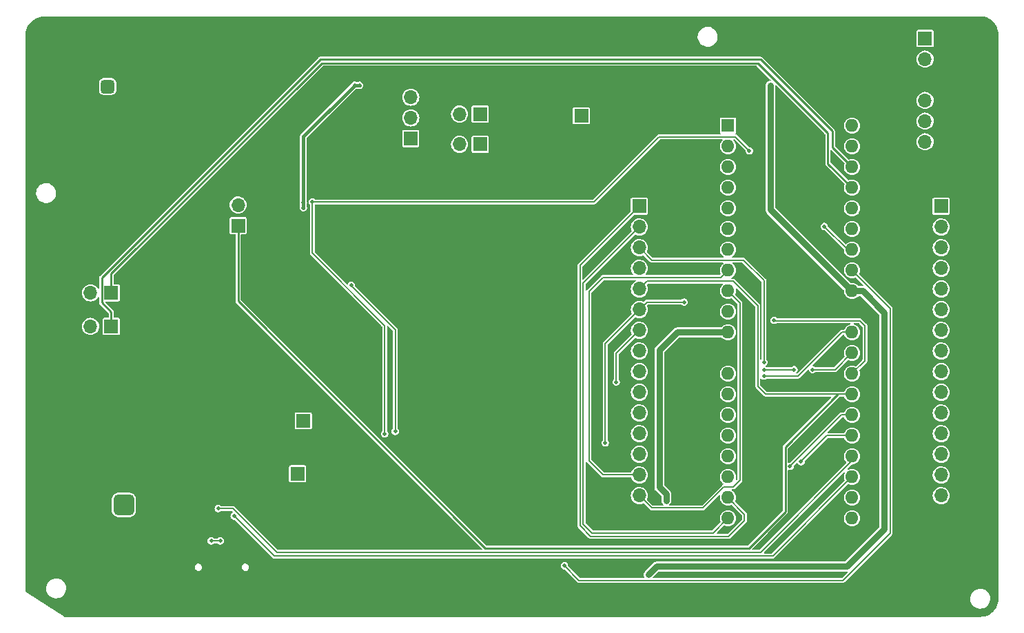
<source format=gbr>
%TF.GenerationSoftware,KiCad,Pcbnew,7.0.1*%
%TF.CreationDate,2023-11-20T00:05:28-03:00*%
%TF.ProjectId,data_logger,64617461-5f6c-46f6-9767-65722e6b6963,0*%
%TF.SameCoordinates,Original*%
%TF.FileFunction,Copper,L2,Bot*%
%TF.FilePolarity,Positive*%
%FSLAX46Y46*%
G04 Gerber Fmt 4.6, Leading zero omitted, Abs format (unit mm)*
G04 Created by KiCad (PCBNEW 7.0.1) date 2023-11-20 00:05:28*
%MOMM*%
%LPD*%
G01*
G04 APERTURE LIST*
G04 Aperture macros list*
%AMRoundRect*
0 Rectangle with rounded corners*
0 $1 Rounding radius*
0 $2 $3 $4 $5 $6 $7 $8 $9 X,Y pos of 4 corners*
0 Add a 4 corners polygon primitive as box body*
4,1,4,$2,$3,$4,$5,$6,$7,$8,$9,$2,$3,0*
0 Add four circle primitives for the rounded corners*
1,1,$1+$1,$2,$3*
1,1,$1+$1,$4,$5*
1,1,$1+$1,$6,$7*
1,1,$1+$1,$8,$9*
0 Add four rect primitives between the rounded corners*
20,1,$1+$1,$2,$3,$4,$5,0*
20,1,$1+$1,$4,$5,$6,$7,0*
20,1,$1+$1,$6,$7,$8,$9,0*
20,1,$1+$1,$8,$9,$2,$3,0*%
G04 Aperture macros list end*
%TA.AperFunction,ComponentPad*%
%ADD10R,1.700000X1.700000*%
%TD*%
%TA.AperFunction,ComponentPad*%
%ADD11O,1.700000X1.700000*%
%TD*%
%TA.AperFunction,ComponentPad*%
%ADD12RoundRect,0.425000X-0.425000X-0.425000X0.425000X-0.425000X0.425000X0.425000X-0.425000X0.425000X0*%
%TD*%
%TA.AperFunction,ComponentPad*%
%ADD13C,0.500000*%
%TD*%
%TA.AperFunction,SMDPad,CuDef*%
%ADD14R,0.500000X1.600000*%
%TD*%
%TA.AperFunction,ComponentPad*%
%ADD15O,1.000000X2.100000*%
%TD*%
%TA.AperFunction,ComponentPad*%
%ADD16O,1.000000X1.800000*%
%TD*%
%TA.AperFunction,ComponentPad*%
%ADD17RoundRect,0.650000X-0.650000X-0.650000X0.650000X-0.650000X0.650000X0.650000X-0.650000X0.650000X0*%
%TD*%
%TA.AperFunction,ComponentPad*%
%ADD18R,1.600000X1.600000*%
%TD*%
%TA.AperFunction,ComponentPad*%
%ADD19O,1.600000X1.600000*%
%TD*%
%TA.AperFunction,ViaPad*%
%ADD20C,0.500000*%
%TD*%
%TA.AperFunction,Conductor*%
%ADD21C,0.400000*%
%TD*%
%TA.AperFunction,Conductor*%
%ADD22C,0.800000*%
%TD*%
%TA.AperFunction,Conductor*%
%ADD23C,0.200000*%
%TD*%
%TA.AperFunction,Conductor*%
%ADD24C,0.250000*%
%TD*%
G04 APERTURE END LIST*
D10*
%TO.P,J13,1,Pin_1*%
%TO.N,Net-(J13-Pin_1)*%
X152550000Y-74560000D03*
D11*
%TO.P,J13,2,Pin_2*%
%TO.N,GND*%
X155090000Y-74560000D03*
%TD*%
D10*
%TO.P,J12,1,Pin_1*%
%TO.N,/LED_CONTROL*%
X110390000Y-88060000D03*
D11*
%TO.P,J12,2,Pin_2*%
%TO.N,Net-(D11-DIN)*%
X110390000Y-85520000D03*
%TD*%
D10*
%TO.P,J3,1,Pin_1*%
%TO.N,Net-(J3-Pin_1)*%
X131590000Y-77360000D03*
D11*
%TO.P,J3,2,Pin_2*%
%TO.N,Net-(J3-Pin_2)*%
X131590000Y-74820000D03*
%TO.P,J3,3,Pin_3*%
%TO.N,/GNSS_INT*%
X131590000Y-72280000D03*
%TD*%
D10*
%TO.P,J1,1,Pin_1*%
%TO.N,+3.3V*%
X118390000Y-112060000D03*
%TD*%
%TO.P,J7,1,Pin_1*%
%TO.N,/TX_AUX*%
X140130000Y-74360000D03*
D11*
%TO.P,J7,2,Pin_2*%
%TO.N,Net-(J3-Pin_2)*%
X137590000Y-74360000D03*
%TD*%
D12*
%TO.P,AE1,1*%
%TO.N,Net-(AE1-Pad1)*%
X94347602Y-70963033D03*
%TD*%
D10*
%TO.P,J2,1,Pin_1*%
%TO.N,+5V*%
X117690000Y-118560000D03*
%TD*%
D13*
%TO.P,U5,7,POWERPAD*%
%TO.N,GND*%
X111822501Y-116035000D03*
D14*
X111822501Y-115485000D03*
D13*
X111822501Y-114935000D03*
%TD*%
D10*
%TO.P,J14,1,Pin_1*%
%TO.N,/BT2*%
X94792001Y-100450001D03*
D11*
%TO.P,J14,2,Pin_2*%
%TO.N,Net-(J14-Pin_2)*%
X92252001Y-100450001D03*
%TD*%
D15*
%TO.P,J10,S1,SHIELD*%
%TO.N,GND*%
X104070000Y-129545000D03*
D16*
X104070000Y-133725000D03*
D15*
X112710000Y-129545000D03*
D16*
X112710000Y-133725000D03*
%TD*%
D10*
%TO.P,J5,1,Pin_1*%
%TO.N,/LED1*%
X159674000Y-85680000D03*
D11*
%TO.P,J5,2,Pin_2*%
%TO.N,/LED2*%
X159674000Y-88220000D03*
%TO.P,J5,3,Pin_3*%
%TO.N,/LED3*%
X159674000Y-90760000D03*
%TO.P,J5,4,Pin_4*%
%TO.N,/LED4*%
X159674000Y-93300000D03*
%TO.P,J5,5,Pin_5*%
%TO.N,/LED_CONTROL*%
X159674000Y-95840000D03*
%TO.P,J5,6,Pin_6*%
%TO.N,/TEMP_CS*%
X159674000Y-98380000D03*
%TO.P,J5,7,Pin_7*%
%TO.N,/SD_CS*%
X159674000Y-100920000D03*
%TO.P,J5,8,Pin_8*%
%TO.N,/RD7*%
X159674000Y-103460000D03*
%TO.P,J5,9,Pin_9*%
%TO.N,/TX_AUX*%
X159674000Y-106000000D03*
%TO.P,J5,10,Pin_10*%
%TO.N,/RX_AUX*%
X159674000Y-108540000D03*
%TO.P,J5,11,Pin_11*%
%TO.N,/RC2*%
X159674000Y-111080000D03*
%TO.P,J5,12,Pin_12*%
%TO.N,/RC6*%
X159674000Y-113620000D03*
%TO.P,J5,13,Pin_13*%
%TO.N,/MOSI*%
X159674000Y-116160000D03*
%TO.P,J5,14,Pin_14*%
%TO.N,/RE0*%
X159674000Y-118700000D03*
%TO.P,J5,15,Pin_15*%
%TO.N,/RE1*%
X159674000Y-121240000D03*
%TO.P,J5,16,Pin_16*%
%TO.N,GND*%
X159674000Y-123780000D03*
%TD*%
D17*
%TO.P,J9,1*%
%TO.N,/Power_supply/VJACK*%
X96340000Y-122386000D03*
%TO.P,J9,2*%
%TO.N,GND*%
X96340000Y-128386000D03*
%TO.P,J9,3*%
X101040000Y-125386000D03*
%TD*%
D18*
%TO.P,U1,1,Vpp/~{MCLR}/RE3*%
%TO.N,/~{MCLR}*%
X170566000Y-75780000D03*
D19*
%TO.P,U1,2,RA0/AN0*%
%TO.N,/RA0*%
X170566000Y-78320000D03*
%TO.P,U1,3,RA1/AN1*%
%TO.N,/RA1*%
X170566000Y-80860000D03*
%TO.P,U1,4,RA2/AN2/Vref-/CVref*%
%TO.N,/RA2*%
X170566000Y-83400000D03*
%TO.P,U1,5,RA3/AN3/Vref+*%
%TO.N,/RA3*%
X170566000Y-85940000D03*
%TO.P,U1,6,RA4/T0CKI/C1OUT/RCV*%
%TO.N,/RA4*%
X170566000Y-88480000D03*
%TO.P,U1,7,RA5/AN4/~{SS}/HLVDIN/C2OUT*%
%TO.N,/RA5*%
X170566000Y-91020000D03*
%TO.P,U1,8,CK1SPP/AN5/RE0*%
%TO.N,/RE0*%
X170566000Y-93560000D03*
%TO.P,U1,9,CK2SPP/AN6/RE1*%
%TO.N,/RE1*%
X170566000Y-96100000D03*
%TO.P,U1,10,OESPP/AN7/RE2*%
%TO.N,/RE2*%
X170566000Y-98640000D03*
%TO.P,U1,11,VDD*%
%TO.N,+5V*%
X170566000Y-101180000D03*
%TO.P,U1,12,VSS*%
%TO.N,GND*%
X170566000Y-103720000D03*
%TO.P,U1,13,OSC1/CLKI*%
%TO.N,Net-(U1-OSC1{slash}CLKI)*%
X170566000Y-106260000D03*
%TO.P,U1,14,RA6/OSC2/CLKO*%
%TO.N,Net-(U1-RA6{slash}OSC2{slash}CLKO)*%
X170566000Y-108800000D03*
%TO.P,U1,15,T1OSO/T13CKI/RC0*%
%TO.N,/TX_AUX*%
X170566000Y-111340000D03*
%TO.P,U1,16,~{UOE}/CCP2/T1OSI/RC1*%
%TO.N,/RX_AUX*%
X170566000Y-113880000D03*
%TO.P,U1,17,P1A/CCP1/RC2*%
%TO.N,/RC2*%
X170566000Y-116420000D03*
%TO.P,U1,18,VUSB*%
%TO.N,Net-(U1-VUSB)*%
X170566000Y-118960000D03*
%TO.P,U1,19,SPP0/RD0*%
%TO.N,/LED1*%
X170566000Y-121500000D03*
%TO.P,U1,20,SPP1/RD1*%
%TO.N,/LED2*%
X170566000Y-124040000D03*
%TO.P,U1,21,SPP2/RD2*%
%TO.N,/LED3*%
X185806000Y-124040000D03*
%TO.P,U1,22,SPP3/RD3*%
%TO.N,/LED4*%
X185806000Y-121500000D03*
%TO.P,U1,23,VM/D-/RC4*%
%TO.N,/D_N*%
X185806000Y-118960000D03*
%TO.P,U1,24,VP/D+/RC5*%
%TO.N,/D_P*%
X185806000Y-116420000D03*
%TO.P,U1,25,TX/CK/RC6*%
%TO.N,/RC6*%
X185806000Y-113880000D03*
%TO.P,U1,26,SDO/RX/DT/RC7*%
%TO.N,/MOSI*%
X185806000Y-111340000D03*
%TO.P,U1,27,SPP4/RD4*%
%TO.N,/LED_CONTROL*%
X185806000Y-108800000D03*
%TO.P,U1,28,P1B/SPP5/RD5*%
%TO.N,/TEMP_CS*%
X185806000Y-106260000D03*
%TO.P,U1,29,P1C/SPP6/RD6*%
%TO.N,/SD_CS*%
X185806000Y-103720000D03*
%TO.P,U1,30,P1D/SPP7/RD7*%
%TO.N,/RD7*%
X185806000Y-101180000D03*
%TO.P,U1,31,VSS*%
%TO.N,GND*%
X185806000Y-98640000D03*
%TO.P,U1,32,VDD*%
%TO.N,+5V*%
X185806000Y-96100000D03*
%TO.P,U1,33,RB0/AN12/INT0/FLT0/SDI/SDA*%
%TO.N,/MISO*%
X185806000Y-93560000D03*
%TO.P,U1,34,RB1/AN10/INT1/SCK/SCL*%
%TO.N,/SCK*%
X185806000Y-91020000D03*
%TO.P,U1,35,RB2/AN8/INT2/VMO*%
%TO.N,/RB2*%
X185806000Y-88480000D03*
%TO.P,U1,36,RB3/AN9/CCP2/VPO*%
%TO.N,/RB3*%
X185806000Y-85940000D03*
%TO.P,U1,37,RB4/AN11/KBI0/CSSPP*%
%TO.N,/BT1*%
X185806000Y-83400000D03*
%TO.P,U1,38,RB5/KBI1/PGM*%
%TO.N,/BT2*%
X185806000Y-80860000D03*
%TO.P,U1,39,RB6/KBI2/PGC*%
%TO.N,/PGC*%
X185806000Y-78320000D03*
%TO.P,U1,40,RB7/KBI3/PGD*%
%TO.N,/PGD*%
X185806000Y-75780000D03*
%TD*%
D10*
%TO.P,J6,1,Pin_1*%
%TO.N,/MISO*%
X196758000Y-85680000D03*
D11*
%TO.P,J6,2,Pin_2*%
%TO.N,/SCK*%
X196758000Y-88220000D03*
%TO.P,J6,3,Pin_3*%
%TO.N,/RB2*%
X196758000Y-90760000D03*
%TO.P,J6,4,Pin_4*%
%TO.N,/RB3*%
X196758000Y-93300000D03*
%TO.P,J6,5,Pin_5*%
%TO.N,/BT1*%
X196758000Y-95840000D03*
%TO.P,J6,6,Pin_6*%
%TO.N,/BT2*%
X196758000Y-98380000D03*
%TO.P,J6,7,Pin_7*%
%TO.N,/PGC*%
X196758000Y-100920000D03*
%TO.P,J6,8,Pin_8*%
%TO.N,/PGD*%
X196758000Y-103460000D03*
%TO.P,J6,9,Pin_9*%
%TO.N,/RA0*%
X196758000Y-106000000D03*
%TO.P,J6,10,Pin_10*%
%TO.N,/RA1*%
X196758000Y-108540000D03*
%TO.P,J6,11,Pin_11*%
%TO.N,/RA2*%
X196758000Y-111080000D03*
%TO.P,J6,12,Pin_12*%
%TO.N,/RA3*%
X196758000Y-113620000D03*
%TO.P,J6,13,Pin_13*%
%TO.N,/RA4*%
X196758000Y-116160000D03*
%TO.P,J6,14,Pin_14*%
%TO.N,/RA5*%
X196758000Y-118700000D03*
%TO.P,J6,15,Pin_15*%
%TO.N,/RE2*%
X196758000Y-121240000D03*
%TO.P,J6,16,Pin_16*%
%TO.N,GND*%
X196758000Y-123780000D03*
%TD*%
D10*
%TO.P,J8,1,Pin_1*%
%TO.N,/RX_AUX*%
X140130000Y-78060000D03*
D11*
%TO.P,J8,2,Pin_2*%
%TO.N,Net-(J3-Pin_1)*%
X137590000Y-78060000D03*
%TD*%
D10*
%TO.P,J4,1,Pin_1*%
%TO.N,/~{MCLR}*%
X194790000Y-65060000D03*
D11*
%TO.P,J4,2,Pin_2*%
%TO.N,unconnected-(J4-Pin_2-Pad2)*%
X194790000Y-67600000D03*
%TO.P,J4,3,Pin_3*%
%TO.N,GND*%
X194790000Y-70140000D03*
%TO.P,J4,4,Pin_4*%
%TO.N,/PGD*%
X194790000Y-72680000D03*
%TO.P,J4,5,Pin_5*%
%TO.N,/PGC*%
X194790000Y-75220000D03*
%TO.P,J4,6,Pin_6*%
%TO.N,unconnected-(J4-Pin_6-Pad6)*%
X194790000Y-77760000D03*
%TD*%
D10*
%TO.P,J11,1,Pin_1*%
%TO.N,/BT1*%
X94792000Y-96330000D03*
D11*
%TO.P,J11,2,Pin_2*%
%TO.N,Net-(J11-Pin_2)*%
X92252000Y-96330000D03*
%TD*%
D20*
%TO.N,GND*%
X90388182Y-69700000D03*
X91980000Y-69700000D03*
X93571818Y-67080000D03*
X93571818Y-76129998D03*
X96755454Y-77436664D03*
X87204546Y-74823332D03*
X184350000Y-115060000D03*
X93571818Y-80050000D03*
X95163636Y-74823332D03*
X101530908Y-67080000D03*
X95163636Y-78743330D03*
X91980000Y-64460000D03*
X96755454Y-72210000D03*
X95163636Y-68390000D03*
X177130000Y-126670000D03*
X87204546Y-72210000D03*
X87204546Y-69700000D03*
X85612728Y-77436664D03*
X150975000Y-66233334D03*
X101530908Y-72210000D03*
X101530908Y-68390000D03*
X91980000Y-63150000D03*
X89565000Y-70920000D03*
X87977500Y-70920000D03*
X85612728Y-80050000D03*
X103122728Y-76129998D03*
X99939090Y-72210000D03*
X85612728Y-64460000D03*
X90388182Y-64460000D03*
X104260000Y-69930000D03*
X95163636Y-76129998D03*
X92740000Y-70920000D03*
X93571818Y-65770000D03*
X87204546Y-67080000D03*
X98347272Y-74823332D03*
X93571818Y-77436664D03*
X119990000Y-95460000D03*
X101530908Y-78743330D03*
X183290000Y-106660000D03*
X98347272Y-65770000D03*
X90388182Y-76129998D03*
X95163636Y-64460000D03*
X88796364Y-77436664D03*
X88796364Y-76129998D03*
X95163636Y-69700000D03*
X103122728Y-77436664D03*
X85612728Y-68390000D03*
X105270000Y-70280000D03*
X105270000Y-71650000D03*
X184650000Y-112770000D03*
X101530908Y-76129998D03*
X95163636Y-67080000D03*
X183460000Y-120290000D03*
X96755454Y-67080000D03*
X111440000Y-69110000D03*
X182476444Y-107963556D03*
X88796364Y-64460000D03*
X104320000Y-72030000D03*
X90388182Y-77436664D03*
X103122728Y-78743330D03*
X108440000Y-71520000D03*
X87204546Y-63150000D03*
X101530908Y-74823332D03*
X95163636Y-77436664D03*
X99939090Y-63150000D03*
X87204546Y-77436664D03*
X107320000Y-71660000D03*
X93571818Y-68390000D03*
X104390000Y-87160000D03*
X98347272Y-77436664D03*
X98347272Y-73516666D03*
X184300000Y-100350000D03*
X104490000Y-103960000D03*
X87204546Y-73516666D03*
X101530908Y-77436664D03*
X103122728Y-80050000D03*
X173190000Y-95260000D03*
X88796364Y-80050000D03*
X96755454Y-76129998D03*
X98347272Y-64460000D03*
X91980000Y-73516666D03*
X91980000Y-72210000D03*
X103122728Y-65770000D03*
X110490000Y-72810000D03*
X99939090Y-80050000D03*
X183600000Y-104150000D03*
X88490000Y-105560000D03*
X181780000Y-112560000D03*
X93571818Y-69700000D03*
X112450000Y-70280000D03*
X106290000Y-70250000D03*
X91980000Y-65770000D03*
X88796364Y-78743330D03*
X176290000Y-107860000D03*
X101530908Y-65770000D03*
X99939090Y-76129998D03*
X90388182Y-74823332D03*
X111090000Y-75660000D03*
X85612728Y-78743330D03*
X90388182Y-67080000D03*
X101530908Y-80050000D03*
X99939090Y-65770000D03*
X96755454Y-68390000D03*
X85612728Y-76129998D03*
X182740000Y-110970000D03*
X88796364Y-63150000D03*
X90388182Y-63150000D03*
X93571818Y-72210000D03*
X96755454Y-64460000D03*
X109240000Y-69410000D03*
X174090000Y-96260000D03*
X91152500Y-70920000D03*
X93571818Y-73516666D03*
X103122728Y-74823332D03*
X91980000Y-68390000D03*
X99939090Y-77436664D03*
X85612728Y-67080000D03*
X103122728Y-67080000D03*
X95163636Y-72210000D03*
X88796364Y-72210000D03*
X177590000Y-104260000D03*
X180450000Y-123230000D03*
X98347272Y-78743330D03*
X87204546Y-64460000D03*
X90388182Y-68390000D03*
X88796364Y-67080000D03*
X85612728Y-72210000D03*
X106290000Y-71640000D03*
X99939090Y-68390000D03*
X103122728Y-63150000D03*
X98347272Y-76129998D03*
X108240000Y-70260000D03*
X110090000Y-125760000D03*
X96755454Y-73516666D03*
X93571818Y-64460000D03*
X112490000Y-69110000D03*
X99939090Y-74823332D03*
X175390000Y-118260000D03*
X98347272Y-69700000D03*
X85612728Y-74823332D03*
X101530908Y-63150000D03*
X87204546Y-80050000D03*
X88796364Y-73516666D03*
X180590000Y-107260000D03*
X99939090Y-69700000D03*
X99939090Y-64460000D03*
X98347272Y-80050000D03*
X98347272Y-63150000D03*
X96755454Y-63150000D03*
X107310000Y-70290000D03*
X171430000Y-130950000D03*
X85612728Y-65770000D03*
X99939090Y-73516666D03*
X90388182Y-72210000D03*
X129190000Y-71660000D03*
X87204546Y-78743330D03*
X88796364Y-69700000D03*
X98347272Y-68390000D03*
X125190000Y-68660000D03*
X103122728Y-69700000D03*
X91980000Y-76129998D03*
X93571818Y-78743330D03*
X96755454Y-69700000D03*
X110490000Y-69110000D03*
X103122728Y-64460000D03*
X109940000Y-69410000D03*
X150975000Y-68875000D03*
X95163636Y-63150000D03*
X99939090Y-78743330D03*
X184190000Y-102660000D03*
X86390000Y-70920000D03*
X98347272Y-72210000D03*
X85612728Y-73516666D03*
X103122728Y-72210000D03*
X96755454Y-65770000D03*
X103122728Y-68390000D03*
X90388182Y-65770000D03*
X85612728Y-63150000D03*
X90388182Y-78743330D03*
X88796364Y-68390000D03*
X101530908Y-73516666D03*
X87204546Y-68390000D03*
X150975000Y-63591668D03*
X101530908Y-69700000D03*
X117990000Y-71560000D03*
X91980000Y-67080000D03*
X95163636Y-65770000D03*
X91980000Y-80050000D03*
X95163636Y-73516666D03*
X172390000Y-94360000D03*
X90388182Y-73516666D03*
X93590000Y-98360000D03*
X99939090Y-67080000D03*
X88490000Y-91260000D03*
X96755454Y-80050000D03*
X150975000Y-71516668D03*
X101530908Y-64460000D03*
X91980000Y-78743330D03*
X98347272Y-67080000D03*
X96755454Y-74823332D03*
X87204546Y-65770000D03*
X88796364Y-65770000D03*
X93571818Y-74823332D03*
X93571818Y-63150000D03*
X87204546Y-76129998D03*
X91980000Y-74823332D03*
X88796364Y-74823332D03*
X96755454Y-78743330D03*
X108440000Y-69460000D03*
X90388182Y-80050000D03*
X104490000Y-95360000D03*
X85612728Y-69700000D03*
X91980000Y-77436664D03*
X103122728Y-73516666D03*
X95163636Y-80050000D03*
X172580000Y-102500000D03*
X109990000Y-126460000D03*
%TO.N,+3.3V*%
X118390000Y-85260000D03*
X124690000Y-70810000D03*
X118390000Y-85860000D03*
X125290000Y-70810000D03*
%TO.N,+5V*%
X162990000Y-121860000D03*
X162990000Y-121060000D03*
X175790000Y-71660000D03*
X160785000Y-130965000D03*
X161790000Y-129960000D03*
X175790000Y-70860000D03*
%TO.N,/LED3*%
X174990000Y-104860000D03*
%TO.N,/D_P*%
X107940000Y-122840000D03*
%TO.N,/D_N*%
X109890000Y-123760000D03*
X107078500Y-126808000D03*
X108177500Y-126808000D03*
%TO.N,/TEMP_CS*%
X165190000Y-97460000D03*
X155490000Y-114760000D03*
X176240000Y-99710000D03*
%TO.N,/RD7*%
X174990000Y-106560000D03*
%TO.N,/RC6*%
X179540500Y-117086611D03*
%TO.N,/SD_CS*%
X178690000Y-105760000D03*
X180956500Y-105760000D03*
X174990000Y-105760000D03*
X156830000Y-107280000D03*
%TO.N,/MOSI*%
X178190000Y-117660000D03*
%TO.N,/SCK*%
X128390000Y-113660000D03*
X182390000Y-88160000D03*
X119490000Y-85160000D03*
X173190000Y-78860000D03*
%TO.N,/MISO*%
X150470000Y-129860000D03*
X129690000Y-113360000D03*
X124272500Y-95390500D03*
%TD*%
D21*
%TO.N,+3.3V*%
X124690000Y-70810000D02*
X118390000Y-77110000D01*
X125290000Y-70810000D02*
X124690000Y-70810000D01*
X118390000Y-77110000D02*
X118390000Y-85860000D01*
D22*
%TO.N,+5V*%
X175790000Y-71660000D02*
X175790000Y-70860000D01*
X162990000Y-121060000D02*
X162990000Y-121860000D01*
X164320000Y-101180000D02*
X162125000Y-103375000D01*
X162125000Y-103375000D02*
X162125000Y-120195000D01*
X189790000Y-98760000D02*
X187130000Y-96100000D01*
X187130000Y-96100000D02*
X185806000Y-96100000D01*
X175790000Y-86084000D02*
X175790000Y-71660000D01*
X162125000Y-120195000D02*
X162990000Y-121060000D01*
X161790000Y-129960000D02*
X185190000Y-129960000D01*
X185190000Y-129960000D02*
X189790000Y-125360000D01*
X189790000Y-125360000D02*
X189790000Y-98760000D01*
X160785000Y-130965000D02*
X161790000Y-129960000D01*
X185806000Y-96100000D02*
X175790000Y-86084000D01*
X170566000Y-101180000D02*
X164320000Y-101180000D01*
D23*
%TO.N,/LED1*%
X152390000Y-124925686D02*
X152390000Y-92964000D01*
X152390000Y-92964000D02*
X159674000Y-85680000D01*
X170660000Y-126260000D02*
X153724314Y-126260000D01*
X172600000Y-123534000D02*
X170566000Y-121500000D01*
X172600000Y-124320000D02*
X170660000Y-126260000D01*
X172600000Y-124320000D02*
X172600000Y-123534000D01*
X153724314Y-126260000D02*
X152390000Y-124925686D01*
%TO.N,/LED2*%
X152790000Y-95104000D02*
X159674000Y-88220000D01*
X153890000Y-125860000D02*
X152790000Y-124760000D01*
X152790000Y-124760000D02*
X152790000Y-95104000D01*
X168746000Y-125860000D02*
X153890000Y-125860000D01*
X170566000Y-124040000D02*
X168746000Y-125860000D01*
%TO.N,/LED3*%
X174990000Y-104860000D02*
X174990000Y-94820000D01*
X172480000Y-92310000D02*
X161224000Y-92310000D01*
X174990000Y-94820000D02*
X172480000Y-92310000D01*
X161224000Y-92310000D02*
X159674000Y-90760000D01*
%TO.N,/D_P*%
X115137818Y-128230000D02*
X174570000Y-128230000D01*
X185806000Y-116994000D02*
X185806000Y-116420000D01*
X107940000Y-122840000D02*
X109747818Y-122840000D01*
X174570000Y-128230000D02*
X185806000Y-116994000D01*
X109747818Y-122840000D02*
X115137818Y-128230000D01*
%TO.N,/D_N*%
X109890000Y-123760000D02*
X114800000Y-128670000D01*
X114800000Y-128670000D02*
X176096000Y-128670000D01*
X107078500Y-126808000D02*
X108177500Y-126808000D01*
X176096000Y-128670000D02*
X185806000Y-118960000D01*
D24*
%TO.N,/LED_CONTROL*%
X173120000Y-127700000D02*
X177615000Y-123205000D01*
D23*
X160614000Y-94900000D02*
X171200000Y-94900000D01*
X171200000Y-94900000D02*
X174240000Y-97940000D01*
X159674000Y-95840000D02*
X160614000Y-94900000D01*
X175200000Y-108770000D02*
X184066827Y-108770000D01*
D24*
X110390000Y-88060000D02*
X110390000Y-97340000D01*
X177615000Y-115281827D02*
X184096827Y-108800000D01*
D23*
X184096827Y-108800000D02*
X185806000Y-108800000D01*
D24*
X110390000Y-97340000D02*
X140750000Y-127700000D01*
D23*
X174240000Y-97940000D02*
X174240000Y-107810000D01*
D24*
X140750000Y-127700000D02*
X173120000Y-127700000D01*
D23*
X174240000Y-107810000D02*
X175200000Y-108770000D01*
X184066827Y-108770000D02*
X184096827Y-108800000D01*
D24*
X177615000Y-123205000D02*
X177615000Y-115281827D01*
D23*
%TO.N,/TEMP_CS*%
X176290000Y-99760000D02*
X186790000Y-99760000D01*
X155490000Y-102564000D02*
X159674000Y-98380000D01*
X187390000Y-100360000D02*
X187390000Y-104676000D01*
X187390000Y-104676000D02*
X185806000Y-106260000D01*
X186790000Y-99760000D02*
X187390000Y-100360000D01*
X176240000Y-99710000D02*
X176290000Y-99760000D01*
X165190000Y-97460000D02*
X160594000Y-97460000D01*
X155490000Y-114760000D02*
X155490000Y-102564000D01*
X160594000Y-97460000D02*
X159674000Y-98380000D01*
%TO.N,/RD7*%
X174990000Y-106560000D02*
X179190000Y-106560000D01*
X179190000Y-106560000D02*
X184570000Y-101180000D01*
X184570000Y-101180000D02*
X185806000Y-101180000D01*
%TO.N,/RC6*%
X182747111Y-113880000D02*
X185806000Y-113880000D01*
X179540500Y-117086611D02*
X182747111Y-113880000D01*
%TO.N,/RE0*%
X153490000Y-116960000D02*
X153490000Y-96160000D01*
X159674000Y-118700000D02*
X155230000Y-118700000D01*
X153490000Y-96160000D02*
X155200000Y-94450000D01*
X155230000Y-118700000D02*
X153490000Y-116960000D01*
X155200000Y-94450000D02*
X169676000Y-94450000D01*
X169676000Y-94450000D02*
X170566000Y-93560000D01*
%TO.N,/SD_CS*%
X156830000Y-107280000D02*
X156830000Y-103764000D01*
X183766000Y-105760000D02*
X185806000Y-103720000D01*
X178690000Y-105760000D02*
X174990000Y-105760000D01*
X180956500Y-105760000D02*
X183766000Y-105760000D01*
X156830000Y-103764000D02*
X159674000Y-100920000D01*
%TO.N,/MOSI*%
X184510000Y-111340000D02*
X185806000Y-111340000D01*
X178190000Y-117660000D02*
X184510000Y-111340000D01*
%TO.N,/SCK*%
X182390000Y-88160000D02*
X185250000Y-91020000D01*
X128390000Y-113660000D02*
X128390000Y-100337818D01*
X185250000Y-91020000D02*
X185806000Y-91020000D01*
X171490000Y-77160000D02*
X162090000Y-77160000D01*
X154090000Y-85160000D02*
X119490000Y-85160000D01*
X119490000Y-91437818D02*
X119490000Y-85160000D01*
X162090000Y-77160000D02*
X154090000Y-85160000D01*
X128390000Y-100337818D02*
X119490000Y-91437818D01*
X173190000Y-78860000D02*
X171490000Y-77160000D01*
%TO.N,/MISO*%
X185806000Y-93560000D02*
X190490000Y-98244000D01*
X124272500Y-95442500D02*
X129690000Y-100860000D01*
X184695000Y-131665000D02*
X152275000Y-131665000D01*
X129690000Y-100860000D02*
X129690000Y-113360000D01*
X190490000Y-98244000D02*
X190490000Y-125870000D01*
X124272500Y-95390500D02*
X124272500Y-95442500D01*
X152275000Y-131665000D02*
X150470000Y-129860000D01*
X190490000Y-125870000D02*
X184695000Y-131665000D01*
%TO.N,/RE1*%
X161194000Y-122760000D02*
X167480000Y-122760000D01*
X172030000Y-97564000D02*
X170566000Y-96100000D01*
X170060000Y-120180000D02*
X171240000Y-120180000D01*
X159674000Y-121240000D02*
X161194000Y-122760000D01*
X167480000Y-122760000D02*
X170060000Y-120180000D01*
X172030000Y-102727818D02*
X172030000Y-97564000D01*
X171240000Y-120180000D02*
X172040000Y-119380000D01*
X172040000Y-119380000D02*
X172040000Y-102737818D01*
X172040000Y-102737818D02*
X172030000Y-102727818D01*
D24*
%TO.N,/BT1*%
X182850000Y-76700000D02*
X182850000Y-80444000D01*
X120651827Y-68085000D02*
X174235000Y-68085000D01*
X94792000Y-96330000D02*
X94792000Y-93944827D01*
X182850000Y-80444000D02*
X185806000Y-83400000D01*
X174235000Y-68085000D02*
X182850000Y-76700000D01*
X94792000Y-93944827D02*
X120651827Y-68085000D01*
%TO.N,/BT2*%
X120465431Y-67635000D02*
X174575000Y-67635000D01*
X93617000Y-94483431D02*
X120465431Y-67635000D01*
X174575000Y-67635000D02*
X183380000Y-76440000D01*
X93617000Y-97505000D02*
X93617000Y-94483431D01*
X183380000Y-76440000D02*
X183380000Y-78434000D01*
X94792001Y-98680001D02*
X93617000Y-97505000D01*
X183380000Y-78434000D02*
X185806000Y-80860000D01*
X94792001Y-100450001D02*
X94792001Y-98680001D01*
%TD*%
%TA.AperFunction,Conductor*%
%TO.N,GND*%
G36*
X185155446Y-130561132D02*
G01*
X185170589Y-130563126D01*
X185199660Y-130566954D01*
X185199202Y-130570428D01*
X185224407Y-130574764D01*
X185256251Y-130607218D01*
X185263107Y-130652165D01*
X185242389Y-130692638D01*
X184592203Y-131342826D01*
X184568196Y-131358867D01*
X184539877Y-131364500D01*
X161413387Y-131364500D01*
X161372275Y-131352029D01*
X161345020Y-131318819D01*
X161340809Y-131276063D01*
X161361061Y-131238174D01*
X162017061Y-130582174D01*
X162041068Y-130566133D01*
X162069387Y-130560500D01*
X185145788Y-130560500D01*
X185155446Y-130561132D01*
G37*
%TD.AperFunction*%
%TA.AperFunction,Conductor*%
G36*
X184863590Y-118422218D02*
G01*
X184896980Y-118446981D01*
X184911750Y-118485838D01*
X184903240Y-118526527D01*
X184877187Y-118575269D01*
X184819976Y-118763867D01*
X184803399Y-118932174D01*
X184800659Y-118960000D01*
X184805128Y-119005379D01*
X184819976Y-119156132D01*
X184877186Y-119344728D01*
X184892805Y-119373948D01*
X184900742Y-119419690D01*
X184879869Y-119461158D01*
X175993203Y-128347826D01*
X175969196Y-128363867D01*
X175940877Y-128369500D01*
X175034123Y-128369500D01*
X174993011Y-128357029D01*
X174965756Y-128323819D01*
X174961545Y-128281063D01*
X174981797Y-128243174D01*
X179880287Y-123344684D01*
X184785654Y-118439316D01*
X184822119Y-118419363D01*
X184863590Y-118422218D01*
G37*
%TD.AperFunction*%
%TA.AperFunction,Conductor*%
G36*
X159233929Y-94766162D02*
G01*
X159260184Y-94806519D01*
X159256054Y-94854487D01*
X159223286Y-94889761D01*
X159116569Y-94946804D01*
X159087550Y-94962315D01*
X158927590Y-95093590D01*
X158796315Y-95253550D01*
X158698768Y-95436044D01*
X158638700Y-95634065D01*
X158638700Y-95634066D01*
X158618417Y-95840000D01*
X158638700Y-96045934D01*
X158662401Y-96124066D01*
X158698768Y-96243955D01*
X158720425Y-96284471D01*
X158796315Y-96426450D01*
X158927590Y-96586410D01*
X159087550Y-96717685D01*
X159270046Y-96815232D01*
X159468066Y-96875300D01*
X159674000Y-96895583D01*
X159879934Y-96875300D01*
X160077954Y-96815232D01*
X160260450Y-96717685D01*
X160420410Y-96586410D01*
X160551685Y-96426450D01*
X160649232Y-96243954D01*
X160709300Y-96045934D01*
X160729583Y-95840000D01*
X160709300Y-95634066D01*
X160649232Y-95436046D01*
X160624140Y-95389102D01*
X160616203Y-95343361D01*
X160637075Y-95301894D01*
X160716797Y-95222173D01*
X160740805Y-95206133D01*
X160769123Y-95200500D01*
X169878131Y-95200500D01*
X169920741Y-95213999D01*
X169947805Y-95249570D01*
X169949450Y-95294237D01*
X169925076Y-95331703D01*
X169855117Y-95389117D01*
X169730090Y-95541462D01*
X169637186Y-95715271D01*
X169579976Y-95903867D01*
X169560659Y-96100000D01*
X169579976Y-96296132D01*
X169637186Y-96484728D01*
X169652805Y-96513949D01*
X169730090Y-96658538D01*
X169855117Y-96810883D01*
X170007462Y-96935910D01*
X170181273Y-97028814D01*
X170369868Y-97086024D01*
X170566000Y-97105341D01*
X170762132Y-97086024D01*
X170950727Y-97028814D01*
X170979949Y-97013193D01*
X171025691Y-97005257D01*
X171067158Y-97026129D01*
X171399076Y-97358048D01*
X171707826Y-97666798D01*
X171723867Y-97690805D01*
X171729500Y-97719124D01*
X171729500Y-102666730D01*
X171727049Y-102681750D01*
X171729421Y-102733043D01*
X171729500Y-102736461D01*
X171729500Y-102755664D01*
X171729840Y-102757483D01*
X171731021Y-102767661D01*
X171732415Y-102797809D01*
X171733195Y-102799576D01*
X171739500Y-102829466D01*
X171739500Y-119224877D01*
X171733867Y-119253196D01*
X171717826Y-119277203D01*
X171636006Y-119359022D01*
X171592738Y-119380140D01*
X171545636Y-119370168D01*
X171514638Y-119333328D01*
X171512866Y-119285217D01*
X171552024Y-119156132D01*
X171571341Y-118960000D01*
X171552024Y-118763868D01*
X171494814Y-118575273D01*
X171401910Y-118401462D01*
X171276883Y-118249117D01*
X171124538Y-118124090D01*
X170999471Y-118057240D01*
X170950728Y-118031186D01*
X170762132Y-117973976D01*
X170566000Y-117954659D01*
X170369867Y-117973976D01*
X170181271Y-118031186D01*
X170007462Y-118124090D01*
X169855117Y-118249117D01*
X169730090Y-118401462D01*
X169637186Y-118575271D01*
X169579976Y-118763867D01*
X169563399Y-118932174D01*
X169560659Y-118960000D01*
X169565128Y-119005379D01*
X169579976Y-119156132D01*
X169637186Y-119344728D01*
X169677255Y-119419690D01*
X169730090Y-119518538D01*
X169855117Y-119670883D01*
X169972229Y-119766995D01*
X169995613Y-119801182D01*
X169996963Y-119842581D01*
X169975854Y-119878220D01*
X169960344Y-119886073D01*
X169961326Y-119887659D01*
X169923910Y-119910824D01*
X169914849Y-119915599D01*
X169887235Y-119927793D01*
X169878232Y-119936795D01*
X169864871Y-119947378D01*
X169854048Y-119954080D01*
X169835858Y-119978166D01*
X169829133Y-119985894D01*
X167377203Y-122437826D01*
X167353196Y-122453867D01*
X167324877Y-122459500D01*
X163413143Y-122459500D01*
X163370040Y-122445651D01*
X163343070Y-122409287D01*
X163342329Y-122364019D01*
X163368093Y-122326793D01*
X163418282Y-122288282D01*
X163514536Y-122162841D01*
X163575044Y-122016762D01*
X163590500Y-121899361D01*
X163590500Y-121104212D01*
X163591133Y-121094552D01*
X163595682Y-121059999D01*
X163592268Y-121034066D01*
X163575044Y-120903238D01*
X163514536Y-120757159D01*
X163514535Y-120757158D01*
X163514535Y-120757157D01*
X163479744Y-120711817D01*
X163418283Y-120631719D01*
X163418282Y-120631718D01*
X163390625Y-120610496D01*
X163383356Y-120604121D01*
X162747174Y-119967939D01*
X162731133Y-119943932D01*
X162725500Y-119915613D01*
X162725500Y-116420000D01*
X169560659Y-116420000D01*
X169579976Y-116616132D01*
X169637186Y-116804728D01*
X169637266Y-116804877D01*
X169730090Y-116978538D01*
X169855117Y-117130883D01*
X170007462Y-117255910D01*
X170181273Y-117348814D01*
X170369868Y-117406024D01*
X170566000Y-117425341D01*
X170762132Y-117406024D01*
X170950727Y-117348814D01*
X171124538Y-117255910D01*
X171276883Y-117130883D01*
X171401910Y-116978538D01*
X171494814Y-116804727D01*
X171552024Y-116616132D01*
X171571341Y-116420000D01*
X171552024Y-116223868D01*
X171494814Y-116035273D01*
X171401910Y-115861462D01*
X171276883Y-115709117D01*
X171124538Y-115584090D01*
X171037632Y-115537638D01*
X170950728Y-115491186D01*
X170762132Y-115433976D01*
X170566000Y-115414659D01*
X170369867Y-115433976D01*
X170181271Y-115491186D01*
X170007462Y-115584090D01*
X169855117Y-115709117D01*
X169730090Y-115861462D01*
X169637186Y-116035271D01*
X169579976Y-116223867D01*
X169560659Y-116420000D01*
X162725500Y-116420000D01*
X162725500Y-113880000D01*
X169560659Y-113880000D01*
X169574837Y-114023954D01*
X169579976Y-114076132D01*
X169637186Y-114264728D01*
X169683638Y-114351632D01*
X169730090Y-114438538D01*
X169855117Y-114590883D01*
X170007462Y-114715910D01*
X170181273Y-114808814D01*
X170369868Y-114866024D01*
X170566000Y-114885341D01*
X170762132Y-114866024D01*
X170950727Y-114808814D01*
X171124538Y-114715910D01*
X171276883Y-114590883D01*
X171401910Y-114438538D01*
X171494814Y-114264727D01*
X171552024Y-114076132D01*
X171571341Y-113880000D01*
X171552024Y-113683868D01*
X171494814Y-113495273D01*
X171401910Y-113321462D01*
X171276883Y-113169117D01*
X171124538Y-113044090D01*
X171020030Y-112988229D01*
X170950728Y-112951186D01*
X170762132Y-112893976D01*
X170566000Y-112874659D01*
X170369867Y-112893976D01*
X170181271Y-112951186D01*
X170007462Y-113044090D01*
X169855117Y-113169117D01*
X169730090Y-113321462D01*
X169637186Y-113495271D01*
X169579976Y-113683867D01*
X169571098Y-113774004D01*
X169560659Y-113880000D01*
X162725500Y-113880000D01*
X162725500Y-111339999D01*
X169560659Y-111339999D01*
X169579976Y-111536132D01*
X169637186Y-111724728D01*
X169683637Y-111811632D01*
X169730090Y-111898538D01*
X169855117Y-112050883D01*
X170007462Y-112175910D01*
X170181273Y-112268814D01*
X170369868Y-112326024D01*
X170566000Y-112345341D01*
X170762132Y-112326024D01*
X170950727Y-112268814D01*
X171124538Y-112175910D01*
X171276883Y-112050883D01*
X171401910Y-111898538D01*
X171494814Y-111724727D01*
X171552024Y-111536132D01*
X171571341Y-111340000D01*
X171552024Y-111143868D01*
X171494814Y-110955273D01*
X171401910Y-110781462D01*
X171276883Y-110629117D01*
X171124538Y-110504090D01*
X171037632Y-110457637D01*
X170950728Y-110411186D01*
X170762132Y-110353976D01*
X170566000Y-110334659D01*
X170369867Y-110353976D01*
X170181271Y-110411186D01*
X170007462Y-110504090D01*
X169855117Y-110629117D01*
X169730090Y-110781462D01*
X169637186Y-110955271D01*
X169579976Y-111143867D01*
X169560659Y-111339999D01*
X162725500Y-111339999D01*
X162725500Y-108800000D01*
X169560659Y-108800000D01*
X169579976Y-108996132D01*
X169637186Y-109184728D01*
X169643653Y-109196826D01*
X169730090Y-109358538D01*
X169855117Y-109510883D01*
X170007462Y-109635910D01*
X170181273Y-109728814D01*
X170369868Y-109786024D01*
X170566000Y-109805341D01*
X170762132Y-109786024D01*
X170950727Y-109728814D01*
X171124538Y-109635910D01*
X171276883Y-109510883D01*
X171401910Y-109358538D01*
X171494814Y-109184727D01*
X171552024Y-108996132D01*
X171571341Y-108800000D01*
X171552024Y-108603868D01*
X171494814Y-108415273D01*
X171401910Y-108241462D01*
X171276883Y-108089117D01*
X171124538Y-107964090D01*
X171019450Y-107907919D01*
X170950728Y-107871186D01*
X170762132Y-107813976D01*
X170566000Y-107794659D01*
X170369867Y-107813976D01*
X170181271Y-107871186D01*
X170007462Y-107964090D01*
X169855117Y-108089117D01*
X169730090Y-108241462D01*
X169637186Y-108415271D01*
X169579976Y-108603867D01*
X169560659Y-108800000D01*
X162725500Y-108800000D01*
X162725500Y-106259999D01*
X169560659Y-106259999D01*
X169579976Y-106456132D01*
X169637186Y-106644728D01*
X169683637Y-106731632D01*
X169730090Y-106818538D01*
X169855117Y-106970883D01*
X170007462Y-107095910D01*
X170181273Y-107188814D01*
X170369868Y-107246024D01*
X170566000Y-107265341D01*
X170762132Y-107246024D01*
X170950727Y-107188814D01*
X171124538Y-107095910D01*
X171276883Y-106970883D01*
X171401910Y-106818538D01*
X171494814Y-106644727D01*
X171552024Y-106456132D01*
X171571341Y-106260000D01*
X171552024Y-106063868D01*
X171494814Y-105875273D01*
X171401910Y-105701462D01*
X171276883Y-105549117D01*
X171124538Y-105424090D01*
X171027554Y-105372251D01*
X170950728Y-105331186D01*
X170762132Y-105273976D01*
X170566000Y-105254659D01*
X170369867Y-105273976D01*
X170181271Y-105331186D01*
X170007462Y-105424090D01*
X169855117Y-105549117D01*
X169730090Y-105701462D01*
X169637186Y-105875271D01*
X169579976Y-106063867D01*
X169560659Y-106259999D01*
X162725500Y-106259999D01*
X162725500Y-103654387D01*
X162731133Y-103626068D01*
X162747174Y-103602061D01*
X164547061Y-101802174D01*
X164571068Y-101786133D01*
X164599387Y-101780500D01*
X169729529Y-101780500D01*
X169761168Y-101787605D01*
X169786730Y-101807553D01*
X169855117Y-101890883D01*
X170007462Y-102015910D01*
X170181273Y-102108814D01*
X170369868Y-102166024D01*
X170566000Y-102185341D01*
X170762132Y-102166024D01*
X170950727Y-102108814D01*
X171124538Y-102015910D01*
X171276883Y-101890883D01*
X171401910Y-101738538D01*
X171494814Y-101564727D01*
X171552024Y-101376132D01*
X171571341Y-101180000D01*
X171552024Y-100983868D01*
X171494814Y-100795273D01*
X171401910Y-100621462D01*
X171276883Y-100469117D01*
X171124538Y-100344090D01*
X171010750Y-100283269D01*
X170950728Y-100251186D01*
X170762132Y-100193976D01*
X170566000Y-100174659D01*
X170369867Y-100193976D01*
X170181271Y-100251186D01*
X170029789Y-100332156D01*
X170007462Y-100344090D01*
X169855117Y-100469117D01*
X169786730Y-100552446D01*
X169761168Y-100572395D01*
X169729529Y-100579500D01*
X164364212Y-100579500D01*
X164354553Y-100578867D01*
X164349710Y-100578229D01*
X164319998Y-100574317D01*
X164154997Y-100596039D01*
X164147295Y-100601559D01*
X164017157Y-100655464D01*
X163891717Y-100751718D01*
X163870502Y-100779365D01*
X163864121Y-100786642D01*
X161731642Y-102919121D01*
X161724365Y-102925502D01*
X161696720Y-102946714D01*
X161671977Y-102978960D01*
X161648838Y-103009117D01*
X161612830Y-103056044D01*
X161600463Y-103072160D01*
X161539956Y-103218237D01*
X161519317Y-103374999D01*
X161523867Y-103409552D01*
X161524500Y-103419212D01*
X161524500Y-120150788D01*
X161523867Y-120160448D01*
X161519317Y-120195000D01*
X161524500Y-120234360D01*
X161524500Y-120234361D01*
X161539956Y-120351762D01*
X161600464Y-120497842D01*
X161656743Y-120571186D01*
X161696718Y-120623282D01*
X161707713Y-120631719D01*
X161724364Y-120644495D01*
X161731643Y-120650878D01*
X162367826Y-121287061D01*
X162383867Y-121311068D01*
X162389500Y-121339387D01*
X162389500Y-121899360D01*
X162404956Y-122016762D01*
X162465464Y-122162842D01*
X162561716Y-122288280D01*
X162561718Y-122288282D01*
X162611906Y-122326793D01*
X162637671Y-122364019D01*
X162636930Y-122409287D01*
X162609960Y-122445651D01*
X162566857Y-122459500D01*
X161349123Y-122459500D01*
X161320804Y-122453867D01*
X161296797Y-122437826D01*
X160637076Y-121778105D01*
X160616203Y-121736636D01*
X160624140Y-121690896D01*
X160649232Y-121643954D01*
X160709300Y-121445934D01*
X160729583Y-121240000D01*
X160709300Y-121034066D01*
X160649232Y-120836046D01*
X160551685Y-120653550D01*
X160420410Y-120493590D01*
X160260450Y-120362315D01*
X160169201Y-120313541D01*
X160077955Y-120264768D01*
X159977711Y-120234360D01*
X159879934Y-120204700D01*
X159674000Y-120184417D01*
X159468066Y-120204700D01*
X159270044Y-120264768D01*
X159087550Y-120362315D01*
X158927590Y-120493590D01*
X158796315Y-120653550D01*
X158698768Y-120836044D01*
X158638700Y-121034066D01*
X158619966Y-121224278D01*
X158618417Y-121240000D01*
X158624707Y-121303867D01*
X158638700Y-121445933D01*
X158698768Y-121643955D01*
X158708438Y-121662046D01*
X158796315Y-121826450D01*
X158927590Y-121986410D01*
X159087550Y-122117685D01*
X159270046Y-122215232D01*
X159468066Y-122275300D01*
X159674000Y-122295583D01*
X159879934Y-122275300D01*
X160077954Y-122215232D01*
X160124894Y-122190141D01*
X160170637Y-122182204D01*
X160212105Y-122203077D01*
X160938319Y-122929291D01*
X160947205Y-122941642D01*
X160985142Y-122976226D01*
X160987615Y-122978587D01*
X161001202Y-122992174D01*
X161002733Y-122993223D01*
X161010768Y-122999588D01*
X161033067Y-123019916D01*
X161044931Y-123024512D01*
X161060024Y-123032467D01*
X161070519Y-123039657D01*
X161099894Y-123046566D01*
X161109680Y-123049596D01*
X161137827Y-123060500D01*
X161150552Y-123060500D01*
X161167495Y-123062465D01*
X161179881Y-123065379D01*
X161209766Y-123061209D01*
X161219991Y-123060500D01*
X167418912Y-123060500D01*
X167433932Y-123062950D01*
X167437764Y-123062772D01*
X167437765Y-123062773D01*
X167485227Y-123060578D01*
X167488643Y-123060500D01*
X167507840Y-123060500D01*
X167507844Y-123060500D01*
X167509664Y-123060159D01*
X167519843Y-123058977D01*
X167549992Y-123057585D01*
X167561636Y-123052442D01*
X167577918Y-123047400D01*
X167590433Y-123045061D01*
X167616093Y-123029172D01*
X167625145Y-123024401D01*
X167652765Y-123012206D01*
X167661766Y-123003203D01*
X167675131Y-122992618D01*
X167685952Y-122985919D01*
X167704144Y-122961827D01*
X167710857Y-122954112D01*
X169466385Y-121198584D01*
X169509651Y-121177468D01*
X169556753Y-121187439D01*
X169587751Y-121224278D01*
X169589524Y-121272391D01*
X169579976Y-121303865D01*
X169560659Y-121500000D01*
X169579976Y-121696132D01*
X169637186Y-121884728D01*
X169645008Y-121899361D01*
X169730090Y-122058538D01*
X169855117Y-122210883D01*
X170007462Y-122335910D01*
X170181273Y-122428814D01*
X170369868Y-122486024D01*
X170566000Y-122505341D01*
X170762132Y-122486024D01*
X170950727Y-122428814D01*
X170979949Y-122413193D01*
X171025691Y-122405257D01*
X171067159Y-122426130D01*
X172277826Y-123636797D01*
X172293867Y-123660804D01*
X172299500Y-123689123D01*
X172299500Y-124164877D01*
X172293867Y-124193196D01*
X172277826Y-124217203D01*
X170557203Y-125937826D01*
X170533196Y-125953867D01*
X170504877Y-125959500D01*
X169250123Y-125959500D01*
X169209011Y-125947029D01*
X169181756Y-125913819D01*
X169177545Y-125871063D01*
X169197797Y-125833174D01*
X169289277Y-125741693D01*
X170064842Y-124966127D01*
X170106309Y-124945256D01*
X170152050Y-124953193D01*
X170152683Y-124953532D01*
X170181270Y-124968813D01*
X170181272Y-124968813D01*
X170181273Y-124968814D01*
X170369868Y-125026024D01*
X170566000Y-125045341D01*
X170762132Y-125026024D01*
X170950727Y-124968814D01*
X171124538Y-124875910D01*
X171276883Y-124750883D01*
X171401910Y-124598538D01*
X171494814Y-124424727D01*
X171552024Y-124236132D01*
X171571341Y-124040000D01*
X171552024Y-123843868D01*
X171494814Y-123655273D01*
X171401910Y-123481462D01*
X171276883Y-123329117D01*
X171124538Y-123204090D01*
X171026140Y-123151495D01*
X170950728Y-123111186D01*
X170762132Y-123053976D01*
X170566000Y-123034659D01*
X170369867Y-123053976D01*
X170181271Y-123111186D01*
X170007462Y-123204090D01*
X169855117Y-123329117D01*
X169730090Y-123481462D01*
X169637186Y-123655271D01*
X169579976Y-123843867D01*
X169560659Y-124039999D01*
X169579976Y-124236132D01*
X169637186Y-124424728D01*
X169652805Y-124453948D01*
X169660742Y-124499690D01*
X169639869Y-124541158D01*
X168643203Y-125537826D01*
X168619196Y-125553867D01*
X168590877Y-125559500D01*
X154045123Y-125559500D01*
X154016804Y-125553867D01*
X153992797Y-125537826D01*
X153112174Y-124657203D01*
X153096133Y-124633196D01*
X153090500Y-124604877D01*
X153090500Y-117149974D01*
X153107027Y-117103360D01*
X153149226Y-117077567D01*
X153198247Y-117084117D01*
X153232195Y-117120084D01*
X153237794Y-117132765D01*
X153246791Y-117141762D01*
X153257381Y-117155131D01*
X153264081Y-117165953D01*
X153288165Y-117184140D01*
X153295896Y-117190867D01*
X154974319Y-118869291D01*
X154983205Y-118881642D01*
X155021142Y-118916226D01*
X155023615Y-118918587D01*
X155037202Y-118932174D01*
X155038733Y-118933223D01*
X155046768Y-118939588D01*
X155069067Y-118959916D01*
X155080931Y-118964512D01*
X155096024Y-118972467D01*
X155106519Y-118979657D01*
X155135894Y-118986566D01*
X155145680Y-118989596D01*
X155173827Y-119000500D01*
X155186552Y-119000500D01*
X155203495Y-119002465D01*
X155215881Y-119005379D01*
X155245766Y-119001209D01*
X155255991Y-119000500D01*
X158612503Y-119000500D01*
X158656585Y-119015063D01*
X158683317Y-119053019D01*
X158698768Y-119103955D01*
X158726657Y-119156131D01*
X158796315Y-119286450D01*
X158927590Y-119446410D01*
X159087550Y-119577685D01*
X159270046Y-119675232D01*
X159468066Y-119735300D01*
X159674000Y-119755583D01*
X159879934Y-119735300D01*
X160077954Y-119675232D01*
X160260450Y-119577685D01*
X160420410Y-119446410D01*
X160551685Y-119286450D01*
X160649232Y-119103954D01*
X160709300Y-118905934D01*
X160729583Y-118700000D01*
X160709300Y-118494066D01*
X160649232Y-118296046D01*
X160551685Y-118113550D01*
X160420410Y-117953590D01*
X160260450Y-117822315D01*
X160169202Y-117773541D01*
X160077955Y-117724768D01*
X159964169Y-117690252D01*
X159879934Y-117664700D01*
X159674000Y-117644417D01*
X159468066Y-117664700D01*
X159270044Y-117724768D01*
X159087550Y-117822315D01*
X158927590Y-117953590D01*
X158796315Y-118113550D01*
X158698768Y-118296044D01*
X158683317Y-118346981D01*
X158656585Y-118384937D01*
X158612503Y-118399500D01*
X155385123Y-118399500D01*
X155356804Y-118393867D01*
X155332797Y-118377826D01*
X153812174Y-116857203D01*
X153796133Y-116833196D01*
X153790500Y-116804877D01*
X153790500Y-116160000D01*
X158618417Y-116160000D01*
X158638700Y-116365933D01*
X158698768Y-116563955D01*
X158726658Y-116616132D01*
X158796315Y-116746450D01*
X158927590Y-116906410D01*
X159087550Y-117037685D01*
X159270046Y-117135232D01*
X159468066Y-117195300D01*
X159674000Y-117215583D01*
X159879934Y-117195300D01*
X160077954Y-117135232D01*
X160260450Y-117037685D01*
X160420410Y-116906410D01*
X160551685Y-116746450D01*
X160649232Y-116563954D01*
X160709300Y-116365934D01*
X160729583Y-116160000D01*
X160709300Y-115954066D01*
X160649232Y-115756046D01*
X160551685Y-115573550D01*
X160420410Y-115413590D01*
X160260450Y-115282315D01*
X160133427Y-115214419D01*
X160077955Y-115184768D01*
X159952729Y-115146782D01*
X159879934Y-115124700D01*
X159674000Y-115104417D01*
X159468066Y-115124700D01*
X159270044Y-115184768D01*
X159087550Y-115282315D01*
X158927590Y-115413590D01*
X158796315Y-115573550D01*
X158698768Y-115756044D01*
X158638700Y-115954066D01*
X158618417Y-116160000D01*
X153790500Y-116160000D01*
X153790500Y-114760000D01*
X155034867Y-114760000D01*
X155053302Y-114888225D01*
X155107117Y-115006062D01*
X155107118Y-115006063D01*
X155191951Y-115103967D01*
X155300931Y-115174004D01*
X155425228Y-115210500D01*
X155554770Y-115210500D01*
X155554772Y-115210500D01*
X155679069Y-115174004D01*
X155788049Y-115103967D01*
X155872882Y-115006063D01*
X155926697Y-114888226D01*
X155945133Y-114760000D01*
X155926697Y-114631774D01*
X155872882Y-114513937D01*
X155808571Y-114439718D01*
X155795166Y-114417122D01*
X155790500Y-114391262D01*
X155790500Y-113620000D01*
X158618417Y-113620000D01*
X158638700Y-113825933D01*
X158698768Y-114023955D01*
X158726658Y-114076132D01*
X158796315Y-114206450D01*
X158927590Y-114366410D01*
X159087550Y-114497685D01*
X159270046Y-114595232D01*
X159468066Y-114655300D01*
X159674000Y-114675583D01*
X159879934Y-114655300D01*
X160077954Y-114595232D01*
X160260450Y-114497685D01*
X160420410Y-114366410D01*
X160551685Y-114206450D01*
X160649232Y-114023954D01*
X160709300Y-113825934D01*
X160729583Y-113620000D01*
X160709300Y-113414066D01*
X160649232Y-113216046D01*
X160551685Y-113033550D01*
X160420410Y-112873590D01*
X160260450Y-112742315D01*
X160169201Y-112693541D01*
X160077955Y-112644768D01*
X159978943Y-112614733D01*
X159879934Y-112584700D01*
X159674000Y-112564417D01*
X159468066Y-112584700D01*
X159270044Y-112644768D01*
X159087550Y-112742315D01*
X158927590Y-112873590D01*
X158796315Y-113033550D01*
X158698768Y-113216044D01*
X158638700Y-113414066D01*
X158618417Y-113620000D01*
X155790500Y-113620000D01*
X155790500Y-111080000D01*
X158618417Y-111080000D01*
X158624707Y-111143867D01*
X158638700Y-111285933D01*
X158698768Y-111483955D01*
X158726658Y-111536132D01*
X158796315Y-111666450D01*
X158927590Y-111826410D01*
X159087550Y-111957685D01*
X159270046Y-112055232D01*
X159468066Y-112115300D01*
X159674000Y-112135583D01*
X159879934Y-112115300D01*
X160077954Y-112055232D01*
X160260450Y-111957685D01*
X160420410Y-111826410D01*
X160551685Y-111666450D01*
X160649232Y-111483954D01*
X160709300Y-111285934D01*
X160729583Y-111080000D01*
X160709300Y-110874066D01*
X160649232Y-110676046D01*
X160551685Y-110493550D01*
X160420410Y-110333590D01*
X160260450Y-110202315D01*
X160169202Y-110153541D01*
X160077955Y-110104768D01*
X159978944Y-110074734D01*
X159879934Y-110044700D01*
X159674000Y-110024417D01*
X159468066Y-110044700D01*
X159270044Y-110104768D01*
X159087550Y-110202315D01*
X158927590Y-110333590D01*
X158796315Y-110493550D01*
X158698768Y-110676044D01*
X158666791Y-110781462D01*
X158638700Y-110874066D01*
X158618417Y-111080000D01*
X155790500Y-111080000D01*
X155790500Y-108540000D01*
X158618417Y-108540000D01*
X158624707Y-108603867D01*
X158638700Y-108745933D01*
X158698768Y-108943955D01*
X158744716Y-109029916D01*
X158796315Y-109126450D01*
X158927590Y-109286410D01*
X159087550Y-109417685D01*
X159270046Y-109515232D01*
X159468066Y-109575300D01*
X159674000Y-109595583D01*
X159879934Y-109575300D01*
X160077954Y-109515232D01*
X160260450Y-109417685D01*
X160420410Y-109286410D01*
X160551685Y-109126450D01*
X160649232Y-108943954D01*
X160709300Y-108745934D01*
X160729583Y-108540000D01*
X160709300Y-108334066D01*
X160649232Y-108136046D01*
X160551685Y-107953550D01*
X160420410Y-107793590D01*
X160260450Y-107662315D01*
X160169201Y-107613541D01*
X160077955Y-107564768D01*
X159950356Y-107526062D01*
X159879934Y-107504700D01*
X159674000Y-107484417D01*
X159468066Y-107504700D01*
X159270044Y-107564768D01*
X159087550Y-107662315D01*
X158927590Y-107793590D01*
X158796315Y-107953550D01*
X158698768Y-108136044D01*
X158638700Y-108334066D01*
X158624592Y-108477310D01*
X158618417Y-108540000D01*
X155790500Y-108540000D01*
X155790500Y-107279999D01*
X156374867Y-107279999D01*
X156393302Y-107408225D01*
X156447117Y-107526062D01*
X156447118Y-107526063D01*
X156531951Y-107623967D01*
X156640931Y-107694004D01*
X156765228Y-107730500D01*
X156894770Y-107730500D01*
X156894772Y-107730500D01*
X157019069Y-107694004D01*
X157128049Y-107623967D01*
X157212882Y-107526063D01*
X157266697Y-107408226D01*
X157285133Y-107280000D01*
X157266697Y-107151774D01*
X157212882Y-107033937D01*
X157148571Y-106959718D01*
X157135166Y-106937122D01*
X157130500Y-106911262D01*
X157130500Y-106000000D01*
X158618417Y-106000000D01*
X158638700Y-106205934D01*
X158653240Y-106253867D01*
X158698768Y-106403955D01*
X158713638Y-106431774D01*
X158796315Y-106586450D01*
X158927590Y-106746410D01*
X159087550Y-106877685D01*
X159241029Y-106959722D01*
X159267748Y-106974004D01*
X159270046Y-106975232D01*
X159468066Y-107035300D01*
X159674000Y-107055583D01*
X159879934Y-107035300D01*
X160077954Y-106975232D01*
X160260450Y-106877685D01*
X160420410Y-106746410D01*
X160551685Y-106586450D01*
X160649232Y-106403954D01*
X160709300Y-106205934D01*
X160729583Y-106000000D01*
X160709300Y-105794066D01*
X160649232Y-105596046D01*
X160551685Y-105413550D01*
X160420410Y-105253590D01*
X160260450Y-105122315D01*
X160169202Y-105073541D01*
X160077955Y-105024768D01*
X159957486Y-104988225D01*
X159879934Y-104964700D01*
X159674000Y-104944417D01*
X159468066Y-104964700D01*
X159270044Y-105024768D01*
X159087550Y-105122315D01*
X158927590Y-105253590D01*
X158796315Y-105413550D01*
X158698768Y-105596044D01*
X158640238Y-105788997D01*
X158638700Y-105794066D01*
X158618417Y-106000000D01*
X157130500Y-106000000D01*
X157130500Y-103919123D01*
X157136133Y-103890804D01*
X157152174Y-103866797D01*
X157558971Y-103460000D01*
X158618417Y-103460000D01*
X158638700Y-103665934D01*
X158664165Y-103749881D01*
X158698768Y-103863955D01*
X158747541Y-103955201D01*
X158796315Y-104046450D01*
X158927590Y-104206410D01*
X159087550Y-104337685D01*
X159270046Y-104435232D01*
X159468066Y-104495300D01*
X159674000Y-104515583D01*
X159879934Y-104495300D01*
X160077954Y-104435232D01*
X160260450Y-104337685D01*
X160420410Y-104206410D01*
X160551685Y-104046450D01*
X160649232Y-103863954D01*
X160709300Y-103665934D01*
X160729583Y-103460000D01*
X160709300Y-103254066D01*
X160649232Y-103056046D01*
X160551685Y-102873550D01*
X160420410Y-102713590D01*
X160260450Y-102582315D01*
X160160964Y-102529138D01*
X160077955Y-102484768D01*
X159978944Y-102454734D01*
X159879934Y-102424700D01*
X159674000Y-102404417D01*
X159468066Y-102424700D01*
X159270044Y-102484768D01*
X159087550Y-102582315D01*
X158927590Y-102713590D01*
X158796315Y-102873550D01*
X158698768Y-103056044D01*
X158666791Y-103161462D01*
X158638700Y-103254066D01*
X158618417Y-103460000D01*
X157558971Y-103460000D01*
X157643972Y-103374999D01*
X159135895Y-101883074D01*
X159177361Y-101862203D01*
X159223102Y-101870140D01*
X159270046Y-101895232D01*
X159468066Y-101955300D01*
X159674000Y-101975583D01*
X159879934Y-101955300D01*
X160077954Y-101895232D01*
X160260450Y-101797685D01*
X160420410Y-101666410D01*
X160551685Y-101506450D01*
X160649232Y-101323954D01*
X160709300Y-101125934D01*
X160729583Y-100920000D01*
X160709300Y-100714066D01*
X160649232Y-100516046D01*
X160551685Y-100333550D01*
X160420410Y-100173590D01*
X160260450Y-100042315D01*
X160169202Y-99993541D01*
X160077955Y-99944768D01*
X159978943Y-99914733D01*
X159879934Y-99884700D01*
X159674000Y-99864417D01*
X159673999Y-99864417D01*
X159468066Y-99884700D01*
X159270044Y-99944768D01*
X159087550Y-100042315D01*
X158927590Y-100173590D01*
X158796315Y-100333550D01*
X158698768Y-100516044D01*
X158638700Y-100714066D01*
X158619055Y-100913527D01*
X158618417Y-100920000D01*
X158629886Y-101036450D01*
X158638700Y-101125933D01*
X158698768Y-101323955D01*
X158723858Y-101370894D01*
X158731795Y-101416636D01*
X158710922Y-101458104D01*
X156660707Y-103508320D01*
X156648357Y-103517206D01*
X156613749Y-103555167D01*
X156611394Y-103557633D01*
X156597825Y-103571203D01*
X156596774Y-103572738D01*
X156590421Y-103580757D01*
X156570083Y-103603067D01*
X156565483Y-103614940D01*
X156557536Y-103630017D01*
X156550344Y-103640517D01*
X156543434Y-103669894D01*
X156540403Y-103679680D01*
X156529500Y-103707826D01*
X156529500Y-103720553D01*
X156527534Y-103737498D01*
X156524620Y-103749882D01*
X156528790Y-103779766D01*
X156529500Y-103789991D01*
X156529500Y-106911262D01*
X156524834Y-106937122D01*
X156511428Y-106959718D01*
X156497986Y-106975232D01*
X156447117Y-107033938D01*
X156393302Y-107151774D01*
X156374867Y-107279999D01*
X155790500Y-107279999D01*
X155790500Y-102719123D01*
X155796133Y-102690804D01*
X155812174Y-102666797D01*
X157463848Y-101015123D01*
X159135896Y-99343074D01*
X159177363Y-99322203D01*
X159223102Y-99330139D01*
X159270046Y-99355232D01*
X159468066Y-99415300D01*
X159674000Y-99435583D01*
X159879934Y-99415300D01*
X160077954Y-99355232D01*
X160260450Y-99257685D01*
X160420410Y-99126410D01*
X160551685Y-98966450D01*
X160649232Y-98783954D01*
X160692899Y-98640000D01*
X169560659Y-98640000D01*
X169579976Y-98836132D01*
X169637186Y-99024728D01*
X169683637Y-99111632D01*
X169730090Y-99198538D01*
X169855117Y-99350883D01*
X170007462Y-99475910D01*
X170181273Y-99568814D01*
X170369868Y-99626024D01*
X170566000Y-99645341D01*
X170762132Y-99626024D01*
X170950727Y-99568814D01*
X171124538Y-99475910D01*
X171276883Y-99350883D01*
X171401910Y-99198538D01*
X171494814Y-99024727D01*
X171552024Y-98836132D01*
X171571341Y-98640000D01*
X171552024Y-98443868D01*
X171494814Y-98255273D01*
X171401910Y-98081462D01*
X171276883Y-97929117D01*
X171124538Y-97804090D01*
X171027395Y-97752166D01*
X170950728Y-97711186D01*
X170762132Y-97653976D01*
X170667777Y-97644683D01*
X170566000Y-97634659D01*
X170565999Y-97634659D01*
X170369867Y-97653976D01*
X170181271Y-97711186D01*
X170007462Y-97804090D01*
X169855117Y-97929117D01*
X169730090Y-98081462D01*
X169637186Y-98255271D01*
X169579976Y-98443867D01*
X169560659Y-98640000D01*
X160692899Y-98640000D01*
X160709300Y-98585934D01*
X160729583Y-98380000D01*
X160709300Y-98174066D01*
X160649232Y-97976046D01*
X160624140Y-97929102D01*
X160616203Y-97883360D01*
X160637075Y-97841894D01*
X160696797Y-97782173D01*
X160720805Y-97766133D01*
X160749123Y-97760500D01*
X164820492Y-97760500D01*
X164851232Y-97767187D01*
X164876417Y-97786040D01*
X164891951Y-97803967D01*
X165000931Y-97874004D01*
X165125228Y-97910500D01*
X165254770Y-97910500D01*
X165254772Y-97910500D01*
X165379069Y-97874004D01*
X165488049Y-97803967D01*
X165572882Y-97706063D01*
X165626697Y-97588226D01*
X165645133Y-97460000D01*
X165626697Y-97331774D01*
X165572882Y-97213937D01*
X165488049Y-97116033D01*
X165379069Y-97045996D01*
X165254772Y-97009500D01*
X165125228Y-97009500D01*
X165000931Y-97045996D01*
X164891951Y-97116033D01*
X164891949Y-97116034D01*
X164891949Y-97116035D01*
X164876417Y-97133960D01*
X164851232Y-97152813D01*
X164820492Y-97159500D01*
X160655088Y-97159500D01*
X160640067Y-97157049D01*
X160591539Y-97159293D01*
X160588772Y-97159421D01*
X160585357Y-97159500D01*
X160566155Y-97159500D01*
X160564336Y-97159840D01*
X160554158Y-97161021D01*
X160524006Y-97162415D01*
X160512357Y-97167558D01*
X160496075Y-97172600D01*
X160483565Y-97174939D01*
X160457911Y-97190822D01*
X160448853Y-97195597D01*
X160421233Y-97207793D01*
X160412229Y-97216797D01*
X160398868Y-97227380D01*
X160388048Y-97234080D01*
X160369861Y-97258162D01*
X160363136Y-97265890D01*
X160212104Y-97416922D01*
X160170636Y-97437795D01*
X160124894Y-97429858D01*
X160077955Y-97404768D01*
X159947844Y-97365300D01*
X159879934Y-97344700D01*
X159674000Y-97324417D01*
X159468066Y-97344700D01*
X159270044Y-97404768D01*
X159087550Y-97502315D01*
X158927590Y-97633590D01*
X158796315Y-97793550D01*
X158698768Y-97976044D01*
X158669893Y-98071234D01*
X158638700Y-98174066D01*
X158618417Y-98380000D01*
X158638700Y-98585934D01*
X158698768Y-98783954D01*
X158723859Y-98830896D01*
X158731795Y-98876638D01*
X158710922Y-98918105D01*
X155320707Y-102308320D01*
X155308357Y-102317206D01*
X155273749Y-102355167D01*
X155271394Y-102357633D01*
X155257825Y-102371203D01*
X155256774Y-102372738D01*
X155250421Y-102380757D01*
X155230083Y-102403067D01*
X155225483Y-102414940D01*
X155217536Y-102430017D01*
X155210344Y-102440517D01*
X155203434Y-102469894D01*
X155200403Y-102479680D01*
X155189500Y-102507826D01*
X155189500Y-102520553D01*
X155187534Y-102537498D01*
X155184620Y-102549882D01*
X155188790Y-102579766D01*
X155189500Y-102589991D01*
X155189500Y-114391262D01*
X155184834Y-114417122D01*
X155171428Y-114439718D01*
X155121201Y-114497684D01*
X155107117Y-114513938D01*
X155053302Y-114631774D01*
X155034867Y-114760000D01*
X153790500Y-114760000D01*
X153790500Y-96315123D01*
X153796133Y-96286804D01*
X153812174Y-96262797D01*
X155302797Y-94772174D01*
X155326804Y-94756133D01*
X155355123Y-94750500D01*
X159188402Y-94750500D01*
X159233929Y-94766162D01*
G37*
%TD.AperFunction*%
%TA.AperFunction,Conductor*%
G36*
X172353196Y-92616133D02*
G01*
X172377203Y-92632174D01*
X174667826Y-94922797D01*
X174683867Y-94946804D01*
X174689500Y-94975123D01*
X174689500Y-97952987D01*
X174682644Y-97974424D01*
X174689500Y-97998104D01*
X174689500Y-104491262D01*
X174684834Y-104517123D01*
X174671424Y-104539723D01*
X174670424Y-104540877D01*
X174632799Y-104564118D01*
X174588639Y-104561750D01*
X174553715Y-104534619D01*
X174540500Y-104492416D01*
X174540500Y-98001088D01*
X174544335Y-97977574D01*
X174545335Y-97974590D01*
X174547287Y-97971768D01*
X174541579Y-97956405D01*
X174540579Y-97934775D01*
X174540500Y-97931357D01*
X174540500Y-97912157D01*
X174540160Y-97910340D01*
X174538977Y-97900153D01*
X174537585Y-97870008D01*
X174532443Y-97858362D01*
X174527398Y-97842071D01*
X174527365Y-97841892D01*
X174525061Y-97829567D01*
X174509172Y-97803906D01*
X174504400Y-97794850D01*
X174492206Y-97767235D01*
X174483207Y-97758236D01*
X174472617Y-97744865D01*
X174465919Y-97734048D01*
X174441837Y-97715862D01*
X174434106Y-97709135D01*
X171455681Y-94730710D01*
X171446793Y-94718357D01*
X171443958Y-94715772D01*
X171408844Y-94683761D01*
X171406372Y-94681401D01*
X171392794Y-94667823D01*
X171391267Y-94666777D01*
X171383239Y-94660418D01*
X171360933Y-94640083D01*
X171349065Y-94635486D01*
X171333979Y-94627535D01*
X171323480Y-94620343D01*
X171294108Y-94613435D01*
X171284321Y-94610404D01*
X171256174Y-94599500D01*
X171256173Y-94599500D01*
X171243447Y-94599500D01*
X171226505Y-94597534D01*
X171221397Y-94596332D01*
X171214117Y-94594620D01*
X171184234Y-94598790D01*
X171174009Y-94599500D01*
X171039073Y-94599500D01*
X170993546Y-94583838D01*
X170967291Y-94543481D01*
X170971421Y-94495512D01*
X171004189Y-94460238D01*
X171028353Y-94447322D01*
X171124538Y-94395910D01*
X171276883Y-94270883D01*
X171401910Y-94118538D01*
X171494814Y-93944727D01*
X171552024Y-93756132D01*
X171571341Y-93560000D01*
X171552024Y-93363868D01*
X171494814Y-93175273D01*
X171401910Y-93001462D01*
X171276883Y-92849117D01*
X171145998Y-92741702D01*
X171121625Y-92704237D01*
X171123270Y-92659570D01*
X171150334Y-92623999D01*
X171192944Y-92610500D01*
X172324877Y-92610500D01*
X172353196Y-92616133D01*
G37*
%TD.AperFunction*%
%TA.AperFunction,Conductor*%
G36*
X201608654Y-62326616D02*
G01*
X201867576Y-62347194D01*
X201876296Y-62348413D01*
X202130938Y-62399668D01*
X202139450Y-62401917D01*
X202357118Y-62473555D01*
X202386175Y-62483118D01*
X202394362Y-62486365D01*
X202629676Y-62596362D01*
X202637408Y-62600555D01*
X202773777Y-62685404D01*
X202857944Y-62737773D01*
X202865145Y-62742873D01*
X203067771Y-62905361D01*
X203074306Y-62911274D01*
X203106891Y-62944506D01*
X203256154Y-63096732D01*
X203261945Y-63103390D01*
X203420416Y-63309164D01*
X203425374Y-63316464D01*
X203558227Y-63539647D01*
X203562280Y-63547484D01*
X203605221Y-63644259D01*
X203667358Y-63784295D01*
X203667620Y-63784884D01*
X203670712Y-63793150D01*
X203747043Y-64041407D01*
X203749129Y-64049981D01*
X203795368Y-64305565D01*
X203796418Y-64314327D01*
X203812034Y-64575777D01*
X203812166Y-64580203D01*
X203799506Y-133612990D01*
X203797810Y-133628726D01*
X203796254Y-133635866D01*
X203799128Y-133664610D01*
X203799495Y-133671980D01*
X203799493Y-133681119D01*
X203800305Y-133685465D01*
X203801503Y-133696086D01*
X203811551Y-133947168D01*
X203811377Y-133955991D01*
X203790797Y-134214898D01*
X203789575Y-134223636D01*
X203738322Y-134478260D01*
X203736068Y-134486792D01*
X203654872Y-134733503D01*
X203651618Y-134741705D01*
X203541630Y-134977000D01*
X203537424Y-134984757D01*
X203400215Y-135205283D01*
X203395115Y-135212484D01*
X203232629Y-135415111D01*
X203226708Y-135421654D01*
X203041255Y-135603504D01*
X203034597Y-135609295D01*
X202828827Y-135767768D01*
X202821528Y-135772726D01*
X202598342Y-135905588D01*
X202590504Y-135909641D01*
X202353104Y-136014988D01*
X202344839Y-136018080D01*
X202096580Y-136094420D01*
X202088006Y-136096506D01*
X201832430Y-136142752D01*
X201823669Y-136143803D01*
X201563251Y-136159368D01*
X201558836Y-136159500D01*
X89012306Y-136159500D01*
X88971187Y-136147024D01*
X85721229Y-133974983D01*
X200335801Y-133974983D01*
X200365290Y-134192683D01*
X200433179Y-134401625D01*
X200486492Y-134500696D01*
X200537286Y-134595087D01*
X200651018Y-134737703D01*
X200674265Y-134766853D01*
X200839706Y-134911394D01*
X200839708Y-134911395D01*
X200839709Y-134911396D01*
X201028305Y-135024077D01*
X201233990Y-135101272D01*
X201450153Y-135140500D01*
X201614811Y-135140500D01*
X201614812Y-135140500D01*
X201778810Y-135125740D01*
X201778809Y-135125740D01*
X201990586Y-135067293D01*
X202188524Y-134971971D01*
X202366260Y-134842839D01*
X202518082Y-134684045D01*
X202639111Y-134500694D01*
X202725456Y-134298680D01*
X202774343Y-134084494D01*
X202784199Y-133865021D01*
X202754709Y-133647316D01*
X202686820Y-133438374D01*
X202582714Y-133244913D01*
X202445737Y-133073149D01*
X202445734Y-133073146D01*
X202280293Y-132928605D01*
X202091693Y-132815922D01*
X201886011Y-132738728D01*
X201751175Y-132714259D01*
X201669847Y-132699500D01*
X201505189Y-132699500D01*
X201505188Y-132699500D01*
X201341189Y-132714259D01*
X201129415Y-132772706D01*
X200931473Y-132868030D01*
X200753739Y-132997160D01*
X200601917Y-133155955D01*
X200480890Y-133339303D01*
X200394544Y-133541317D01*
X200345657Y-133755505D01*
X200335801Y-133974983D01*
X85721229Y-133974983D01*
X84291381Y-133019374D01*
X84267236Y-132992730D01*
X84258500Y-132957850D01*
X84258500Y-132704983D01*
X86797801Y-132704983D01*
X86827290Y-132922683D01*
X86895179Y-133131625D01*
X86999284Y-133325084D01*
X86999286Y-133325087D01*
X87089629Y-133438374D01*
X87136265Y-133496853D01*
X87301706Y-133641394D01*
X87301708Y-133641395D01*
X87301709Y-133641396D01*
X87490305Y-133754077D01*
X87695990Y-133831272D01*
X87912153Y-133870500D01*
X88076811Y-133870500D01*
X88076812Y-133870500D01*
X88240810Y-133855740D01*
X88240810Y-133855739D01*
X88452586Y-133797293D01*
X88650524Y-133701971D01*
X88828260Y-133572839D01*
X88980082Y-133414045D01*
X89101111Y-133230694D01*
X89187456Y-133028680D01*
X89236343Y-132814494D01*
X89246199Y-132595021D01*
X89216709Y-132377316D01*
X89148820Y-132168374D01*
X89044714Y-131974913D01*
X88907737Y-131803149D01*
X88907734Y-131803146D01*
X88742293Y-131658605D01*
X88553693Y-131545922D01*
X88348011Y-131468728D01*
X88213175Y-131444259D01*
X88131847Y-131429500D01*
X87967189Y-131429500D01*
X87967188Y-131429500D01*
X87803189Y-131444259D01*
X87591415Y-131502706D01*
X87393473Y-131598030D01*
X87215739Y-131727160D01*
X87063917Y-131885955D01*
X86942890Y-132069303D01*
X86856544Y-132271317D01*
X86807657Y-132485505D01*
X86797801Y-132704983D01*
X84258500Y-132704983D01*
X84258500Y-130011333D01*
X105050727Y-130011333D01*
X105060763Y-130145252D01*
X105109827Y-130270265D01*
X105146405Y-130316133D01*
X105193560Y-130375263D01*
X105304521Y-130450915D01*
X105304523Y-130450916D01*
X105432851Y-130490500D01*
X105432852Y-130490500D01*
X105533385Y-130490500D01*
X105533389Y-130490500D01*
X105590191Y-130481937D01*
X105632797Y-130475516D01*
X105753794Y-130417247D01*
X105852240Y-130325902D01*
X105919388Y-130209598D01*
X105949272Y-130078668D01*
X105944226Y-130011333D01*
X110830727Y-130011333D01*
X110840763Y-130145252D01*
X110889827Y-130270265D01*
X110926405Y-130316133D01*
X110973560Y-130375263D01*
X111084521Y-130450915D01*
X111084523Y-130450916D01*
X111212851Y-130490500D01*
X111212852Y-130490500D01*
X111313385Y-130490500D01*
X111313389Y-130490500D01*
X111370191Y-130481937D01*
X111412797Y-130475516D01*
X111533794Y-130417247D01*
X111632240Y-130325902D01*
X111699388Y-130209598D01*
X111729272Y-130078668D01*
X111719236Y-129944747D01*
X111670172Y-129819734D01*
X111586440Y-129714737D01*
X111475479Y-129639085D01*
X111475478Y-129639084D01*
X111475476Y-129639083D01*
X111347149Y-129599500D01*
X111347148Y-129599500D01*
X111246615Y-129599500D01*
X111246611Y-129599500D01*
X111147205Y-129614483D01*
X111026206Y-129672753D01*
X110927759Y-129764098D01*
X110860612Y-129880400D01*
X110830727Y-130011333D01*
X105944226Y-130011333D01*
X105939236Y-129944747D01*
X105890172Y-129819734D01*
X105806440Y-129714737D01*
X105695479Y-129639085D01*
X105695478Y-129639084D01*
X105695476Y-129639083D01*
X105567149Y-129599500D01*
X105567148Y-129599500D01*
X105466615Y-129599500D01*
X105466611Y-129599500D01*
X105367205Y-129614483D01*
X105246206Y-129672753D01*
X105147759Y-129764098D01*
X105080612Y-129880400D01*
X105050727Y-130011333D01*
X84258500Y-130011333D01*
X84258500Y-126808000D01*
X106623367Y-126808000D01*
X106641802Y-126936225D01*
X106695617Y-127054062D01*
X106695618Y-127054063D01*
X106780451Y-127151967D01*
X106889431Y-127222004D01*
X107013728Y-127258500D01*
X107143270Y-127258500D01*
X107143272Y-127258500D01*
X107267569Y-127222004D01*
X107376549Y-127151967D01*
X107392082Y-127134040D01*
X107417268Y-127115187D01*
X107448008Y-127108500D01*
X107807992Y-127108500D01*
X107838732Y-127115187D01*
X107863917Y-127134040D01*
X107879451Y-127151967D01*
X107988431Y-127222004D01*
X108112728Y-127258500D01*
X108242270Y-127258500D01*
X108242272Y-127258500D01*
X108366569Y-127222004D01*
X108475549Y-127151967D01*
X108560382Y-127054063D01*
X108614197Y-126936226D01*
X108632633Y-126808000D01*
X108614197Y-126679774D01*
X108560382Y-126561937D01*
X108475549Y-126464033D01*
X108366569Y-126393996D01*
X108242272Y-126357500D01*
X108112728Y-126357500D01*
X107988431Y-126393996D01*
X107879451Y-126464033D01*
X107879449Y-126464034D01*
X107879449Y-126464035D01*
X107863917Y-126481960D01*
X107838732Y-126500813D01*
X107807992Y-126507500D01*
X107448008Y-126507500D01*
X107417268Y-126500813D01*
X107392083Y-126481960D01*
X107387123Y-126476236D01*
X107376549Y-126464033D01*
X107267569Y-126393996D01*
X107143272Y-126357500D01*
X107013728Y-126357500D01*
X106889431Y-126393995D01*
X106889431Y-126393996D01*
X106780451Y-126464033D01*
X106695617Y-126561937D01*
X106641802Y-126679774D01*
X106623367Y-126808000D01*
X84258500Y-126808000D01*
X84258500Y-123109961D01*
X94839500Y-123109961D01*
X94842315Y-123151490D01*
X94867810Y-123254004D01*
X94886963Y-123331021D01*
X94939062Y-123436070D01*
X94969159Y-123496755D01*
X94994898Y-123528775D01*
X95085060Y-123640940D01*
X95145002Y-123689123D01*
X95229244Y-123756840D01*
X95229245Y-123756840D01*
X95229247Y-123756842D01*
X95394979Y-123839037D01*
X95573571Y-123883450D01*
X95574509Y-123883684D01*
X95616039Y-123886500D01*
X95616046Y-123886500D01*
X97063954Y-123886500D01*
X97063961Y-123886500D01*
X97105490Y-123883684D01*
X97105493Y-123883683D01*
X97105495Y-123883683D01*
X97285021Y-123839037D01*
X97450753Y-123756842D01*
X97594940Y-123640940D01*
X97710842Y-123496753D01*
X97793037Y-123331021D01*
X97837683Y-123151495D01*
X97837683Y-123151493D01*
X97837684Y-123151490D01*
X97840500Y-123109961D01*
X97840500Y-122839999D01*
X107484867Y-122839999D01*
X107503302Y-122968225D01*
X107557117Y-123086062D01*
X107557118Y-123086063D01*
X107641951Y-123183967D01*
X107750931Y-123254004D01*
X107875228Y-123290500D01*
X108004770Y-123290500D01*
X108004772Y-123290500D01*
X108129069Y-123254004D01*
X108238049Y-123183967D01*
X108253582Y-123166040D01*
X108278768Y-123147187D01*
X108309508Y-123140500D01*
X109592695Y-123140500D01*
X109621014Y-123146133D01*
X109645021Y-123162174D01*
X109713867Y-123231020D01*
X109734204Y-123269341D01*
X109729566Y-123312476D01*
X109701549Y-123345599D01*
X109591951Y-123416033D01*
X109507117Y-123513937D01*
X109453302Y-123631774D01*
X109434867Y-123760000D01*
X109453302Y-123888225D01*
X109507117Y-124006062D01*
X109507118Y-124006063D01*
X109591951Y-124103967D01*
X109700931Y-124174004D01*
X109825228Y-124210500D01*
X109884877Y-124210500D01*
X109913196Y-124216133D01*
X109937202Y-124232173D01*
X112244683Y-126539655D01*
X114544319Y-128839291D01*
X114553205Y-128851642D01*
X114591142Y-128886226D01*
X114593615Y-128888587D01*
X114607202Y-128902174D01*
X114608733Y-128903223D01*
X114616768Y-128909588D01*
X114639067Y-128929916D01*
X114650931Y-128934512D01*
X114666024Y-128942467D01*
X114676519Y-128949657D01*
X114705894Y-128956566D01*
X114715680Y-128959596D01*
X114743827Y-128970500D01*
X114756553Y-128970500D01*
X114773495Y-128972466D01*
X114785880Y-128975379D01*
X114785880Y-128975378D01*
X114785881Y-128975379D01*
X114815768Y-128971210D01*
X114825992Y-128970500D01*
X176034912Y-128970500D01*
X176049932Y-128972950D01*
X176053764Y-128972772D01*
X176053765Y-128972773D01*
X176101227Y-128970578D01*
X176104643Y-128970500D01*
X176123840Y-128970500D01*
X176123844Y-128970500D01*
X176125664Y-128970159D01*
X176135843Y-128968977D01*
X176165992Y-128967585D01*
X176177636Y-128962442D01*
X176193918Y-128957400D01*
X176206433Y-128955061D01*
X176232093Y-128939172D01*
X176241145Y-128934401D01*
X176268765Y-128922206D01*
X176277766Y-128913203D01*
X176291131Y-128902618D01*
X176301952Y-128895919D01*
X176320144Y-128871827D01*
X176326857Y-128864112D01*
X181150970Y-124039999D01*
X184800659Y-124039999D01*
X184819976Y-124236132D01*
X184877186Y-124424728D01*
X184923446Y-124511274D01*
X184970090Y-124598538D01*
X185095117Y-124750883D01*
X185247462Y-124875910D01*
X185421273Y-124968814D01*
X185609868Y-125026024D01*
X185806000Y-125045341D01*
X186002132Y-125026024D01*
X186190727Y-124968814D01*
X186364538Y-124875910D01*
X186516883Y-124750883D01*
X186641910Y-124598538D01*
X186734814Y-124424727D01*
X186792024Y-124236132D01*
X186811341Y-124040000D01*
X186792024Y-123843868D01*
X186734814Y-123655273D01*
X186641910Y-123481462D01*
X186516883Y-123329117D01*
X186364538Y-123204090D01*
X186266140Y-123151495D01*
X186190728Y-123111186D01*
X186002132Y-123053976D01*
X185806000Y-123034659D01*
X185609867Y-123053976D01*
X185421271Y-123111186D01*
X185247462Y-123204090D01*
X185095117Y-123329117D01*
X184970090Y-123481462D01*
X184877186Y-123655271D01*
X184819976Y-123843867D01*
X184800659Y-124039999D01*
X181150970Y-124039999D01*
X183690969Y-121500000D01*
X184800659Y-121500000D01*
X184819976Y-121696132D01*
X184877186Y-121884728D01*
X184885008Y-121899361D01*
X184970090Y-122058538D01*
X185095117Y-122210883D01*
X185247462Y-122335910D01*
X185421273Y-122428814D01*
X185609868Y-122486024D01*
X185806000Y-122505341D01*
X186002132Y-122486024D01*
X186190727Y-122428814D01*
X186364538Y-122335910D01*
X186516883Y-122210883D01*
X186641910Y-122058538D01*
X186734814Y-121884727D01*
X186792024Y-121696132D01*
X186811341Y-121500000D01*
X186792024Y-121303868D01*
X186734814Y-121115273D01*
X186641910Y-120941462D01*
X186516883Y-120789117D01*
X186364538Y-120664090D01*
X186264284Y-120610503D01*
X186190728Y-120571186D01*
X186002132Y-120513976D01*
X185806000Y-120494659D01*
X185609867Y-120513976D01*
X185421271Y-120571186D01*
X185247462Y-120664090D01*
X185095117Y-120789117D01*
X184970090Y-120941462D01*
X184877186Y-121115271D01*
X184819976Y-121303867D01*
X184800659Y-121500000D01*
X183690969Y-121500000D01*
X185304842Y-119886127D01*
X185346309Y-119865256D01*
X185392050Y-119873193D01*
X185399596Y-119877227D01*
X185421270Y-119888813D01*
X185421272Y-119888813D01*
X185421273Y-119888814D01*
X185609868Y-119946024D01*
X185806000Y-119965341D01*
X186002132Y-119946024D01*
X186190727Y-119888814D01*
X186364538Y-119795910D01*
X186516883Y-119670883D01*
X186641910Y-119518538D01*
X186734814Y-119344727D01*
X186792024Y-119156132D01*
X186811341Y-118960000D01*
X186792024Y-118763868D01*
X186734814Y-118575273D01*
X186641910Y-118401462D01*
X186516883Y-118249117D01*
X186364538Y-118124090D01*
X186239471Y-118057240D01*
X186190728Y-118031186D01*
X186002132Y-117973976D01*
X185806000Y-117954659D01*
X185609867Y-117973976D01*
X185421269Y-118031187D01*
X185372527Y-118057240D01*
X185331838Y-118065750D01*
X185292981Y-118050980D01*
X185268218Y-118017590D01*
X185265363Y-117976119D01*
X185285316Y-117939654D01*
X185780212Y-117444758D01*
X185825282Y-117423441D01*
X186002132Y-117406024D01*
X186190727Y-117348814D01*
X186364538Y-117255910D01*
X186516883Y-117130883D01*
X186641910Y-116978538D01*
X186734814Y-116804727D01*
X186792024Y-116616132D01*
X186811341Y-116420000D01*
X186792024Y-116223868D01*
X186734814Y-116035273D01*
X186641910Y-115861462D01*
X186516883Y-115709117D01*
X186364538Y-115584090D01*
X186277632Y-115537638D01*
X186190728Y-115491186D01*
X186002132Y-115433976D01*
X185806000Y-115414659D01*
X185609867Y-115433976D01*
X185421271Y-115491186D01*
X185247462Y-115584090D01*
X185095117Y-115709117D01*
X184970090Y-115861462D01*
X184877186Y-116035271D01*
X184819976Y-116223867D01*
X184800659Y-116420000D01*
X184819976Y-116616132D01*
X184877186Y-116804728D01*
X184877266Y-116804877D01*
X184970090Y-116978538D01*
X185095117Y-117130883D01*
X185113857Y-117146262D01*
X185136984Y-117179677D01*
X185138978Y-117220267D01*
X185119237Y-117255790D01*
X174467203Y-127907826D01*
X174443196Y-127923867D01*
X174414877Y-127929500D01*
X173529477Y-127929500D01*
X173488365Y-127917029D01*
X173461110Y-127883819D01*
X173456899Y-127841063D01*
X173477151Y-127803174D01*
X175447151Y-125833174D01*
X177832841Y-123447483D01*
X177837577Y-123443144D01*
X177868194Y-123417455D01*
X177888185Y-123382828D01*
X177891630Y-123377420D01*
X177914554Y-123344684D01*
X177915795Y-123340050D01*
X177923189Y-123322198D01*
X177925588Y-123318045D01*
X177932525Y-123278698D01*
X177933918Y-123272413D01*
X177944264Y-123233807D01*
X177940781Y-123194008D01*
X177940500Y-123187559D01*
X177940500Y-118155112D01*
X177954221Y-118112188D01*
X177990297Y-118085182D01*
X178035346Y-118084109D01*
X178125228Y-118110500D01*
X178254770Y-118110500D01*
X178254772Y-118110500D01*
X178379069Y-118074004D01*
X178488049Y-118003967D01*
X178572882Y-117906063D01*
X178626697Y-117788226D01*
X178645133Y-117660000D01*
X178645132Y-117659999D01*
X178646647Y-117649468D01*
X178648457Y-117649728D01*
X178649601Y-117636527D01*
X178667531Y-117607438D01*
X179014750Y-117260219D01*
X179056543Y-117239300D01*
X179102538Y-117247599D01*
X179134387Y-117281806D01*
X179157618Y-117332674D01*
X179242451Y-117430578D01*
X179351431Y-117500615D01*
X179475728Y-117537111D01*
X179605270Y-117537111D01*
X179605272Y-117537111D01*
X179729569Y-117500615D01*
X179838549Y-117430578D01*
X179923382Y-117332674D01*
X179977197Y-117214837D01*
X179995633Y-117086611D01*
X179995632Y-117086610D01*
X179997147Y-117076079D01*
X179998957Y-117076339D01*
X180000101Y-117063138D01*
X180018031Y-117034049D01*
X182849907Y-114202174D01*
X182873915Y-114186133D01*
X182902234Y-114180500D01*
X184796754Y-114180500D01*
X184840836Y-114195063D01*
X184867568Y-114233020D01*
X184877185Y-114264727D01*
X184931536Y-114366409D01*
X184970090Y-114438538D01*
X185095117Y-114590883D01*
X185247462Y-114715910D01*
X185421273Y-114808814D01*
X185609868Y-114866024D01*
X185806000Y-114885341D01*
X186002132Y-114866024D01*
X186190727Y-114808814D01*
X186364538Y-114715910D01*
X186516883Y-114590883D01*
X186641910Y-114438538D01*
X186734814Y-114264727D01*
X186792024Y-114076132D01*
X186811341Y-113880000D01*
X186792024Y-113683868D01*
X186734814Y-113495273D01*
X186641910Y-113321462D01*
X186516883Y-113169117D01*
X186364538Y-113044090D01*
X186260030Y-112988229D01*
X186190728Y-112951186D01*
X186002132Y-112893976D01*
X185806000Y-112874659D01*
X185609867Y-112893976D01*
X185421271Y-112951186D01*
X185247462Y-113044090D01*
X185095117Y-113169117D01*
X184970090Y-113321462D01*
X184877185Y-113495272D01*
X184867568Y-113526980D01*
X184840836Y-113564937D01*
X184796754Y-113579500D01*
X182874122Y-113579500D01*
X182833010Y-113567029D01*
X182805755Y-113533819D01*
X182801544Y-113491063D01*
X182821796Y-113453174D01*
X183690271Y-112584700D01*
X184612796Y-111662174D01*
X184636804Y-111646133D01*
X184665123Y-111640500D01*
X184796754Y-111640500D01*
X184840836Y-111655063D01*
X184867568Y-111693020D01*
X184877185Y-111724727D01*
X184931536Y-111826409D01*
X184970090Y-111898538D01*
X185095117Y-112050883D01*
X185247462Y-112175910D01*
X185421273Y-112268814D01*
X185609868Y-112326024D01*
X185806000Y-112345341D01*
X186002132Y-112326024D01*
X186190727Y-112268814D01*
X186364538Y-112175910D01*
X186516883Y-112050883D01*
X186641910Y-111898538D01*
X186734814Y-111724727D01*
X186792024Y-111536132D01*
X186811341Y-111340000D01*
X186792024Y-111143868D01*
X186734814Y-110955273D01*
X186641910Y-110781462D01*
X186516883Y-110629117D01*
X186364538Y-110504090D01*
X186277632Y-110457637D01*
X186190728Y-110411186D01*
X186002132Y-110353976D01*
X185806000Y-110334659D01*
X185609867Y-110353976D01*
X185421271Y-110411186D01*
X185247462Y-110504090D01*
X185095117Y-110629117D01*
X184970090Y-110781462D01*
X184877185Y-110955272D01*
X184867568Y-110986980D01*
X184840836Y-111024937D01*
X184796754Y-111039500D01*
X184571089Y-111039500D01*
X184556068Y-111037049D01*
X184507540Y-111039293D01*
X184504773Y-111039421D01*
X184501358Y-111039500D01*
X184482155Y-111039500D01*
X184480336Y-111039840D01*
X184470158Y-111041021D01*
X184440006Y-111042415D01*
X184428362Y-111047556D01*
X184412077Y-111052599D01*
X184399567Y-111054938D01*
X184373907Y-111070825D01*
X184364845Y-111075602D01*
X184337233Y-111087794D01*
X184328232Y-111096795D01*
X184314871Y-111107378D01*
X184304048Y-111114080D01*
X184285858Y-111138166D01*
X184279133Y-111145894D01*
X178237203Y-117187826D01*
X178213196Y-117203867D01*
X178184877Y-117209500D01*
X178125228Y-117209500D01*
X178035346Y-117235890D01*
X177990297Y-117234818D01*
X177954221Y-117207812D01*
X177940500Y-117164888D01*
X177940500Y-115447305D01*
X177946133Y-115418986D01*
X177962174Y-115394979D01*
X184234979Y-109122174D01*
X184258986Y-109106133D01*
X184287305Y-109100500D01*
X184796754Y-109100500D01*
X184840836Y-109115063D01*
X184867568Y-109153020D01*
X184877185Y-109184727D01*
X184931536Y-109286409D01*
X184970090Y-109358538D01*
X185095117Y-109510883D01*
X185247462Y-109635910D01*
X185421273Y-109728814D01*
X185609868Y-109786024D01*
X185806000Y-109805341D01*
X186002132Y-109786024D01*
X186190727Y-109728814D01*
X186364538Y-109635910D01*
X186516883Y-109510883D01*
X186641910Y-109358538D01*
X186734814Y-109184727D01*
X186792024Y-108996132D01*
X186811341Y-108800000D01*
X186792024Y-108603868D01*
X186734814Y-108415273D01*
X186641910Y-108241462D01*
X186516883Y-108089117D01*
X186364538Y-107964090D01*
X186259450Y-107907919D01*
X186190728Y-107871186D01*
X186002132Y-107813976D01*
X185806000Y-107794659D01*
X185609867Y-107813976D01*
X185421271Y-107871186D01*
X185247462Y-107964090D01*
X185095117Y-108089117D01*
X184970090Y-108241462D01*
X184877185Y-108415272D01*
X184867568Y-108446980D01*
X184840836Y-108484937D01*
X184796754Y-108499500D01*
X184239008Y-108499500D01*
X184207735Y-108492567D01*
X184182372Y-108480740D01*
X184153636Y-108478226D01*
X184133357Y-108473512D01*
X184123000Y-108469500D01*
X184110274Y-108469500D01*
X184093332Y-108467534D01*
X184088224Y-108466332D01*
X184080944Y-108464620D01*
X184051061Y-108468790D01*
X184040836Y-108469500D01*
X175355123Y-108469500D01*
X175326804Y-108463867D01*
X175302797Y-108447826D01*
X174562174Y-107707203D01*
X174546133Y-107683196D01*
X174540500Y-107654877D01*
X174540500Y-106927584D01*
X174553715Y-106885380D01*
X174588640Y-106858250D01*
X174632801Y-106855883D01*
X174670425Y-106879124D01*
X174691951Y-106903967D01*
X174800931Y-106974004D01*
X174925228Y-107010500D01*
X175054770Y-107010500D01*
X175054772Y-107010500D01*
X175179069Y-106974004D01*
X175288049Y-106903967D01*
X175303582Y-106886040D01*
X175328768Y-106867187D01*
X175359508Y-106860500D01*
X179128912Y-106860500D01*
X179143932Y-106862950D01*
X179147764Y-106862772D01*
X179147765Y-106862773D01*
X179195227Y-106860578D01*
X179198643Y-106860500D01*
X179217840Y-106860500D01*
X179217844Y-106860500D01*
X179219664Y-106860159D01*
X179229843Y-106858977D01*
X179259992Y-106857585D01*
X179271636Y-106852442D01*
X179287918Y-106847400D01*
X179300433Y-106845061D01*
X179326093Y-106829172D01*
X179335145Y-106824401D01*
X179362765Y-106812206D01*
X179371766Y-106803203D01*
X179385131Y-106792618D01*
X179395952Y-106785919D01*
X179414144Y-106761827D01*
X179420857Y-106754112D01*
X180385974Y-105788995D01*
X180421280Y-105769306D01*
X180461667Y-105771110D01*
X180495080Y-105793869D01*
X180511545Y-105830792D01*
X180519802Y-105888225D01*
X180573617Y-106006062D01*
X180573618Y-106006063D01*
X180658451Y-106103967D01*
X180767431Y-106174004D01*
X180891728Y-106210500D01*
X181021270Y-106210500D01*
X181021272Y-106210500D01*
X181145569Y-106174004D01*
X181254549Y-106103967D01*
X181270082Y-106086040D01*
X181295268Y-106067187D01*
X181326008Y-106060500D01*
X183704912Y-106060500D01*
X183719932Y-106062950D01*
X183723764Y-106062772D01*
X183723765Y-106062773D01*
X183771227Y-106060578D01*
X183774643Y-106060500D01*
X183793840Y-106060500D01*
X183793844Y-106060500D01*
X183795664Y-106060159D01*
X183805843Y-106058977D01*
X183835992Y-106057585D01*
X183847636Y-106052442D01*
X183863918Y-106047400D01*
X183876433Y-106045061D01*
X183902093Y-106029172D01*
X183911145Y-106024401D01*
X183938765Y-106012206D01*
X183947766Y-106003203D01*
X183961131Y-105992618D01*
X183971952Y-105985919D01*
X183990144Y-105961827D01*
X183996857Y-105954112D01*
X185304842Y-104646127D01*
X185346309Y-104625256D01*
X185392050Y-104633193D01*
X185401749Y-104638378D01*
X185421270Y-104648813D01*
X185421272Y-104648813D01*
X185421273Y-104648814D01*
X185609868Y-104706024D01*
X185806000Y-104725341D01*
X186002132Y-104706024D01*
X186190727Y-104648814D01*
X186364538Y-104555910D01*
X186516883Y-104430883D01*
X186641910Y-104278538D01*
X186734814Y-104104727D01*
X186792024Y-103916132D01*
X186811341Y-103720000D01*
X186792024Y-103523868D01*
X186734814Y-103335273D01*
X186641910Y-103161462D01*
X186516883Y-103009117D01*
X186364538Y-102884090D01*
X186206424Y-102799576D01*
X186190728Y-102791186D01*
X186002132Y-102733976D01*
X185806000Y-102714659D01*
X185609867Y-102733976D01*
X185421271Y-102791186D01*
X185247462Y-102884090D01*
X185095117Y-103009117D01*
X184970090Y-103161462D01*
X184877186Y-103335271D01*
X184819976Y-103523867D01*
X184800659Y-103720000D01*
X184819976Y-103916132D01*
X184877186Y-104104728D01*
X184892805Y-104133948D01*
X184900742Y-104179690D01*
X184879869Y-104221158D01*
X183663203Y-105437826D01*
X183639196Y-105453867D01*
X183610877Y-105459500D01*
X181326008Y-105459500D01*
X181295268Y-105452813D01*
X181270083Y-105433960D01*
X181261530Y-105424090D01*
X181254549Y-105416033D01*
X181145569Y-105345996D01*
X181021272Y-105309500D01*
X181020502Y-105309274D01*
X180980067Y-105279749D01*
X180967685Y-105231237D01*
X180989023Y-105185946D01*
X184672796Y-101502174D01*
X184696804Y-101486133D01*
X184725123Y-101480500D01*
X184796754Y-101480500D01*
X184840836Y-101495063D01*
X184867568Y-101533020D01*
X184877185Y-101564727D01*
X184931536Y-101666409D01*
X184970090Y-101738538D01*
X185095117Y-101890883D01*
X185247462Y-102015910D01*
X185421273Y-102108814D01*
X185609868Y-102166024D01*
X185806000Y-102185341D01*
X186002132Y-102166024D01*
X186190727Y-102108814D01*
X186364538Y-102015910D01*
X186516883Y-101890883D01*
X186641910Y-101738538D01*
X186734814Y-101564727D01*
X186792024Y-101376132D01*
X186811341Y-101180000D01*
X186792024Y-100983868D01*
X186734814Y-100795273D01*
X186641910Y-100621462D01*
X186516883Y-100469117D01*
X186364538Y-100344090D01*
X186250750Y-100283269D01*
X186190728Y-100251186D01*
X186100824Y-100223914D01*
X186039505Y-100205313D01*
X186004718Y-100182559D01*
X185987686Y-100144639D01*
X185993785Y-100103519D01*
X186021092Y-100072176D01*
X186060988Y-100060500D01*
X186634877Y-100060500D01*
X186663196Y-100066133D01*
X186687203Y-100082174D01*
X187067826Y-100462797D01*
X187083867Y-100486804D01*
X187089500Y-100515123D01*
X187089500Y-104520877D01*
X187083867Y-104549196D01*
X187067826Y-104573203D01*
X186307158Y-105333869D01*
X186265690Y-105354742D01*
X186219948Y-105346805D01*
X186190728Y-105331186D01*
X186002132Y-105273976D01*
X185806000Y-105254659D01*
X185609867Y-105273976D01*
X185421271Y-105331186D01*
X185247462Y-105424090D01*
X185095117Y-105549117D01*
X184970090Y-105701462D01*
X184877186Y-105875271D01*
X184819976Y-106063867D01*
X184800659Y-106259999D01*
X184819976Y-106456132D01*
X184877186Y-106644728D01*
X184923637Y-106731632D01*
X184970090Y-106818538D01*
X185095117Y-106970883D01*
X185247462Y-107095910D01*
X185421273Y-107188814D01*
X185609868Y-107246024D01*
X185806000Y-107265341D01*
X186002132Y-107246024D01*
X186190727Y-107188814D01*
X186364538Y-107095910D01*
X186516883Y-106970883D01*
X186641910Y-106818538D01*
X186734814Y-106644727D01*
X186792024Y-106456132D01*
X186811341Y-106260000D01*
X186792024Y-106063868D01*
X186734814Y-105875273D01*
X186734813Y-105875271D01*
X186734813Y-105875270D01*
X186719194Y-105846051D01*
X186711256Y-105800309D01*
X186732127Y-105758842D01*
X187559289Y-104931680D01*
X187571641Y-104922795D01*
X187574226Y-104919958D01*
X187574228Y-104919958D01*
X187606260Y-104884819D01*
X187608578Y-104882391D01*
X187622174Y-104868797D01*
X187623218Y-104867272D01*
X187629585Y-104859234D01*
X187649915Y-104836934D01*
X187649914Y-104836934D01*
X187649916Y-104836933D01*
X187654515Y-104825058D01*
X187662463Y-104809980D01*
X187669656Y-104799481D01*
X187676565Y-104770106D01*
X187679597Y-104760314D01*
X187690500Y-104732173D01*
X187690500Y-104719447D01*
X187692466Y-104702502D01*
X187695379Y-104690117D01*
X187691210Y-104660234D01*
X187690500Y-104650009D01*
X187690500Y-100421088D01*
X187692950Y-100406067D01*
X187690579Y-100354775D01*
X187690500Y-100351357D01*
X187690500Y-100332157D01*
X187690160Y-100330340D01*
X187688977Y-100320153D01*
X187687585Y-100290008D01*
X187682443Y-100278362D01*
X187677398Y-100262071D01*
X187675061Y-100249567D01*
X187659172Y-100223906D01*
X187654400Y-100214850D01*
X187642206Y-100187235D01*
X187633207Y-100178236D01*
X187622617Y-100164865D01*
X187615919Y-100154048D01*
X187591837Y-100135862D01*
X187584106Y-100129135D01*
X187045681Y-99590710D01*
X187036793Y-99578357D01*
X187033958Y-99575772D01*
X186998844Y-99543761D01*
X186996372Y-99541401D01*
X186982794Y-99527823D01*
X186981267Y-99526777D01*
X186973239Y-99520418D01*
X186950933Y-99500083D01*
X186939065Y-99495486D01*
X186923979Y-99487535D01*
X186913480Y-99480343D01*
X186884108Y-99473435D01*
X186874321Y-99470404D01*
X186846174Y-99459500D01*
X186846173Y-99459500D01*
X186833447Y-99459500D01*
X186816505Y-99457534D01*
X186811397Y-99456332D01*
X186804117Y-99454620D01*
X186774234Y-99458790D01*
X186764009Y-99459500D01*
X176652832Y-99459500D01*
X176622091Y-99452813D01*
X176596906Y-99433959D01*
X176538050Y-99366034D01*
X176538049Y-99366033D01*
X176429069Y-99295996D01*
X176304772Y-99259500D01*
X176175228Y-99259500D01*
X176050931Y-99295995D01*
X176050931Y-99295996D01*
X175941951Y-99366033D01*
X175857117Y-99463937D01*
X175803302Y-99581774D01*
X175784867Y-99710000D01*
X175803302Y-99838225D01*
X175857117Y-99956062D01*
X175857118Y-99956063D01*
X175941951Y-100053967D01*
X176050931Y-100124004D01*
X176175228Y-100160500D01*
X176304770Y-100160500D01*
X176304772Y-100160500D01*
X176429069Y-100124004D01*
X176509605Y-100072246D01*
X176549611Y-100060500D01*
X185551012Y-100060500D01*
X185590908Y-100072176D01*
X185618215Y-100103519D01*
X185624314Y-100144639D01*
X185607282Y-100182559D01*
X185572494Y-100205313D01*
X185525582Y-100219544D01*
X185421271Y-100251186D01*
X185247462Y-100344090D01*
X185095117Y-100469117D01*
X184970090Y-100621462D01*
X184877185Y-100795272D01*
X184867568Y-100826980D01*
X184840836Y-100864937D01*
X184796754Y-100879500D01*
X184631089Y-100879500D01*
X184616068Y-100877049D01*
X184567540Y-100879293D01*
X184564773Y-100879421D01*
X184561358Y-100879500D01*
X184542155Y-100879500D01*
X184540336Y-100879840D01*
X184530158Y-100881021D01*
X184500007Y-100882415D01*
X184488358Y-100887558D01*
X184472072Y-100892600D01*
X184459569Y-100894937D01*
X184433910Y-100910824D01*
X184424849Y-100915599D01*
X184397235Y-100927793D01*
X184388232Y-100936795D01*
X184374871Y-100947378D01*
X184364048Y-100954080D01*
X184345858Y-100978166D01*
X184339133Y-100985894D01*
X179087203Y-106237826D01*
X179063196Y-106253867D01*
X179034877Y-106259500D01*
X178998055Y-106259500D01*
X178953708Y-106244740D01*
X178927053Y-106206348D01*
X178928721Y-106159640D01*
X178958047Y-106123247D01*
X178988049Y-106103967D01*
X179072882Y-106006063D01*
X179126697Y-105888226D01*
X179145133Y-105760000D01*
X179126697Y-105631774D01*
X179072882Y-105513937D01*
X178988049Y-105416033D01*
X178879069Y-105345996D01*
X178754772Y-105309500D01*
X178625228Y-105309500D01*
X178500931Y-105345996D01*
X178391951Y-105416033D01*
X178391949Y-105416034D01*
X178391949Y-105416035D01*
X178376417Y-105433960D01*
X178351232Y-105452813D01*
X178320492Y-105459500D01*
X175359508Y-105459500D01*
X175328768Y-105452813D01*
X175303583Y-105433960D01*
X175288048Y-105416032D01*
X175219924Y-105372251D01*
X175190002Y-105334201D01*
X175190002Y-105285795D01*
X175219922Y-105247749D01*
X175288049Y-105203967D01*
X175372882Y-105106063D01*
X175426697Y-104988226D01*
X175445133Y-104860000D01*
X175426697Y-104731774D01*
X175372882Y-104613937D01*
X175308571Y-104539718D01*
X175295166Y-104517122D01*
X175290500Y-104491262D01*
X175290500Y-94881088D01*
X175292950Y-94866067D01*
X175290579Y-94814775D01*
X175290500Y-94811357D01*
X175290500Y-94792157D01*
X175290160Y-94790340D01*
X175288977Y-94780153D01*
X175287585Y-94750008D01*
X175282443Y-94738362D01*
X175277398Y-94722071D01*
X175276704Y-94718357D01*
X175275061Y-94709567D01*
X175259172Y-94683906D01*
X175254400Y-94674850D01*
X175242206Y-94647235D01*
X175233207Y-94638236D01*
X175222617Y-94624865D01*
X175215919Y-94614048D01*
X175191837Y-94595862D01*
X175184106Y-94589135D01*
X172735681Y-92140710D01*
X172726793Y-92128357D01*
X172723958Y-92125772D01*
X172688844Y-92093761D01*
X172686372Y-92091401D01*
X172672794Y-92077823D01*
X172671267Y-92076777D01*
X172663239Y-92070418D01*
X172640933Y-92050083D01*
X172629065Y-92045486D01*
X172613979Y-92037535D01*
X172603480Y-92030343D01*
X172574108Y-92023435D01*
X172564321Y-92020404D01*
X172536174Y-92009500D01*
X172536173Y-92009500D01*
X172523447Y-92009500D01*
X172506505Y-92007534D01*
X172500080Y-92006023D01*
X172494117Y-92004620D01*
X172464234Y-92008790D01*
X172454009Y-92009500D01*
X171132615Y-92009500D01*
X171087088Y-91993838D01*
X171060833Y-91953481D01*
X171064963Y-91905512D01*
X171097732Y-91870238D01*
X171124538Y-91855910D01*
X171276883Y-91730883D01*
X171401910Y-91578538D01*
X171494814Y-91404727D01*
X171552024Y-91216132D01*
X171571341Y-91020000D01*
X171552024Y-90823868D01*
X171494814Y-90635273D01*
X171401910Y-90461462D01*
X171276883Y-90309117D01*
X171124538Y-90184090D01*
X171037632Y-90137638D01*
X170950728Y-90091186D01*
X170762132Y-90033976D01*
X170762131Y-90033975D01*
X170566000Y-90014659D01*
X170565999Y-90014659D01*
X170369867Y-90033976D01*
X170181271Y-90091186D01*
X170007462Y-90184090D01*
X169855117Y-90309117D01*
X169730090Y-90461462D01*
X169637186Y-90635271D01*
X169579976Y-90823867D01*
X169560659Y-91020000D01*
X169579976Y-91216132D01*
X169637186Y-91404728D01*
X169670730Y-91467483D01*
X169730090Y-91578538D01*
X169855117Y-91730883D01*
X170007462Y-91855910D01*
X170034268Y-91870238D01*
X170067037Y-91905512D01*
X170071167Y-91953481D01*
X170044912Y-91993838D01*
X169999385Y-92009500D01*
X161379123Y-92009500D01*
X161350804Y-92003867D01*
X161326797Y-91987826D01*
X160637076Y-91298105D01*
X160616203Y-91256636D01*
X160624140Y-91210896D01*
X160649232Y-91163954D01*
X160709300Y-90965934D01*
X160729583Y-90760000D01*
X160709300Y-90554066D01*
X160649232Y-90356046D01*
X160551685Y-90173550D01*
X160420410Y-90013590D01*
X160260450Y-89882315D01*
X160169201Y-89833541D01*
X160077955Y-89784768D01*
X159978943Y-89754733D01*
X159879934Y-89724700D01*
X159674000Y-89704417D01*
X159468066Y-89724700D01*
X159270044Y-89784768D01*
X159087550Y-89882315D01*
X158927590Y-90013590D01*
X158796315Y-90173550D01*
X158698768Y-90356044D01*
X158691173Y-90381083D01*
X158638700Y-90554066D01*
X158618417Y-90760000D01*
X158624707Y-90823867D01*
X158638700Y-90965933D01*
X158698768Y-91163955D01*
X158698769Y-91163956D01*
X158796315Y-91346450D01*
X158927590Y-91506410D01*
X159087550Y-91637685D01*
X159270046Y-91735232D01*
X159468066Y-91795300D01*
X159674000Y-91815583D01*
X159879934Y-91795300D01*
X160077954Y-91735232D01*
X160124896Y-91710140D01*
X160170636Y-91702203D01*
X160212105Y-91723076D01*
X160968318Y-92479289D01*
X160977207Y-92491644D01*
X161015153Y-92526236D01*
X161017626Y-92528597D01*
X161031206Y-92542177D01*
X161032734Y-92543224D01*
X161040761Y-92549582D01*
X161059264Y-92566449D01*
X161063067Y-92569916D01*
X161074934Y-92574513D01*
X161090022Y-92582465D01*
X161100519Y-92589656D01*
X161129896Y-92596565D01*
X161139681Y-92599596D01*
X161167826Y-92610500D01*
X161167827Y-92610500D01*
X161180553Y-92610500D01*
X161197494Y-92612465D01*
X161209881Y-92615379D01*
X161209881Y-92615378D01*
X161209882Y-92615379D01*
X161239766Y-92611210D01*
X161249991Y-92610500D01*
X169939056Y-92610500D01*
X169981666Y-92623999D01*
X170008730Y-92659570D01*
X170010375Y-92704237D01*
X169986001Y-92741702D01*
X169911229Y-92803067D01*
X169855117Y-92849117D01*
X169730090Y-93001462D01*
X169637186Y-93175271D01*
X169579976Y-93363867D01*
X169560659Y-93559999D01*
X169579976Y-93756132D01*
X169637186Y-93944728D01*
X169652805Y-93973948D01*
X169660742Y-94019689D01*
X169639870Y-94061157D01*
X169573204Y-94127825D01*
X169549196Y-94143867D01*
X169520877Y-94149500D01*
X160492266Y-94149500D01*
X160452676Y-94138019D01*
X160425371Y-94107139D01*
X160418822Y-94066442D01*
X160435063Y-94028555D01*
X160551685Y-93886450D01*
X160649232Y-93703954D01*
X160709300Y-93505934D01*
X160729583Y-93300000D01*
X160709300Y-93094066D01*
X160649232Y-92896046D01*
X160551685Y-92713550D01*
X160420410Y-92553590D01*
X160260450Y-92422315D01*
X160169201Y-92373541D01*
X160077955Y-92324768D01*
X159978944Y-92294734D01*
X159879934Y-92264700D01*
X159674000Y-92244417D01*
X159673999Y-92244417D01*
X159468066Y-92264700D01*
X159270044Y-92324768D01*
X159087550Y-92422315D01*
X158927590Y-92553590D01*
X158796315Y-92713550D01*
X158698768Y-92896044D01*
X158638700Y-93094066D01*
X158618417Y-93300000D01*
X158638700Y-93505933D01*
X158698768Y-93703955D01*
X158726658Y-93756132D01*
X158796315Y-93886450D01*
X158912937Y-94028555D01*
X158929178Y-94066442D01*
X158922629Y-94107139D01*
X158895324Y-94138019D01*
X158855734Y-94149500D01*
X155261088Y-94149500D01*
X155246067Y-94147049D01*
X155197539Y-94149293D01*
X155194772Y-94149421D01*
X155191357Y-94149500D01*
X155172155Y-94149500D01*
X155170336Y-94149840D01*
X155160158Y-94151021D01*
X155130007Y-94152415D01*
X155118358Y-94157558D01*
X155102072Y-94162600D01*
X155089569Y-94164937D01*
X155063910Y-94180824D01*
X155054849Y-94185599D01*
X155027235Y-94197793D01*
X155018232Y-94206795D01*
X155004871Y-94217378D01*
X154994048Y-94224080D01*
X154975858Y-94248166D01*
X154969133Y-94255894D01*
X153320707Y-95904320D01*
X153308357Y-95913206D01*
X153273749Y-95951167D01*
X153271394Y-95953633D01*
X153257825Y-95967203D01*
X153256774Y-95968738D01*
X153250421Y-95976757D01*
X153220767Y-96009288D01*
X153218627Y-96007337D01*
X153200505Y-96028161D01*
X153150900Y-96036251D01*
X153107568Y-96010785D01*
X153090500Y-95963511D01*
X153090500Y-95259123D01*
X153096133Y-95230804D01*
X153112174Y-95206797D01*
X154615017Y-93703954D01*
X159135895Y-89183074D01*
X159177361Y-89162203D01*
X159223102Y-89170140D01*
X159270046Y-89195232D01*
X159468066Y-89255300D01*
X159674000Y-89275583D01*
X159879934Y-89255300D01*
X160077954Y-89195232D01*
X160260450Y-89097685D01*
X160420410Y-88966410D01*
X160551685Y-88806450D01*
X160649232Y-88623954D01*
X160692900Y-88479999D01*
X169560659Y-88479999D01*
X169579976Y-88676132D01*
X169637186Y-88864728D01*
X169671940Y-88929748D01*
X169730090Y-89038538D01*
X169855117Y-89190883D01*
X170007462Y-89315910D01*
X170181273Y-89408814D01*
X170369868Y-89466024D01*
X170566000Y-89485341D01*
X170762132Y-89466024D01*
X170950727Y-89408814D01*
X171124538Y-89315910D01*
X171276883Y-89190883D01*
X171401910Y-89038538D01*
X171494814Y-88864727D01*
X171552024Y-88676132D01*
X171571341Y-88480000D01*
X171552024Y-88283868D01*
X171494814Y-88095273D01*
X171401910Y-87921462D01*
X171276883Y-87769117D01*
X171124538Y-87644090D01*
X171037632Y-87597638D01*
X170950728Y-87551186D01*
X170762132Y-87493976D01*
X170566000Y-87474659D01*
X170369867Y-87493976D01*
X170181271Y-87551186D01*
X170007462Y-87644090D01*
X169855117Y-87769117D01*
X169730090Y-87921462D01*
X169637186Y-88095271D01*
X169579976Y-88283867D01*
X169560659Y-88479999D01*
X160692900Y-88479999D01*
X160709300Y-88425934D01*
X160729583Y-88220000D01*
X160709300Y-88014066D01*
X160649232Y-87816046D01*
X160551685Y-87633550D01*
X160420410Y-87473590D01*
X160260450Y-87342315D01*
X160169201Y-87293541D01*
X160077955Y-87244768D01*
X159978943Y-87214733D01*
X159879934Y-87184700D01*
X159674000Y-87164417D01*
X159468066Y-87184700D01*
X159270044Y-87244768D01*
X159087550Y-87342315D01*
X158927590Y-87473590D01*
X158796315Y-87633550D01*
X158698768Y-87816044D01*
X158669073Y-87913937D01*
X158638700Y-88014066D01*
X158618417Y-88220000D01*
X158638700Y-88425934D01*
X158698768Y-88623954D01*
X158723859Y-88670896D01*
X158731795Y-88716638D01*
X158710922Y-88758105D01*
X152816826Y-94652203D01*
X152778937Y-94672455D01*
X152736181Y-94668244D01*
X152702971Y-94640989D01*
X152690500Y-94599877D01*
X152690500Y-93119123D01*
X152696133Y-93090804D01*
X152712174Y-93066797D01*
X159026798Y-86752174D01*
X159050805Y-86736133D01*
X159079124Y-86730500D01*
X160543748Y-86730500D01*
X160602231Y-86718867D01*
X160668552Y-86674552D01*
X160712867Y-86608231D01*
X160724500Y-86549748D01*
X160724500Y-85940000D01*
X169560659Y-85940000D01*
X169579976Y-86136132D01*
X169637186Y-86324728D01*
X169638509Y-86327203D01*
X169730090Y-86498538D01*
X169855117Y-86650883D01*
X170007462Y-86775910D01*
X170181273Y-86868814D01*
X170369868Y-86926024D01*
X170566000Y-86945341D01*
X170762132Y-86926024D01*
X170950727Y-86868814D01*
X171124538Y-86775910D01*
X171276883Y-86650883D01*
X171401910Y-86498538D01*
X171494814Y-86324727D01*
X171552024Y-86136132D01*
X171571341Y-85940000D01*
X171552024Y-85743868D01*
X171494814Y-85555273D01*
X171401910Y-85381462D01*
X171276883Y-85229117D01*
X171124538Y-85104090D01*
X170997929Y-85036416D01*
X170950728Y-85011186D01*
X170762132Y-84953976D01*
X170566000Y-84934659D01*
X170369867Y-84953976D01*
X170181271Y-85011186D01*
X170007462Y-85104090D01*
X169855117Y-85229117D01*
X169730090Y-85381462D01*
X169637186Y-85555271D01*
X169579976Y-85743867D01*
X169560659Y-85940000D01*
X160724500Y-85940000D01*
X160724500Y-84810252D01*
X160712867Y-84751769D01*
X160668552Y-84685448D01*
X160602231Y-84641133D01*
X160602230Y-84641132D01*
X160602229Y-84641132D01*
X160543748Y-84629500D01*
X158804252Y-84629500D01*
X158745770Y-84641132D01*
X158679448Y-84685448D01*
X158635132Y-84751770D01*
X158623500Y-84810252D01*
X158623500Y-86274877D01*
X158617867Y-86303196D01*
X158601826Y-86327203D01*
X152220707Y-92708320D01*
X152208357Y-92717206D01*
X152173749Y-92755167D01*
X152171394Y-92757633D01*
X152157825Y-92771203D01*
X152156774Y-92772738D01*
X152150421Y-92780757D01*
X152130083Y-92803067D01*
X152125483Y-92814940D01*
X152117536Y-92830017D01*
X152110344Y-92840517D01*
X152103434Y-92869894D01*
X152100403Y-92879680D01*
X152089500Y-92907826D01*
X152089500Y-92920553D01*
X152087534Y-92937498D01*
X152084620Y-92949882D01*
X152088790Y-92979766D01*
X152089500Y-92989991D01*
X152089500Y-124864598D01*
X152087049Y-124879618D01*
X152089421Y-124930911D01*
X152089500Y-124934329D01*
X152089500Y-124953532D01*
X152089840Y-124955351D01*
X152091021Y-124965529D01*
X152092415Y-124995678D01*
X152097555Y-125007321D01*
X152102598Y-125023605D01*
X152104938Y-125036118D01*
X152120825Y-125061779D01*
X152125602Y-125070841D01*
X152137793Y-125098450D01*
X152146791Y-125107448D01*
X152157381Y-125120817D01*
X152164081Y-125131639D01*
X152188165Y-125149826D01*
X152195896Y-125156553D01*
X153468632Y-126429289D01*
X153477521Y-126441644D01*
X153515467Y-126476236D01*
X153517940Y-126478597D01*
X153531520Y-126492177D01*
X153533048Y-126493224D01*
X153541075Y-126499582D01*
X153545054Y-126503209D01*
X153563381Y-126519916D01*
X153575251Y-126524514D01*
X153590335Y-126532465D01*
X153600833Y-126539657D01*
X153630219Y-126546568D01*
X153639993Y-126549595D01*
X153668141Y-126560500D01*
X153680866Y-126560500D01*
X153697809Y-126562465D01*
X153710195Y-126565379D01*
X153740080Y-126561209D01*
X153750305Y-126560500D01*
X170598912Y-126560500D01*
X170613932Y-126562950D01*
X170617764Y-126562772D01*
X170617765Y-126562773D01*
X170665227Y-126560578D01*
X170668643Y-126560500D01*
X170687840Y-126560500D01*
X170687844Y-126560500D01*
X170689664Y-126560159D01*
X170699843Y-126558977D01*
X170729992Y-126557585D01*
X170741636Y-126552442D01*
X170757918Y-126547400D01*
X170770433Y-126545061D01*
X170796093Y-126529172D01*
X170805145Y-126524401D01*
X170832765Y-126512206D01*
X170841766Y-126503203D01*
X170855131Y-126492618D01*
X170865952Y-126485919D01*
X170884144Y-126461827D01*
X170890857Y-126454112D01*
X172769289Y-124575680D01*
X172781641Y-124566795D01*
X172784226Y-124563958D01*
X172784228Y-124563958D01*
X172816260Y-124528819D01*
X172818578Y-124526391D01*
X172832174Y-124512797D01*
X172833218Y-124511272D01*
X172839585Y-124503234D01*
X172859915Y-124480934D01*
X172859914Y-124480934D01*
X172859916Y-124480933D01*
X172864515Y-124469058D01*
X172872463Y-124453980D01*
X172879656Y-124443481D01*
X172886565Y-124414106D01*
X172889597Y-124404314D01*
X172900500Y-124376173D01*
X172900500Y-124363447D01*
X172902466Y-124346502D01*
X172905379Y-124334117D01*
X172901210Y-124304234D01*
X172900500Y-124294009D01*
X172900500Y-123595088D01*
X172902950Y-123580067D01*
X172900579Y-123528775D01*
X172900500Y-123525357D01*
X172900500Y-123506157D01*
X172900160Y-123504340D01*
X172898977Y-123494153D01*
X172897585Y-123464008D01*
X172892442Y-123452360D01*
X172887398Y-123436070D01*
X172885061Y-123423567D01*
X172869174Y-123397908D01*
X172864402Y-123388855D01*
X172852206Y-123361234D01*
X172843205Y-123352233D01*
X172832616Y-123338864D01*
X172825918Y-123328047D01*
X172801841Y-123309865D01*
X172794110Y-123303138D01*
X171492130Y-122001159D01*
X171471257Y-121959691D01*
X171479194Y-121913949D01*
X171494814Y-121884727D01*
X171552024Y-121696132D01*
X171571341Y-121500000D01*
X171552024Y-121303868D01*
X171494814Y-121115273D01*
X171401910Y-120941462D01*
X171276883Y-120789117D01*
X171124538Y-120664090D01*
X171041605Y-120619761D01*
X171008838Y-120584488D01*
X171004708Y-120536519D01*
X171030963Y-120496162D01*
X171076490Y-120480500D01*
X171178912Y-120480500D01*
X171193932Y-120482950D01*
X171197764Y-120482772D01*
X171197765Y-120482773D01*
X171245227Y-120480578D01*
X171248643Y-120480500D01*
X171267840Y-120480500D01*
X171267844Y-120480500D01*
X171269664Y-120480159D01*
X171279843Y-120478977D01*
X171309992Y-120477585D01*
X171321636Y-120472442D01*
X171337918Y-120467400D01*
X171350433Y-120465061D01*
X171376093Y-120449172D01*
X171385145Y-120444401D01*
X171412765Y-120432206D01*
X171421766Y-120423203D01*
X171435131Y-120412618D01*
X171445952Y-120405919D01*
X171464144Y-120381827D01*
X171470857Y-120374112D01*
X172209289Y-119635680D01*
X172221641Y-119626795D01*
X172224226Y-119623958D01*
X172224228Y-119623958D01*
X172256260Y-119588819D01*
X172258578Y-119586391D01*
X172272174Y-119572797D01*
X172273218Y-119571272D01*
X172279585Y-119563234D01*
X172287501Y-119554551D01*
X172299916Y-119540933D01*
X172304513Y-119529064D01*
X172312461Y-119513983D01*
X172319657Y-119503481D01*
X172326568Y-119474093D01*
X172329598Y-119464313D01*
X172340500Y-119436173D01*
X172340500Y-119423448D01*
X172342466Y-119406504D01*
X172345379Y-119394118D01*
X172341210Y-119364234D01*
X172340500Y-119354009D01*
X172340500Y-102798906D01*
X172342950Y-102783885D01*
X172341645Y-102755664D01*
X172340578Y-102732590D01*
X172340500Y-102729175D01*
X172340500Y-102709975D01*
X172340160Y-102708158D01*
X172338977Y-102697971D01*
X172337585Y-102667826D01*
X172336805Y-102666059D01*
X172330500Y-102636169D01*
X172330500Y-97625089D01*
X172332950Y-97610068D01*
X172331675Y-97582495D01*
X172330578Y-97558773D01*
X172330500Y-97555358D01*
X172330500Y-97536157D01*
X172330160Y-97534340D01*
X172328977Y-97524153D01*
X172327585Y-97494009D01*
X172322443Y-97482363D01*
X172317398Y-97466072D01*
X172316263Y-97459999D01*
X172315061Y-97453567D01*
X172299168Y-97427899D01*
X172294402Y-97418857D01*
X172282206Y-97391235D01*
X172273206Y-97382235D01*
X172262617Y-97368865D01*
X172255919Y-97358048D01*
X172231837Y-97339862D01*
X172224106Y-97333135D01*
X171492130Y-96601159D01*
X171471257Y-96559691D01*
X171479194Y-96513949D01*
X171490236Y-96493291D01*
X171494814Y-96484727D01*
X171552024Y-96296132D01*
X171571341Y-96100000D01*
X171552024Y-95903868D01*
X171538992Y-95860910D01*
X171540764Y-95812797D01*
X171571762Y-95775957D01*
X171618864Y-95765986D01*
X171662132Y-95787103D01*
X173917826Y-98042797D01*
X173933867Y-98066804D01*
X173939500Y-98095123D01*
X173939500Y-107748912D01*
X173937049Y-107763932D01*
X173939421Y-107815225D01*
X173939500Y-107818643D01*
X173939500Y-107837846D01*
X173939840Y-107839665D01*
X173941021Y-107849843D01*
X173942415Y-107879992D01*
X173947555Y-107891635D01*
X173952598Y-107907919D01*
X173954938Y-107920432D01*
X173970825Y-107946093D01*
X173975602Y-107955155D01*
X173987793Y-107982764D01*
X173996791Y-107991762D01*
X174007381Y-108005131D01*
X174014081Y-108015953D01*
X174038165Y-108034140D01*
X174045896Y-108040867D01*
X174944318Y-108939289D01*
X174953207Y-108951644D01*
X174991153Y-108986236D01*
X174993626Y-108988597D01*
X175007206Y-109002177D01*
X175008734Y-109003224D01*
X175016761Y-109009582D01*
X175039067Y-109029916D01*
X175050934Y-109034513D01*
X175066022Y-109042465D01*
X175076519Y-109049656D01*
X175105896Y-109056565D01*
X175115681Y-109059596D01*
X175143826Y-109070500D01*
X175143827Y-109070500D01*
X175156553Y-109070500D01*
X175173494Y-109072465D01*
X175185881Y-109075379D01*
X175185881Y-109075378D01*
X175185882Y-109075379D01*
X175215766Y-109071210D01*
X175225991Y-109070500D01*
X183187349Y-109070500D01*
X183228461Y-109082971D01*
X183255716Y-109116181D01*
X183259927Y-109158937D01*
X183239675Y-109196826D01*
X177397171Y-115039328D01*
X177392413Y-115043688D01*
X177361805Y-115069372D01*
X177341825Y-115103977D01*
X177338360Y-115109417D01*
X177315446Y-115142143D01*
X177314203Y-115146782D01*
X177306813Y-115164623D01*
X177304411Y-115168783D01*
X177297473Y-115208122D01*
X177296077Y-115214419D01*
X177285735Y-115253019D01*
X177289218Y-115292817D01*
X177289500Y-115299268D01*
X177289500Y-123039522D01*
X177283867Y-123067841D01*
X177267826Y-123091848D01*
X173006848Y-127352826D01*
X172982841Y-127368867D01*
X172954522Y-127374500D01*
X140915478Y-127374500D01*
X140887159Y-127368867D01*
X140863152Y-127352826D01*
X110737174Y-97226848D01*
X110721133Y-97202841D01*
X110715500Y-97174522D01*
X110715500Y-89184500D01*
X110725414Y-89147500D01*
X110752500Y-89120414D01*
X110789500Y-89110500D01*
X111259748Y-89110500D01*
X111318231Y-89098867D01*
X111384552Y-89054552D01*
X111428867Y-88988231D01*
X111440500Y-88929748D01*
X111440500Y-87190252D01*
X111428867Y-87131769D01*
X111384552Y-87065448D01*
X111318231Y-87021133D01*
X111318230Y-87021132D01*
X111318229Y-87021132D01*
X111259748Y-87009500D01*
X109520252Y-87009500D01*
X109461770Y-87021132D01*
X109395448Y-87065448D01*
X109351132Y-87131770D01*
X109339500Y-87190252D01*
X109339500Y-88929748D01*
X109351132Y-88988229D01*
X109351132Y-88988230D01*
X109351133Y-88988231D01*
X109395448Y-89054552D01*
X109461769Y-89098867D01*
X109520252Y-89110500D01*
X109990500Y-89110500D01*
X110027500Y-89120414D01*
X110054586Y-89147500D01*
X110064500Y-89184500D01*
X110064500Y-97322559D01*
X110064218Y-97329010D01*
X110060735Y-97368807D01*
X110071077Y-97407405D01*
X110072473Y-97413704D01*
X110079410Y-97453044D01*
X110081812Y-97457203D01*
X110089202Y-97475044D01*
X110090446Y-97479684D01*
X110100477Y-97494010D01*
X110113362Y-97512412D01*
X110116829Y-97517855D01*
X110136806Y-97552455D01*
X110167409Y-97578134D01*
X110172169Y-97582495D01*
X140392848Y-127803174D01*
X140413100Y-127841063D01*
X140408889Y-127883819D01*
X140381634Y-127917029D01*
X140340522Y-127929500D01*
X115292941Y-127929500D01*
X115264622Y-127923867D01*
X115240615Y-127907826D01*
X110003499Y-122670710D01*
X109994611Y-122658357D01*
X109991776Y-122655772D01*
X109956662Y-122623761D01*
X109954190Y-122621401D01*
X109940612Y-122607823D01*
X109939085Y-122606777D01*
X109931057Y-122600418D01*
X109908751Y-122580083D01*
X109896883Y-122575486D01*
X109881797Y-122567535D01*
X109871298Y-122560343D01*
X109841926Y-122553435D01*
X109832139Y-122550404D01*
X109803992Y-122539500D01*
X109803991Y-122539500D01*
X109791265Y-122539500D01*
X109774323Y-122537534D01*
X109769215Y-122536332D01*
X109761935Y-122534620D01*
X109732052Y-122538790D01*
X109721827Y-122539500D01*
X108309508Y-122539500D01*
X108278768Y-122532813D01*
X108253583Y-122513960D01*
X108246113Y-122505340D01*
X108238049Y-122496033D01*
X108129069Y-122425996D01*
X108004772Y-122389500D01*
X107875228Y-122389500D01*
X107794532Y-122413194D01*
X107750931Y-122425996D01*
X107641951Y-122496033D01*
X107557117Y-122593937D01*
X107503302Y-122711774D01*
X107484867Y-122839999D01*
X97840500Y-122839999D01*
X97840500Y-121662039D01*
X97837684Y-121620509D01*
X97837450Y-121619571D01*
X97793037Y-121440979D01*
X97710842Y-121275247D01*
X97708546Y-121272391D01*
X97677051Y-121233209D01*
X97594940Y-121131060D01*
X97506537Y-121059999D01*
X97450755Y-121015159D01*
X97450753Y-121015158D01*
X97285021Y-120932963D01*
X97240606Y-120921917D01*
X97105490Y-120888315D01*
X97063961Y-120885500D01*
X97063954Y-120885500D01*
X95616046Y-120885500D01*
X95616039Y-120885500D01*
X95574509Y-120888315D01*
X95394979Y-120932963D01*
X95229244Y-121015159D01*
X95085060Y-121131060D01*
X94969159Y-121275244D01*
X94886963Y-121440979D01*
X94842315Y-121620509D01*
X94839500Y-121662039D01*
X94839500Y-123109961D01*
X84258500Y-123109961D01*
X84258500Y-119429748D01*
X116639500Y-119429748D01*
X116651132Y-119488229D01*
X116651132Y-119488230D01*
X116651133Y-119488231D01*
X116695448Y-119554552D01*
X116761769Y-119598867D01*
X116820252Y-119610500D01*
X118559748Y-119610500D01*
X118618231Y-119598867D01*
X118684552Y-119554552D01*
X118728867Y-119488231D01*
X118740500Y-119429748D01*
X118740500Y-117690252D01*
X118728867Y-117631769D01*
X118684552Y-117565448D01*
X118618231Y-117521133D01*
X118618230Y-117521132D01*
X118618229Y-117521132D01*
X118559748Y-117509500D01*
X116820252Y-117509500D01*
X116761770Y-117521132D01*
X116695448Y-117565448D01*
X116651132Y-117631770D01*
X116639500Y-117690252D01*
X116639500Y-119429748D01*
X84258500Y-119429748D01*
X84258500Y-116035271D01*
X84258500Y-112929748D01*
X117339500Y-112929748D01*
X117351132Y-112988229D01*
X117351132Y-112988230D01*
X117351133Y-112988231D01*
X117395448Y-113054552D01*
X117461769Y-113098867D01*
X117520252Y-113110500D01*
X119259748Y-113110500D01*
X119318231Y-113098867D01*
X119384552Y-113054552D01*
X119428867Y-112988231D01*
X119440500Y-112929748D01*
X119440500Y-111190252D01*
X119428867Y-111131769D01*
X119384552Y-111065448D01*
X119318231Y-111021133D01*
X119318230Y-111021132D01*
X119318229Y-111021132D01*
X119259748Y-111009500D01*
X117520252Y-111009500D01*
X117461770Y-111021132D01*
X117395448Y-111065448D01*
X117351132Y-111131770D01*
X117339500Y-111190252D01*
X117339500Y-112929748D01*
X84258500Y-112929748D01*
X84258501Y-100450001D01*
X91196418Y-100450001D01*
X91216701Y-100655935D01*
X91235996Y-100719544D01*
X91276769Y-100853956D01*
X91316237Y-100927794D01*
X91374316Y-101036451D01*
X91505591Y-101196411D01*
X91665551Y-101327686D01*
X91848047Y-101425233D01*
X92046067Y-101485301D01*
X92252001Y-101505584D01*
X92457935Y-101485301D01*
X92655955Y-101425233D01*
X92838451Y-101327686D01*
X92998411Y-101196411D01*
X93129686Y-101036451D01*
X93227233Y-100853955D01*
X93287301Y-100655935D01*
X93307584Y-100450001D01*
X93287301Y-100244067D01*
X93227233Y-100046047D01*
X93129686Y-99863551D01*
X92998411Y-99703591D01*
X92838451Y-99572316D01*
X92703314Y-99500083D01*
X92655956Y-99474769D01*
X92556944Y-99444734D01*
X92457935Y-99414701D01*
X92252001Y-99394418D01*
X92046067Y-99414701D01*
X91848045Y-99474769D01*
X91665551Y-99572316D01*
X91505591Y-99703591D01*
X91374316Y-99863551D01*
X91276769Y-100046045D01*
X91231896Y-100193976D01*
X91216701Y-100244067D01*
X91196418Y-100450001D01*
X84258501Y-100450001D01*
X84258501Y-96330000D01*
X91196417Y-96330000D01*
X91216700Y-96535934D01*
X91232011Y-96586409D01*
X91276768Y-96733955D01*
X91317887Y-96810882D01*
X91374315Y-96916450D01*
X91505590Y-97076410D01*
X91665550Y-97207685D01*
X91848046Y-97305232D01*
X92046066Y-97365300D01*
X92252000Y-97385583D01*
X92457934Y-97365300D01*
X92655954Y-97305232D01*
X92838450Y-97207685D01*
X92998410Y-97076410D01*
X93129685Y-96916450D01*
X93152238Y-96874255D01*
X93187513Y-96841488D01*
X93235481Y-96837358D01*
X93275838Y-96863613D01*
X93291500Y-96909140D01*
X93291500Y-97487559D01*
X93291218Y-97494010D01*
X93287735Y-97533807D01*
X93298077Y-97572405D01*
X93299473Y-97578704D01*
X93306410Y-97618044D01*
X93308812Y-97622203D01*
X93316202Y-97640044D01*
X93317446Y-97644684D01*
X93332930Y-97666798D01*
X93340362Y-97677412D01*
X93343829Y-97682855D01*
X93363806Y-97717455D01*
X93394409Y-97743134D01*
X93399169Y-97747495D01*
X94444827Y-98793154D01*
X94460868Y-98817161D01*
X94466501Y-98845480D01*
X94466501Y-99325501D01*
X94456587Y-99362501D01*
X94429501Y-99389587D01*
X94392501Y-99399501D01*
X93922253Y-99399501D01*
X93863771Y-99411133D01*
X93797449Y-99455449D01*
X93753133Y-99521771D01*
X93741501Y-99580253D01*
X93741501Y-101319749D01*
X93753133Y-101378230D01*
X93753133Y-101378231D01*
X93753134Y-101378232D01*
X93797449Y-101444553D01*
X93863770Y-101488868D01*
X93922253Y-101500501D01*
X95661749Y-101500501D01*
X95720232Y-101488868D01*
X95786553Y-101444553D01*
X95830868Y-101378232D01*
X95842501Y-101319749D01*
X95842501Y-99580253D01*
X95830868Y-99521770D01*
X95786553Y-99455449D01*
X95720232Y-99411134D01*
X95720231Y-99411133D01*
X95720230Y-99411133D01*
X95661749Y-99399501D01*
X95191501Y-99399501D01*
X95154501Y-99389587D01*
X95127415Y-99362501D01*
X95117501Y-99325501D01*
X95117501Y-98697431D01*
X95117783Y-98690980D01*
X95121264Y-98651194D01*
X95118264Y-98640000D01*
X95110920Y-98612594D01*
X95109526Y-98606302D01*
X95102589Y-98566955D01*
X95100190Y-98562801D01*
X95092796Y-98544950D01*
X95091555Y-98540317D01*
X95068636Y-98507585D01*
X95065174Y-98502151D01*
X95045195Y-98467546D01*
X95014590Y-98441865D01*
X95009831Y-98437504D01*
X94546751Y-97974424D01*
X94079151Y-97506825D01*
X94058900Y-97468937D01*
X94063111Y-97426181D01*
X94090366Y-97392971D01*
X94131478Y-97380500D01*
X95661748Y-97380500D01*
X95720231Y-97368867D01*
X95786552Y-97324552D01*
X95830867Y-97258231D01*
X95842500Y-97199748D01*
X95842500Y-95460252D01*
X95830867Y-95401769D01*
X95786552Y-95335448D01*
X95720231Y-95291133D01*
X95720230Y-95291132D01*
X95720229Y-95291132D01*
X95661748Y-95279500D01*
X95191500Y-95279500D01*
X95154500Y-95269586D01*
X95127414Y-95242500D01*
X95117500Y-95205500D01*
X95117500Y-94110305D01*
X95123133Y-94081986D01*
X95139174Y-94057979D01*
X103677153Y-85520000D01*
X109334417Y-85520000D01*
X109354700Y-85725933D01*
X109414768Y-85923955D01*
X109449122Y-85988225D01*
X109512315Y-86106450D01*
X109643590Y-86266410D01*
X109803550Y-86397685D01*
X109986046Y-86495232D01*
X110184066Y-86555300D01*
X110390000Y-86575583D01*
X110595934Y-86555300D01*
X110793954Y-86495232D01*
X110976450Y-86397685D01*
X111136410Y-86266410D01*
X111267685Y-86106450D01*
X111365232Y-85923954D01*
X111384632Y-85860000D01*
X117934867Y-85860000D01*
X117953302Y-85988225D01*
X118007117Y-86106062D01*
X118007118Y-86106063D01*
X118091951Y-86203967D01*
X118200931Y-86274004D01*
X118325228Y-86310500D01*
X118454770Y-86310500D01*
X118454772Y-86310500D01*
X118579069Y-86274004D01*
X118688049Y-86203967D01*
X118772882Y-86106063D01*
X118826697Y-85988226D01*
X118845133Y-85860000D01*
X118826697Y-85731774D01*
X118797187Y-85667157D01*
X118790500Y-85636416D01*
X118790500Y-85483584D01*
X118797187Y-85452843D01*
X118810178Y-85424397D01*
X118826697Y-85388226D01*
X118845133Y-85260000D01*
X118830755Y-85160000D01*
X119034867Y-85160000D01*
X119053302Y-85288225D01*
X119105815Y-85403209D01*
X119107118Y-85406063D01*
X119171428Y-85480281D01*
X119184834Y-85502878D01*
X119189500Y-85528738D01*
X119189500Y-91376730D01*
X119187049Y-91391750D01*
X119189421Y-91443043D01*
X119189500Y-91446461D01*
X119189500Y-91465664D01*
X119189840Y-91467483D01*
X119191021Y-91477661D01*
X119192415Y-91507810D01*
X119197555Y-91519453D01*
X119202598Y-91535737D01*
X119204938Y-91548250D01*
X119220825Y-91573911D01*
X119225602Y-91582973D01*
X119237793Y-91610582D01*
X119246791Y-91619580D01*
X119257381Y-91632949D01*
X119264081Y-91643771D01*
X119288165Y-91661958D01*
X119295896Y-91668685D01*
X128067826Y-100440615D01*
X128083867Y-100464622D01*
X128089500Y-100492941D01*
X128089500Y-113291262D01*
X128084834Y-113317122D01*
X128071428Y-113339718D01*
X128014174Y-113405793D01*
X128007117Y-113413938D01*
X127953302Y-113531774D01*
X127934867Y-113659999D01*
X127953302Y-113788225D01*
X128007117Y-113906062D01*
X128007118Y-113906063D01*
X128091951Y-114003967D01*
X128200931Y-114074004D01*
X128325228Y-114110500D01*
X128454770Y-114110500D01*
X128454772Y-114110500D01*
X128579069Y-114074004D01*
X128688049Y-114003967D01*
X128772882Y-113906063D01*
X128826697Y-113788226D01*
X128845133Y-113660000D01*
X128826697Y-113531774D01*
X128772882Y-113413937D01*
X128708571Y-113339718D01*
X128695166Y-113317122D01*
X128690500Y-113291262D01*
X128690500Y-100464123D01*
X128702971Y-100423011D01*
X128736181Y-100395756D01*
X128778937Y-100391545D01*
X128816826Y-100411797D01*
X129367826Y-100962797D01*
X129383867Y-100986804D01*
X129389500Y-101015123D01*
X129389500Y-112991262D01*
X129384834Y-113017122D01*
X129371428Y-113039718D01*
X129320176Y-113098867D01*
X129307117Y-113113938D01*
X129253302Y-113231774D01*
X129234867Y-113359999D01*
X129253302Y-113488225D01*
X129307117Y-113606062D01*
X129307118Y-113606063D01*
X129391951Y-113703967D01*
X129500931Y-113774004D01*
X129625228Y-113810500D01*
X129754770Y-113810500D01*
X129754772Y-113810500D01*
X129879069Y-113774004D01*
X129988049Y-113703967D01*
X130072882Y-113606063D01*
X130126697Y-113488226D01*
X130145133Y-113360000D01*
X130126697Y-113231774D01*
X130072882Y-113113937D01*
X130008571Y-113039718D01*
X129995166Y-113017122D01*
X129990500Y-112991262D01*
X129990500Y-100921089D01*
X129992950Y-100906068D01*
X129992435Y-100894937D01*
X129990578Y-100854773D01*
X129990500Y-100851358D01*
X129990500Y-100832157D01*
X129990160Y-100830340D01*
X129988977Y-100820153D01*
X129987585Y-100790008D01*
X129982443Y-100778362D01*
X129977398Y-100762071D01*
X129975061Y-100749567D01*
X129959172Y-100723906D01*
X129954400Y-100714850D01*
X129942206Y-100687235D01*
X129933207Y-100678236D01*
X129922617Y-100664865D01*
X129915919Y-100654048D01*
X129891837Y-100635862D01*
X129884106Y-100629135D01*
X124743497Y-95488526D01*
X124725610Y-95459569D01*
X124722576Y-95425668D01*
X124727633Y-95390500D01*
X124709197Y-95262274D01*
X124655382Y-95144437D01*
X124570549Y-95046533D01*
X124461569Y-94976496D01*
X124337272Y-94940000D01*
X124207728Y-94940000D01*
X124088107Y-94975123D01*
X124083431Y-94976496D01*
X123974451Y-95046533D01*
X123889615Y-95144440D01*
X123849862Y-95231486D01*
X123818014Y-95265693D01*
X123772018Y-95273992D01*
X123730224Y-95253071D01*
X119812174Y-91335021D01*
X119796133Y-91311014D01*
X119790500Y-91282695D01*
X119790500Y-85534500D01*
X119800414Y-85497500D01*
X119827500Y-85470414D01*
X119864500Y-85460500D01*
X154028912Y-85460500D01*
X154043932Y-85462950D01*
X154047764Y-85462772D01*
X154047765Y-85462773D01*
X154095227Y-85460578D01*
X154098643Y-85460500D01*
X154117840Y-85460500D01*
X154117844Y-85460500D01*
X154119664Y-85460159D01*
X154129843Y-85458977D01*
X154159992Y-85457585D01*
X154171636Y-85452442D01*
X154187918Y-85447400D01*
X154200433Y-85445061D01*
X154226093Y-85429172D01*
X154235145Y-85424401D01*
X154262765Y-85412206D01*
X154271766Y-85403203D01*
X154285131Y-85392618D01*
X154295952Y-85385919D01*
X154314144Y-85361827D01*
X154320857Y-85354112D01*
X156274970Y-83399999D01*
X169560659Y-83399999D01*
X169579976Y-83596132D01*
X169637186Y-83784728D01*
X169683637Y-83871632D01*
X169730090Y-83958538D01*
X169855117Y-84110883D01*
X170007462Y-84235910D01*
X170181273Y-84328814D01*
X170369868Y-84386024D01*
X170566000Y-84405341D01*
X170762132Y-84386024D01*
X170950727Y-84328814D01*
X171124538Y-84235910D01*
X171276883Y-84110883D01*
X171401910Y-83958538D01*
X171494814Y-83784727D01*
X171552024Y-83596132D01*
X171571341Y-83400000D01*
X171552024Y-83203868D01*
X171494814Y-83015273D01*
X171401910Y-82841462D01*
X171276883Y-82689117D01*
X171124538Y-82564090D01*
X171005310Y-82500361D01*
X170950728Y-82471186D01*
X170762132Y-82413976D01*
X170566000Y-82394659D01*
X170369867Y-82413976D01*
X170181271Y-82471186D01*
X170007462Y-82564090D01*
X169855117Y-82689117D01*
X169730090Y-82841462D01*
X169637186Y-83015271D01*
X169579976Y-83203867D01*
X169560659Y-83399999D01*
X156274970Y-83399999D01*
X158814970Y-80860000D01*
X169560659Y-80860000D01*
X169579976Y-81056132D01*
X169637186Y-81244728D01*
X169683638Y-81331632D01*
X169730090Y-81418538D01*
X169855117Y-81570883D01*
X170007462Y-81695910D01*
X170181273Y-81788814D01*
X170369868Y-81846024D01*
X170566000Y-81865341D01*
X170762132Y-81846024D01*
X170950727Y-81788814D01*
X171124538Y-81695910D01*
X171276883Y-81570883D01*
X171401910Y-81418538D01*
X171494814Y-81244727D01*
X171552024Y-81056132D01*
X171571341Y-80860000D01*
X171552024Y-80663868D01*
X171494814Y-80475273D01*
X171401910Y-80301462D01*
X171276883Y-80149117D01*
X171124538Y-80024090D01*
X171037632Y-79977637D01*
X170950728Y-79931186D01*
X170762132Y-79873976D01*
X170566000Y-79854659D01*
X170369867Y-79873976D01*
X170181271Y-79931186D01*
X170007462Y-80024090D01*
X169855117Y-80149117D01*
X169730090Y-80301462D01*
X169637186Y-80475271D01*
X169579976Y-80663867D01*
X169560659Y-80860000D01*
X158814970Y-80860000D01*
X162192796Y-77482174D01*
X162216804Y-77466133D01*
X162245123Y-77460500D01*
X169829391Y-77460500D01*
X169872001Y-77473999D01*
X169899065Y-77509570D01*
X169900711Y-77554236D01*
X169876337Y-77591702D01*
X169855117Y-77609116D01*
X169730090Y-77761462D01*
X169637186Y-77935271D01*
X169579976Y-78123867D01*
X169560659Y-78320000D01*
X169579976Y-78516132D01*
X169637186Y-78704728D01*
X169653491Y-78735232D01*
X169730090Y-78878538D01*
X169855117Y-79030883D01*
X170007462Y-79155910D01*
X170181273Y-79248814D01*
X170369868Y-79306024D01*
X170566000Y-79325341D01*
X170762132Y-79306024D01*
X170950727Y-79248814D01*
X171124538Y-79155910D01*
X171276883Y-79030883D01*
X171401910Y-78878538D01*
X171494814Y-78704727D01*
X171552024Y-78516132D01*
X171571341Y-78320000D01*
X171552024Y-78123868D01*
X171494814Y-77935273D01*
X171401910Y-77761462D01*
X171276883Y-77609117D01*
X171255663Y-77591702D01*
X171231289Y-77554236D01*
X171232935Y-77509570D01*
X171259999Y-77473999D01*
X171302609Y-77460500D01*
X171334877Y-77460500D01*
X171363196Y-77466133D01*
X171387203Y-77482174D01*
X172712466Y-78807437D01*
X172730343Y-78836362D01*
X172731548Y-78849729D01*
X172733353Y-78849470D01*
X172753302Y-78988225D01*
X172807117Y-79106062D01*
X172807118Y-79106063D01*
X172891951Y-79203967D01*
X173000931Y-79274004D01*
X173125228Y-79310500D01*
X173254770Y-79310500D01*
X173254772Y-79310500D01*
X173379069Y-79274004D01*
X173488049Y-79203967D01*
X173572882Y-79106063D01*
X173626697Y-78988226D01*
X173645133Y-78860000D01*
X173626697Y-78731774D01*
X173572882Y-78613937D01*
X173488049Y-78516033D01*
X173379069Y-78445996D01*
X173254772Y-78409500D01*
X173254770Y-78409500D01*
X173195123Y-78409500D01*
X173166804Y-78403867D01*
X173142797Y-78387826D01*
X171745681Y-76990710D01*
X171736793Y-76978357D01*
X171733958Y-76975772D01*
X171698844Y-76943761D01*
X171696372Y-76941401D01*
X171682794Y-76927823D01*
X171681267Y-76926777D01*
X171673239Y-76920418D01*
X171650933Y-76900083D01*
X171639065Y-76895486D01*
X171623979Y-76887535D01*
X171613480Y-76880343D01*
X171584108Y-76873435D01*
X171574321Y-76870404D01*
X171533275Y-76854503D01*
X171533743Y-76853292D01*
X171508451Y-76844937D01*
X171481719Y-76806981D01*
X171482859Y-76760570D01*
X171508067Y-76728269D01*
X171510549Y-76724553D01*
X171510552Y-76724552D01*
X171554867Y-76658231D01*
X171566500Y-76599748D01*
X171566500Y-74960252D01*
X171554867Y-74901769D01*
X171510552Y-74835448D01*
X171444231Y-74791133D01*
X171444230Y-74791132D01*
X171444229Y-74791132D01*
X171385748Y-74779500D01*
X169746252Y-74779500D01*
X169687770Y-74791132D01*
X169621448Y-74835448D01*
X169577132Y-74901770D01*
X169565500Y-74960252D01*
X169565500Y-76599748D01*
X169577132Y-76658229D01*
X169577132Y-76658230D01*
X169577133Y-76658231D01*
X169610931Y-76708813D01*
X169623932Y-76728269D01*
X169649141Y-76760570D01*
X169650281Y-76806981D01*
X169623549Y-76844937D01*
X169579467Y-76859500D01*
X162151088Y-76859500D01*
X162136067Y-76857049D01*
X162087539Y-76859293D01*
X162084772Y-76859421D01*
X162081357Y-76859500D01*
X162062155Y-76859500D01*
X162060336Y-76859840D01*
X162050158Y-76861021D01*
X162020006Y-76862415D01*
X162008357Y-76867558D01*
X161992075Y-76872600D01*
X161979565Y-76874939D01*
X161953911Y-76890822D01*
X161944853Y-76895597D01*
X161917233Y-76907793D01*
X161908229Y-76916797D01*
X161894868Y-76927380D01*
X161884048Y-76934080D01*
X161865861Y-76958162D01*
X161859136Y-76965890D01*
X153987203Y-84837826D01*
X153963196Y-84853867D01*
X153934877Y-84859500D01*
X119859508Y-84859500D01*
X119828768Y-84852813D01*
X119803583Y-84833960D01*
X119794991Y-84824045D01*
X119788049Y-84816033D01*
X119679069Y-84745996D01*
X119554772Y-84709500D01*
X119425228Y-84709500D01*
X119338095Y-84735084D01*
X119300931Y-84745996D01*
X119191951Y-84816033D01*
X119107117Y-84913937D01*
X119053302Y-85031774D01*
X119034867Y-85160000D01*
X118830755Y-85160000D01*
X118826697Y-85131774D01*
X118797187Y-85067157D01*
X118790500Y-85036416D01*
X118790500Y-78229748D01*
X130539500Y-78229748D01*
X130551132Y-78288229D01*
X130551132Y-78288230D01*
X130551133Y-78288231D01*
X130595448Y-78354552D01*
X130661769Y-78398867D01*
X130720252Y-78410500D01*
X132459748Y-78410500D01*
X132518231Y-78398867D01*
X132584552Y-78354552D01*
X132628867Y-78288231D01*
X132640500Y-78229748D01*
X132640500Y-78060000D01*
X136534417Y-78060000D01*
X136554700Y-78265934D01*
X136564783Y-78299174D01*
X136614768Y-78463955D01*
X136637461Y-78506409D01*
X136712315Y-78646450D01*
X136843590Y-78806410D01*
X137003550Y-78937685D01*
X137186046Y-79035232D01*
X137384066Y-79095300D01*
X137590000Y-79115583D01*
X137795934Y-79095300D01*
X137993954Y-79035232D01*
X138176450Y-78937685D01*
X138186121Y-78929748D01*
X139079500Y-78929748D01*
X139091132Y-78988229D01*
X139091132Y-78988230D01*
X139091133Y-78988231D01*
X139135448Y-79054552D01*
X139201769Y-79098867D01*
X139260252Y-79110500D01*
X140999748Y-79110500D01*
X141058231Y-79098867D01*
X141124552Y-79054552D01*
X141168867Y-78988231D01*
X141180500Y-78929748D01*
X141180500Y-77190252D01*
X141168867Y-77131769D01*
X141124552Y-77065448D01*
X141058231Y-77021133D01*
X141058230Y-77021132D01*
X141058229Y-77021132D01*
X140999748Y-77009500D01*
X139260252Y-77009500D01*
X139201770Y-77021132D01*
X139135448Y-77065448D01*
X139091132Y-77131770D01*
X139079500Y-77190252D01*
X139079500Y-78929748D01*
X138186121Y-78929748D01*
X138336410Y-78806410D01*
X138467685Y-78646450D01*
X138565232Y-78463954D01*
X138625300Y-78265934D01*
X138645583Y-78060000D01*
X138625300Y-77854066D01*
X138565232Y-77656046D01*
X138467685Y-77473550D01*
X138336410Y-77313590D01*
X138176450Y-77182315D01*
X138081886Y-77131769D01*
X137993955Y-77084768D01*
X137894944Y-77054734D01*
X137795934Y-77024700D01*
X137590000Y-77004417D01*
X137384066Y-77024700D01*
X137186044Y-77084768D01*
X137003550Y-77182315D01*
X136843590Y-77313590D01*
X136712315Y-77473550D01*
X136614768Y-77656044D01*
X136583234Y-77760000D01*
X136554700Y-77854066D01*
X136534417Y-78060000D01*
X132640500Y-78060000D01*
X132640500Y-76490252D01*
X132628867Y-76431769D01*
X132584552Y-76365448D01*
X132518231Y-76321133D01*
X132518230Y-76321132D01*
X132518229Y-76321132D01*
X132459748Y-76309500D01*
X130720252Y-76309500D01*
X130661770Y-76321132D01*
X130595448Y-76365448D01*
X130551132Y-76431770D01*
X130539500Y-76490252D01*
X130539500Y-78229748D01*
X118790500Y-78229748D01*
X118790500Y-77306545D01*
X118796133Y-77278226D01*
X118812174Y-77254219D01*
X119811094Y-76255299D01*
X121246392Y-74820000D01*
X130534417Y-74820000D01*
X130554700Y-75025933D01*
X130614768Y-75223955D01*
X130622107Y-75237685D01*
X130712315Y-75406450D01*
X130843590Y-75566410D01*
X131003550Y-75697685D01*
X131186046Y-75795232D01*
X131384066Y-75855300D01*
X131590000Y-75875583D01*
X131795934Y-75855300D01*
X131993954Y-75795232D01*
X132176450Y-75697685D01*
X132336410Y-75566410D01*
X132448565Y-75429748D01*
X151499500Y-75429748D01*
X151511132Y-75488229D01*
X151511132Y-75488230D01*
X151511133Y-75488231D01*
X151555448Y-75554552D01*
X151621769Y-75598867D01*
X151680252Y-75610500D01*
X153419748Y-75610500D01*
X153478231Y-75598867D01*
X153544552Y-75554552D01*
X153588867Y-75488231D01*
X153600500Y-75429748D01*
X153600500Y-73690252D01*
X153588867Y-73631769D01*
X153544552Y-73565448D01*
X153478231Y-73521133D01*
X153478230Y-73521132D01*
X153478229Y-73521132D01*
X153419748Y-73509500D01*
X151680252Y-73509500D01*
X151621770Y-73521132D01*
X151555448Y-73565448D01*
X151511132Y-73631770D01*
X151499500Y-73690252D01*
X151499500Y-75429748D01*
X132448565Y-75429748D01*
X132467685Y-75406450D01*
X132565232Y-75223954D01*
X132625300Y-75025934D01*
X132645583Y-74820000D01*
X132625300Y-74614066D01*
X132565232Y-74416046D01*
X132535275Y-74360000D01*
X136534417Y-74360000D01*
X136554700Y-74565933D01*
X136614768Y-74763955D01*
X136630815Y-74793976D01*
X136712315Y-74946450D01*
X136843590Y-75106410D01*
X137003550Y-75237685D01*
X137186046Y-75335232D01*
X137384066Y-75395300D01*
X137590000Y-75415583D01*
X137795934Y-75395300D01*
X137993954Y-75335232D01*
X138176450Y-75237685D01*
X138186121Y-75229748D01*
X139079500Y-75229748D01*
X139091132Y-75288229D01*
X139091132Y-75288230D01*
X139091133Y-75288231D01*
X139135448Y-75354552D01*
X139201769Y-75398867D01*
X139260252Y-75410500D01*
X140999748Y-75410500D01*
X141058231Y-75398867D01*
X141124552Y-75354552D01*
X141168867Y-75288231D01*
X141180500Y-75229748D01*
X141180500Y-73490252D01*
X141168867Y-73431769D01*
X141124552Y-73365448D01*
X141058231Y-73321133D01*
X141058230Y-73321132D01*
X141058229Y-73321132D01*
X140999748Y-73309500D01*
X139260252Y-73309500D01*
X139201770Y-73321132D01*
X139135448Y-73365448D01*
X139091132Y-73431770D01*
X139079500Y-73490252D01*
X139079500Y-75229748D01*
X138186121Y-75229748D01*
X138336410Y-75106410D01*
X138467685Y-74946450D01*
X138565232Y-74763954D01*
X138625300Y-74565934D01*
X138645583Y-74360000D01*
X138625300Y-74154066D01*
X138565232Y-73956046D01*
X138467685Y-73773550D01*
X138336410Y-73613590D01*
X138176450Y-73482315D01*
X138071858Y-73426409D01*
X137993955Y-73384768D01*
X137894943Y-73354733D01*
X137795934Y-73324700D01*
X137590000Y-73304417D01*
X137589999Y-73304417D01*
X137384066Y-73324700D01*
X137186044Y-73384768D01*
X137003550Y-73482315D01*
X136843590Y-73613590D01*
X136712315Y-73773550D01*
X136614768Y-73956044D01*
X136554700Y-74154066D01*
X136534417Y-74360000D01*
X132535275Y-74360000D01*
X132467685Y-74233550D01*
X132336410Y-74073590D01*
X132176450Y-73942315D01*
X132085202Y-73893541D01*
X131993955Y-73844768D01*
X131894944Y-73814734D01*
X131795934Y-73784700D01*
X131590000Y-73764417D01*
X131384066Y-73784700D01*
X131186044Y-73844768D01*
X131003550Y-73942315D01*
X130843590Y-74073590D01*
X130712315Y-74233550D01*
X130614768Y-74416044D01*
X130554700Y-74614066D01*
X130534417Y-74820000D01*
X121246392Y-74820000D01*
X123786392Y-72279999D01*
X130534417Y-72279999D01*
X130554700Y-72485933D01*
X130614768Y-72683955D01*
X130663541Y-72775201D01*
X130712315Y-72866450D01*
X130843590Y-73026410D01*
X131003550Y-73157685D01*
X131186046Y-73255232D01*
X131384066Y-73315300D01*
X131590000Y-73335583D01*
X131795934Y-73315300D01*
X131993954Y-73255232D01*
X132176450Y-73157685D01*
X132336410Y-73026410D01*
X132467685Y-72866450D01*
X132565232Y-72683954D01*
X132625300Y-72485934D01*
X132645583Y-72280000D01*
X132625300Y-72074066D01*
X132565232Y-71876046D01*
X132467685Y-71693550D01*
X132336410Y-71533590D01*
X132176450Y-71402315D01*
X132085202Y-71353541D01*
X131993955Y-71304768D01*
X131848020Y-71260500D01*
X131795934Y-71244700D01*
X131590000Y-71224417D01*
X131384066Y-71244700D01*
X131186044Y-71304768D01*
X131003550Y-71402315D01*
X130843590Y-71533590D01*
X130712315Y-71693550D01*
X130614768Y-71876044D01*
X130554700Y-72074066D01*
X130534417Y-72279999D01*
X123786392Y-72279999D01*
X124813786Y-71252604D01*
X124845260Y-71233930D01*
X124879069Y-71224004D01*
X124881805Y-71222245D01*
X124921810Y-71210500D01*
X125058190Y-71210500D01*
X125098194Y-71222245D01*
X125100931Y-71224004D01*
X125225228Y-71260500D01*
X125354770Y-71260500D01*
X125354772Y-71260500D01*
X125479069Y-71224004D01*
X125588049Y-71153967D01*
X125672882Y-71056063D01*
X125726697Y-70938226D01*
X125745133Y-70810000D01*
X125726697Y-70681774D01*
X125672882Y-70563937D01*
X125588049Y-70466033D01*
X125479069Y-70395996D01*
X125354772Y-70359500D01*
X125225228Y-70359500D01*
X125142363Y-70383830D01*
X125100930Y-70395996D01*
X125099165Y-70397130D01*
X125098194Y-70397754D01*
X125058190Y-70409500D01*
X124921810Y-70409500D01*
X124881805Y-70397754D01*
X124879069Y-70395996D01*
X124754772Y-70359500D01*
X124625228Y-70359500D01*
X124500930Y-70395996D01*
X124500931Y-70395996D01*
X124391951Y-70466033D01*
X124307116Y-70563939D01*
X124260083Y-70666925D01*
X124245097Y-70688509D01*
X118084516Y-76849091D01*
X118061950Y-76871657D01*
X118061470Y-76872600D01*
X118050103Y-76894907D01*
X118044043Y-76904796D01*
X118028701Y-76925912D01*
X118020640Y-76950722D01*
X118016199Y-76961445D01*
X118004353Y-76984695D01*
X118000270Y-77010468D01*
X117997561Y-77021752D01*
X117989500Y-77046566D01*
X117989500Y-85036416D01*
X117982813Y-85067157D01*
X117953302Y-85131774D01*
X117934867Y-85259999D01*
X117953302Y-85388225D01*
X117982813Y-85452843D01*
X117989500Y-85483584D01*
X117989500Y-85636416D01*
X117982813Y-85667157D01*
X117953302Y-85731774D01*
X117934867Y-85860000D01*
X111384632Y-85860000D01*
X111425300Y-85725934D01*
X111445583Y-85520000D01*
X111425300Y-85314066D01*
X111365232Y-85116046D01*
X111267685Y-84933550D01*
X111136410Y-84773590D01*
X110976450Y-84642315D01*
X110885202Y-84593541D01*
X110793955Y-84544768D01*
X110694943Y-84514733D01*
X110595934Y-84484700D01*
X110390000Y-84464417D01*
X110184066Y-84484700D01*
X109986044Y-84544768D01*
X109803550Y-84642315D01*
X109643590Y-84773590D01*
X109512315Y-84933550D01*
X109414768Y-85116044D01*
X109354700Y-85314066D01*
X109334417Y-85520000D01*
X103677153Y-85520000D01*
X120764979Y-68432174D01*
X120788986Y-68416133D01*
X120817305Y-68410500D01*
X174069522Y-68410500D01*
X174097841Y-68416133D01*
X174121848Y-68432174D01*
X175819970Y-70130296D01*
X175839711Y-70165818D01*
X175837717Y-70206408D01*
X175814589Y-70239825D01*
X175777303Y-70255989D01*
X175633238Y-70274956D01*
X175487157Y-70335464D01*
X175361718Y-70431718D01*
X175265464Y-70557157D01*
X175204956Y-70703237D01*
X175189500Y-70820640D01*
X175189500Y-86039788D01*
X175188867Y-86049448D01*
X175184317Y-86084000D01*
X175189500Y-86123360D01*
X175189500Y-86123361D01*
X175204956Y-86240762D01*
X175265464Y-86386842D01*
X175361717Y-86512281D01*
X175389364Y-86533495D01*
X175396643Y-86539878D01*
X184789906Y-95933141D01*
X184807254Y-95960537D01*
X184811224Y-95992719D01*
X184803526Y-96070891D01*
X184800659Y-96100000D01*
X184814837Y-96243954D01*
X184819976Y-96296132D01*
X184877186Y-96484728D01*
X184892805Y-96513949D01*
X184970090Y-96658538D01*
X185095117Y-96810883D01*
X185247462Y-96935910D01*
X185421273Y-97028814D01*
X185609868Y-97086024D01*
X185806000Y-97105341D01*
X186002132Y-97086024D01*
X186190727Y-97028814D01*
X186364538Y-96935910D01*
X186516883Y-96810883D01*
X186585269Y-96727553D01*
X186610832Y-96707605D01*
X186642471Y-96700500D01*
X186850613Y-96700500D01*
X186878932Y-96706133D01*
X186902939Y-96722174D01*
X189167826Y-98987061D01*
X189183867Y-99011068D01*
X189189500Y-99039387D01*
X189189500Y-125080613D01*
X189183867Y-125108932D01*
X189167826Y-125132939D01*
X184962939Y-129337826D01*
X184938932Y-129353867D01*
X184910613Y-129359500D01*
X161834212Y-129359500D01*
X161824553Y-129358867D01*
X161820355Y-129358314D01*
X161789999Y-129354317D01*
X161755447Y-129358867D01*
X161750639Y-129359500D01*
X161633237Y-129374956D01*
X161487157Y-129435464D01*
X161361718Y-129531717D01*
X161340500Y-129559369D01*
X161334118Y-129566646D01*
X160332551Y-130568214D01*
X160260463Y-130662160D01*
X160199956Y-130808237D01*
X160179317Y-130965000D01*
X160199956Y-131121761D01*
X160258120Y-131262181D01*
X160261232Y-131309653D01*
X160234801Y-131349208D01*
X160189753Y-131364500D01*
X152430124Y-131364500D01*
X152401805Y-131358867D01*
X152377798Y-131342826D01*
X150947534Y-129912563D01*
X150929644Y-129883596D01*
X150928454Y-129870272D01*
X150926647Y-129870532D01*
X150919343Y-129819734D01*
X150906697Y-129731774D01*
X150852882Y-129613937D01*
X150768049Y-129516033D01*
X150659069Y-129445996D01*
X150534772Y-129409500D01*
X150405228Y-129409500D01*
X150316801Y-129435464D01*
X150280931Y-129445996D01*
X150171951Y-129516033D01*
X150087117Y-129613937D01*
X150033302Y-129731774D01*
X150014867Y-129860000D01*
X150033302Y-129988225D01*
X150087117Y-130106062D01*
X150087118Y-130106063D01*
X150171951Y-130203967D01*
X150280931Y-130274004D01*
X150405228Y-130310500D01*
X150464877Y-130310500D01*
X150493196Y-130316133D01*
X150517203Y-130332174D01*
X152019318Y-131834289D01*
X152028207Y-131846644D01*
X152066153Y-131881236D01*
X152068626Y-131883597D01*
X152082206Y-131897177D01*
X152083734Y-131898224D01*
X152091761Y-131904582D01*
X152114067Y-131924916D01*
X152125934Y-131929513D01*
X152141022Y-131937465D01*
X152151519Y-131944656D01*
X152180896Y-131951565D01*
X152190681Y-131954596D01*
X152218826Y-131965500D01*
X152218827Y-131965500D01*
X152231553Y-131965500D01*
X152248494Y-131967465D01*
X152260881Y-131970379D01*
X152260881Y-131970378D01*
X152260882Y-131970379D01*
X152290766Y-131966210D01*
X152300991Y-131965500D01*
X184633912Y-131965500D01*
X184648932Y-131967950D01*
X184652764Y-131967772D01*
X184652765Y-131967773D01*
X184700227Y-131965578D01*
X184703643Y-131965500D01*
X184722840Y-131965500D01*
X184722844Y-131965500D01*
X184724664Y-131965159D01*
X184734843Y-131963977D01*
X184764992Y-131962585D01*
X184776636Y-131957442D01*
X184792918Y-131952400D01*
X184805433Y-131950061D01*
X184831093Y-131934172D01*
X184840145Y-131929401D01*
X184867765Y-131917206D01*
X184876766Y-131908203D01*
X184890131Y-131897618D01*
X184900952Y-131890919D01*
X184919144Y-131866827D01*
X184925857Y-131859112D01*
X190659291Y-126125679D01*
X190671640Y-126116796D01*
X190674226Y-126113958D01*
X190674228Y-126113958D01*
X190706250Y-126078829D01*
X190708568Y-126076402D01*
X190722175Y-126062797D01*
X190723221Y-126061268D01*
X190729588Y-126053229D01*
X190749916Y-126030933D01*
X190754512Y-126019066D01*
X190762467Y-126003975D01*
X190769657Y-125993480D01*
X190776568Y-125964094D01*
X190779592Y-125954328D01*
X190790500Y-125926173D01*
X190790500Y-125913448D01*
X190792466Y-125896504D01*
X190795379Y-125884118D01*
X190791210Y-125854234D01*
X190790500Y-125844009D01*
X190790500Y-121240000D01*
X195702417Y-121240000D01*
X195708707Y-121303867D01*
X195722700Y-121445933D01*
X195782768Y-121643955D01*
X195792438Y-121662046D01*
X195880315Y-121826450D01*
X196011590Y-121986410D01*
X196171550Y-122117685D01*
X196354046Y-122215232D01*
X196552066Y-122275300D01*
X196758000Y-122295583D01*
X196963934Y-122275300D01*
X197161954Y-122215232D01*
X197344450Y-122117685D01*
X197504410Y-121986410D01*
X197635685Y-121826450D01*
X197733232Y-121643954D01*
X197793300Y-121445934D01*
X197813583Y-121240000D01*
X197793300Y-121034066D01*
X197733232Y-120836046D01*
X197635685Y-120653550D01*
X197504410Y-120493590D01*
X197344450Y-120362315D01*
X197253201Y-120313541D01*
X197161955Y-120264768D01*
X197061711Y-120234360D01*
X196963934Y-120204700D01*
X196758000Y-120184417D01*
X196552066Y-120204700D01*
X196354044Y-120264768D01*
X196171550Y-120362315D01*
X196011590Y-120493590D01*
X195880315Y-120653550D01*
X195782768Y-120836044D01*
X195722700Y-121034066D01*
X195703966Y-121224278D01*
X195702417Y-121240000D01*
X190790500Y-121240000D01*
X190790500Y-118700000D01*
X195702417Y-118700000D01*
X195720307Y-118881642D01*
X195722700Y-118905933D01*
X195782768Y-119103955D01*
X195810657Y-119156131D01*
X195880315Y-119286450D01*
X196011590Y-119446410D01*
X196171550Y-119577685D01*
X196354046Y-119675232D01*
X196552066Y-119735300D01*
X196758000Y-119755583D01*
X196963934Y-119735300D01*
X197161954Y-119675232D01*
X197344450Y-119577685D01*
X197504410Y-119446410D01*
X197635685Y-119286450D01*
X197733232Y-119103954D01*
X197793300Y-118905934D01*
X197813583Y-118700000D01*
X197793300Y-118494066D01*
X197733232Y-118296046D01*
X197635685Y-118113550D01*
X197504410Y-117953590D01*
X197344450Y-117822315D01*
X197253202Y-117773541D01*
X197161955Y-117724768D01*
X197048169Y-117690252D01*
X196963934Y-117664700D01*
X196758000Y-117644417D01*
X196552066Y-117664700D01*
X196354044Y-117724768D01*
X196171550Y-117822315D01*
X196011590Y-117953590D01*
X195880315Y-118113550D01*
X195782768Y-118296044D01*
X195739307Y-118439318D01*
X195722700Y-118494066D01*
X195702417Y-118700000D01*
X190790500Y-118700000D01*
X190790500Y-116160000D01*
X195702417Y-116160000D01*
X195722700Y-116365933D01*
X195782768Y-116563955D01*
X195810658Y-116616132D01*
X195880315Y-116746450D01*
X196011590Y-116906410D01*
X196171550Y-117037685D01*
X196354046Y-117135232D01*
X196552066Y-117195300D01*
X196758000Y-117215583D01*
X196963934Y-117195300D01*
X197161954Y-117135232D01*
X197344450Y-117037685D01*
X197504410Y-116906410D01*
X197635685Y-116746450D01*
X197733232Y-116563954D01*
X197793300Y-116365934D01*
X197813583Y-116160000D01*
X197793300Y-115954066D01*
X197733232Y-115756046D01*
X197635685Y-115573550D01*
X197504410Y-115413590D01*
X197344450Y-115282315D01*
X197217427Y-115214419D01*
X197161955Y-115184768D01*
X197036729Y-115146782D01*
X196963934Y-115124700D01*
X196758000Y-115104417D01*
X196552066Y-115124700D01*
X196354044Y-115184768D01*
X196171550Y-115282315D01*
X196011590Y-115413590D01*
X195880315Y-115573550D01*
X195782768Y-115756044D01*
X195722700Y-115954066D01*
X195702417Y-116160000D01*
X190790500Y-116160000D01*
X190790500Y-113620000D01*
X195702417Y-113620000D01*
X195722700Y-113825933D01*
X195782768Y-114023955D01*
X195810658Y-114076132D01*
X195880315Y-114206450D01*
X196011590Y-114366410D01*
X196171550Y-114497685D01*
X196354046Y-114595232D01*
X196552066Y-114655300D01*
X196758000Y-114675583D01*
X196963934Y-114655300D01*
X197161954Y-114595232D01*
X197344450Y-114497685D01*
X197504410Y-114366410D01*
X197635685Y-114206450D01*
X197733232Y-114023954D01*
X197793300Y-113825934D01*
X197813583Y-113620000D01*
X197793300Y-113414066D01*
X197733232Y-113216046D01*
X197635685Y-113033550D01*
X197504410Y-112873590D01*
X197344450Y-112742315D01*
X197253201Y-112693541D01*
X197161955Y-112644768D01*
X197062943Y-112614733D01*
X196963934Y-112584700D01*
X196758000Y-112564417D01*
X196552066Y-112584700D01*
X196354044Y-112644768D01*
X196171550Y-112742315D01*
X196011590Y-112873590D01*
X195880315Y-113033550D01*
X195782768Y-113216044D01*
X195722700Y-113414066D01*
X195702417Y-113620000D01*
X190790500Y-113620000D01*
X190790500Y-111080000D01*
X195702417Y-111080000D01*
X195708707Y-111143867D01*
X195722700Y-111285933D01*
X195782768Y-111483955D01*
X195810658Y-111536132D01*
X195880315Y-111666450D01*
X196011590Y-111826410D01*
X196171550Y-111957685D01*
X196354046Y-112055232D01*
X196552066Y-112115300D01*
X196758000Y-112135583D01*
X196963934Y-112115300D01*
X197161954Y-112055232D01*
X197344450Y-111957685D01*
X197504410Y-111826410D01*
X197635685Y-111666450D01*
X197733232Y-111483954D01*
X197793300Y-111285934D01*
X197813583Y-111080000D01*
X197793300Y-110874066D01*
X197733232Y-110676046D01*
X197635685Y-110493550D01*
X197504410Y-110333590D01*
X197344450Y-110202315D01*
X197253202Y-110153541D01*
X197161955Y-110104768D01*
X197062944Y-110074734D01*
X196963934Y-110044700D01*
X196758000Y-110024417D01*
X196552066Y-110044700D01*
X196354044Y-110104768D01*
X196171550Y-110202315D01*
X196011590Y-110333590D01*
X195880315Y-110493550D01*
X195782768Y-110676044D01*
X195750791Y-110781462D01*
X195722700Y-110874066D01*
X195702417Y-111080000D01*
X190790500Y-111080000D01*
X190790500Y-108540000D01*
X195702417Y-108540000D01*
X195708707Y-108603867D01*
X195722700Y-108745933D01*
X195782768Y-108943955D01*
X195828716Y-109029916D01*
X195880315Y-109126450D01*
X196011590Y-109286410D01*
X196171550Y-109417685D01*
X196354046Y-109515232D01*
X196552066Y-109575300D01*
X196758000Y-109595583D01*
X196963934Y-109575300D01*
X197161954Y-109515232D01*
X197344450Y-109417685D01*
X197504410Y-109286410D01*
X197635685Y-109126450D01*
X197733232Y-108943954D01*
X197793300Y-108745934D01*
X197813583Y-108540000D01*
X197793300Y-108334066D01*
X197733232Y-108136046D01*
X197635685Y-107953550D01*
X197504410Y-107793590D01*
X197344450Y-107662315D01*
X197253201Y-107613541D01*
X197161955Y-107564768D01*
X197034356Y-107526062D01*
X196963934Y-107504700D01*
X196758000Y-107484417D01*
X196552066Y-107504700D01*
X196354044Y-107564768D01*
X196171550Y-107662315D01*
X196011590Y-107793590D01*
X195880315Y-107953550D01*
X195782768Y-108136044D01*
X195722700Y-108334066D01*
X195708592Y-108477310D01*
X195702417Y-108540000D01*
X190790500Y-108540000D01*
X190790500Y-106000000D01*
X195702417Y-106000000D01*
X195722700Y-106205934D01*
X195737240Y-106253867D01*
X195782768Y-106403955D01*
X195797638Y-106431774D01*
X195880315Y-106586450D01*
X196011590Y-106746410D01*
X196171550Y-106877685D01*
X196325029Y-106959722D01*
X196351748Y-106974004D01*
X196354046Y-106975232D01*
X196552066Y-107035300D01*
X196758000Y-107055583D01*
X196963934Y-107035300D01*
X197161954Y-106975232D01*
X197344450Y-106877685D01*
X197504410Y-106746410D01*
X197635685Y-106586450D01*
X197733232Y-106403954D01*
X197793300Y-106205934D01*
X197813583Y-106000000D01*
X197793300Y-105794066D01*
X197733232Y-105596046D01*
X197635685Y-105413550D01*
X197504410Y-105253590D01*
X197344450Y-105122315D01*
X197253202Y-105073541D01*
X197161955Y-105024768D01*
X197041486Y-104988225D01*
X196963934Y-104964700D01*
X196758000Y-104944417D01*
X196552066Y-104964700D01*
X196354044Y-105024768D01*
X196171550Y-105122315D01*
X196011590Y-105253590D01*
X195880315Y-105413550D01*
X195782768Y-105596044D01*
X195724238Y-105788997D01*
X195722700Y-105794066D01*
X195702417Y-106000000D01*
X190790500Y-106000000D01*
X190790500Y-103460000D01*
X195702417Y-103460000D01*
X195722700Y-103665934D01*
X195748165Y-103749881D01*
X195782768Y-103863955D01*
X195831541Y-103955201D01*
X195880315Y-104046450D01*
X196011590Y-104206410D01*
X196171550Y-104337685D01*
X196354046Y-104435232D01*
X196552066Y-104495300D01*
X196758000Y-104515583D01*
X196963934Y-104495300D01*
X197161954Y-104435232D01*
X197344450Y-104337685D01*
X197504410Y-104206410D01*
X197635685Y-104046450D01*
X197733232Y-103863954D01*
X197793300Y-103665934D01*
X197813583Y-103460000D01*
X197793300Y-103254066D01*
X197733232Y-103056046D01*
X197635685Y-102873550D01*
X197504410Y-102713590D01*
X197344450Y-102582315D01*
X197244964Y-102529138D01*
X197161955Y-102484768D01*
X197062944Y-102454734D01*
X196963934Y-102424700D01*
X196758000Y-102404417D01*
X196552066Y-102424700D01*
X196354044Y-102484768D01*
X196171550Y-102582315D01*
X196011590Y-102713590D01*
X195880315Y-102873550D01*
X195782768Y-103056044D01*
X195750791Y-103161462D01*
X195722700Y-103254066D01*
X195702417Y-103460000D01*
X190790500Y-103460000D01*
X190790500Y-100920000D01*
X195702417Y-100920000D01*
X195713886Y-101036450D01*
X195722700Y-101125933D01*
X195782768Y-101323955D01*
X195807858Y-101370894D01*
X195880315Y-101506450D01*
X196011590Y-101666410D01*
X196171550Y-101797685D01*
X196354046Y-101895232D01*
X196552066Y-101955300D01*
X196758000Y-101975583D01*
X196963934Y-101955300D01*
X197161954Y-101895232D01*
X197344450Y-101797685D01*
X197504410Y-101666410D01*
X197635685Y-101506450D01*
X197733232Y-101323954D01*
X197793300Y-101125934D01*
X197813583Y-100920000D01*
X197793300Y-100714066D01*
X197733232Y-100516046D01*
X197635685Y-100333550D01*
X197504410Y-100173590D01*
X197344450Y-100042315D01*
X197253202Y-99993541D01*
X197161955Y-99944768D01*
X197062943Y-99914733D01*
X196963934Y-99884700D01*
X196758000Y-99864417D01*
X196757999Y-99864417D01*
X196552066Y-99884700D01*
X196354044Y-99944768D01*
X196171550Y-100042315D01*
X196011590Y-100173590D01*
X195880315Y-100333550D01*
X195782768Y-100516044D01*
X195722700Y-100714066D01*
X195703055Y-100913527D01*
X195702417Y-100920000D01*
X190790500Y-100920000D01*
X190790500Y-98380000D01*
X195702417Y-98380000D01*
X195722700Y-98585934D01*
X195739101Y-98640000D01*
X195782768Y-98783955D01*
X195831541Y-98875201D01*
X195880315Y-98966450D01*
X196011590Y-99126410D01*
X196171550Y-99257685D01*
X196354046Y-99355232D01*
X196552066Y-99415300D01*
X196758000Y-99435583D01*
X196963934Y-99415300D01*
X197161954Y-99355232D01*
X197344450Y-99257685D01*
X197504410Y-99126410D01*
X197635685Y-98966450D01*
X197733232Y-98783954D01*
X197793300Y-98585934D01*
X197813583Y-98380000D01*
X197793300Y-98174066D01*
X197733232Y-97976046D01*
X197635685Y-97793550D01*
X197504410Y-97633590D01*
X197344450Y-97502315D01*
X197208894Y-97429858D01*
X197161955Y-97404768D01*
X197031844Y-97365300D01*
X196963934Y-97344700D01*
X196758000Y-97324417D01*
X196552066Y-97344700D01*
X196354044Y-97404768D01*
X196171550Y-97502315D01*
X196011590Y-97633590D01*
X195880315Y-97793550D01*
X195782768Y-97976044D01*
X195753893Y-98071234D01*
X195722700Y-98174066D01*
X195702417Y-98380000D01*
X190790500Y-98380000D01*
X190790500Y-98305088D01*
X190792950Y-98290067D01*
X190790579Y-98238775D01*
X190790500Y-98235357D01*
X190790500Y-98216157D01*
X190790160Y-98214340D01*
X190788977Y-98204153D01*
X190787585Y-98174008D01*
X190782442Y-98162360D01*
X190777398Y-98146070D01*
X190775061Y-98133567D01*
X190759174Y-98107908D01*
X190754402Y-98098855D01*
X190742206Y-98071234D01*
X190733205Y-98062233D01*
X190722616Y-98048864D01*
X190715918Y-98038047D01*
X190691841Y-98019865D01*
X190684110Y-98013138D01*
X188716905Y-96045933D01*
X188510972Y-95840000D01*
X195702417Y-95840000D01*
X195722700Y-96045934D01*
X195746401Y-96124066D01*
X195782768Y-96243955D01*
X195804425Y-96284471D01*
X195880315Y-96426450D01*
X196011590Y-96586410D01*
X196171550Y-96717685D01*
X196354046Y-96815232D01*
X196552066Y-96875300D01*
X196758000Y-96895583D01*
X196963934Y-96875300D01*
X197161954Y-96815232D01*
X197344450Y-96717685D01*
X197504410Y-96586410D01*
X197635685Y-96426450D01*
X197733232Y-96243954D01*
X197793300Y-96045934D01*
X197813583Y-95840000D01*
X197793300Y-95634066D01*
X197733232Y-95436046D01*
X197635685Y-95253550D01*
X197504410Y-95093590D01*
X197344450Y-94962315D01*
X197253202Y-94913541D01*
X197161955Y-94864768D01*
X196997147Y-94814775D01*
X196963934Y-94804700D01*
X196758000Y-94784417D01*
X196552066Y-94804700D01*
X196354044Y-94864768D01*
X196171550Y-94962315D01*
X196011590Y-95093590D01*
X195880315Y-95253550D01*
X195782768Y-95436044D01*
X195722700Y-95634065D01*
X195722700Y-95634066D01*
X195702417Y-95840000D01*
X188510972Y-95840000D01*
X186732129Y-94061158D01*
X186711257Y-94019691D01*
X186719194Y-93973949D01*
X186719195Y-93973948D01*
X186734814Y-93944727D01*
X186792024Y-93756132D01*
X186811341Y-93560000D01*
X186792024Y-93363868D01*
X186772650Y-93300000D01*
X195702417Y-93300000D01*
X195722700Y-93505933D01*
X195782768Y-93703955D01*
X195810658Y-93756132D01*
X195880315Y-93886450D01*
X196011590Y-94046410D01*
X196171550Y-94177685D01*
X196354046Y-94275232D01*
X196552066Y-94335300D01*
X196758000Y-94355583D01*
X196963934Y-94335300D01*
X197161954Y-94275232D01*
X197344450Y-94177685D01*
X197504410Y-94046410D01*
X197635685Y-93886450D01*
X197733232Y-93703954D01*
X197793300Y-93505934D01*
X197813583Y-93300000D01*
X197793300Y-93094066D01*
X197733232Y-92896046D01*
X197635685Y-92713550D01*
X197504410Y-92553590D01*
X197344450Y-92422315D01*
X197253201Y-92373541D01*
X197161955Y-92324768D01*
X197062944Y-92294734D01*
X196963934Y-92264700D01*
X196758000Y-92244417D01*
X196757999Y-92244417D01*
X196552066Y-92264700D01*
X196354044Y-92324768D01*
X196171550Y-92422315D01*
X196011590Y-92553590D01*
X195880315Y-92713550D01*
X195782768Y-92896044D01*
X195722700Y-93094066D01*
X195702417Y-93300000D01*
X186772650Y-93300000D01*
X186734814Y-93175273D01*
X186641910Y-93001462D01*
X186516883Y-92849117D01*
X186364538Y-92724090D01*
X186243830Y-92659570D01*
X186190728Y-92631186D01*
X186002132Y-92573976D01*
X185806000Y-92554659D01*
X185609867Y-92573976D01*
X185421271Y-92631186D01*
X185247462Y-92724090D01*
X185095117Y-92849117D01*
X184970090Y-93001462D01*
X184877186Y-93175271D01*
X184819976Y-93363867D01*
X184800659Y-93559999D01*
X184819976Y-93756132D01*
X184877186Y-93944728D01*
X184892805Y-93973948D01*
X184970090Y-94118538D01*
X185095117Y-94270883D01*
X185247462Y-94395910D01*
X185421273Y-94488814D01*
X185609868Y-94546024D01*
X185806000Y-94565341D01*
X186002132Y-94546024D01*
X186190727Y-94488814D01*
X186219949Y-94473193D01*
X186265691Y-94465257D01*
X186307159Y-94486130D01*
X187189300Y-95368271D01*
X187209986Y-95408542D01*
X187203343Y-95453326D01*
X187171858Y-95485859D01*
X187139489Y-95491749D01*
X187139660Y-95493046D01*
X187110589Y-95496873D01*
X187095446Y-95498867D01*
X187085788Y-95499500D01*
X186642471Y-95499500D01*
X186610832Y-95492395D01*
X186585269Y-95472446D01*
X186516883Y-95389117D01*
X186364538Y-95264090D01*
X186270824Y-95213999D01*
X186190728Y-95171186D01*
X186002132Y-95113976D01*
X185872961Y-95101254D01*
X185806000Y-95094659D01*
X185805999Y-95094659D01*
X185698719Y-95105224D01*
X185666537Y-95101254D01*
X185639141Y-95083906D01*
X178715235Y-88160000D01*
X181934867Y-88160000D01*
X181953302Y-88288225D01*
X182007117Y-88406062D01*
X182007118Y-88406063D01*
X182091951Y-88503967D01*
X182200931Y-88574004D01*
X182325228Y-88610500D01*
X182384877Y-88610500D01*
X182413196Y-88616133D01*
X182437203Y-88632174D01*
X184779273Y-90974244D01*
X184800591Y-91019316D01*
X184819976Y-91216132D01*
X184877186Y-91404728D01*
X184910730Y-91467483D01*
X184970090Y-91578538D01*
X185095117Y-91730883D01*
X185247462Y-91855910D01*
X185421273Y-91948814D01*
X185609868Y-92006024D01*
X185806000Y-92025341D01*
X186002132Y-92006024D01*
X186190727Y-91948814D01*
X186364538Y-91855910D01*
X186516883Y-91730883D01*
X186641910Y-91578538D01*
X186734814Y-91404727D01*
X186792024Y-91216132D01*
X186811341Y-91020000D01*
X186792024Y-90823868D01*
X186772650Y-90760000D01*
X195702417Y-90760000D01*
X195708707Y-90823867D01*
X195722700Y-90965933D01*
X195782768Y-91163955D01*
X195782769Y-91163956D01*
X195880315Y-91346450D01*
X196011590Y-91506410D01*
X196171550Y-91637685D01*
X196354046Y-91735232D01*
X196552066Y-91795300D01*
X196758000Y-91815583D01*
X196963934Y-91795300D01*
X197161954Y-91735232D01*
X197344450Y-91637685D01*
X197504410Y-91506410D01*
X197635685Y-91346450D01*
X197733232Y-91163954D01*
X197793300Y-90965934D01*
X197813583Y-90760000D01*
X197793300Y-90554066D01*
X197733232Y-90356046D01*
X197635685Y-90173550D01*
X197504410Y-90013590D01*
X197344450Y-89882315D01*
X197253201Y-89833541D01*
X197161955Y-89784768D01*
X197062943Y-89754733D01*
X196963934Y-89724700D01*
X196758000Y-89704417D01*
X196552066Y-89724700D01*
X196354044Y-89784768D01*
X196171550Y-89882315D01*
X196011590Y-90013590D01*
X195880315Y-90173550D01*
X195782768Y-90356044D01*
X195775173Y-90381083D01*
X195722700Y-90554066D01*
X195702417Y-90760000D01*
X186772650Y-90760000D01*
X186734814Y-90635273D01*
X186641910Y-90461462D01*
X186516883Y-90309117D01*
X186364538Y-90184090D01*
X186277632Y-90137638D01*
X186190728Y-90091186D01*
X186002132Y-90033976D01*
X186002131Y-90033975D01*
X185806000Y-90014659D01*
X185805999Y-90014659D01*
X185609867Y-90033976D01*
X185421271Y-90091186D01*
X185247462Y-90184090D01*
X185095115Y-90309118D01*
X185087849Y-90317972D01*
X185054433Y-90341098D01*
X185013844Y-90343092D01*
X184978322Y-90323351D01*
X183134970Y-88479999D01*
X184800659Y-88479999D01*
X184819976Y-88676132D01*
X184877186Y-88864728D01*
X184911940Y-88929748D01*
X184970090Y-89038538D01*
X185095117Y-89190883D01*
X185247462Y-89315910D01*
X185421273Y-89408814D01*
X185609868Y-89466024D01*
X185806000Y-89485341D01*
X186002132Y-89466024D01*
X186190727Y-89408814D01*
X186364538Y-89315910D01*
X186516883Y-89190883D01*
X186641910Y-89038538D01*
X186734814Y-88864727D01*
X186792024Y-88676132D01*
X186811341Y-88480000D01*
X186792024Y-88283868D01*
X186772650Y-88220000D01*
X195702417Y-88220000D01*
X195722700Y-88425934D01*
X195746371Y-88503967D01*
X195782768Y-88623955D01*
X195807859Y-88670896D01*
X195880315Y-88806450D01*
X196011590Y-88966410D01*
X196171550Y-89097685D01*
X196354046Y-89195232D01*
X196552066Y-89255300D01*
X196758000Y-89275583D01*
X196963934Y-89255300D01*
X197161954Y-89195232D01*
X197344450Y-89097685D01*
X197504410Y-88966410D01*
X197635685Y-88806450D01*
X197733232Y-88623954D01*
X197793300Y-88425934D01*
X197813583Y-88220000D01*
X197793300Y-88014066D01*
X197733232Y-87816046D01*
X197635685Y-87633550D01*
X197504410Y-87473590D01*
X197344450Y-87342315D01*
X197253201Y-87293541D01*
X197161955Y-87244768D01*
X197062943Y-87214733D01*
X196963934Y-87184700D01*
X196758000Y-87164417D01*
X196552066Y-87184700D01*
X196354044Y-87244768D01*
X196171550Y-87342315D01*
X196011590Y-87473590D01*
X195880315Y-87633550D01*
X195782768Y-87816044D01*
X195753073Y-87913937D01*
X195722700Y-88014066D01*
X195702417Y-88220000D01*
X186772650Y-88220000D01*
X186734814Y-88095273D01*
X186641910Y-87921462D01*
X186516883Y-87769117D01*
X186364538Y-87644090D01*
X186277632Y-87597638D01*
X186190728Y-87551186D01*
X186002132Y-87493976D01*
X185806000Y-87474659D01*
X185609867Y-87493976D01*
X185421271Y-87551186D01*
X185247462Y-87644090D01*
X185095117Y-87769117D01*
X184970090Y-87921462D01*
X184877186Y-88095271D01*
X184819976Y-88283867D01*
X184800659Y-88479999D01*
X183134970Y-88479999D01*
X182867534Y-88212563D01*
X182849644Y-88183596D01*
X182848454Y-88170272D01*
X182846647Y-88170532D01*
X182826697Y-88031774D01*
X182772882Y-87913937D01*
X182772881Y-87913936D01*
X182688049Y-87816033D01*
X182579069Y-87745996D01*
X182454772Y-87709500D01*
X182325228Y-87709500D01*
X182200931Y-87745995D01*
X182200931Y-87745996D01*
X182091951Y-87816033D01*
X182007117Y-87913937D01*
X181953302Y-88031774D01*
X181934867Y-88160000D01*
X178715235Y-88160000D01*
X176495235Y-85940000D01*
X184800659Y-85940000D01*
X184819976Y-86136132D01*
X184877186Y-86324728D01*
X184878509Y-86327203D01*
X184970090Y-86498538D01*
X185095117Y-86650883D01*
X185247462Y-86775910D01*
X185421273Y-86868814D01*
X185609868Y-86926024D01*
X185806000Y-86945341D01*
X186002132Y-86926024D01*
X186190727Y-86868814D01*
X186364538Y-86775910D01*
X186516883Y-86650883D01*
X186599883Y-86549748D01*
X195707500Y-86549748D01*
X195719132Y-86608229D01*
X195719132Y-86608230D01*
X195719133Y-86608231D01*
X195763448Y-86674552D01*
X195829769Y-86718867D01*
X195888252Y-86730500D01*
X197627748Y-86730500D01*
X197686231Y-86718867D01*
X197752552Y-86674552D01*
X197796867Y-86608231D01*
X197808500Y-86549748D01*
X197808500Y-84810252D01*
X197796867Y-84751769D01*
X197752552Y-84685448D01*
X197686231Y-84641133D01*
X197686230Y-84641132D01*
X197686229Y-84641132D01*
X197627748Y-84629500D01*
X195888252Y-84629500D01*
X195829770Y-84641132D01*
X195763448Y-84685448D01*
X195719132Y-84751770D01*
X195707500Y-84810252D01*
X195707500Y-86549748D01*
X186599883Y-86549748D01*
X186641910Y-86498538D01*
X186734814Y-86324727D01*
X186792024Y-86136132D01*
X186811341Y-85940000D01*
X186792024Y-85743868D01*
X186734814Y-85555273D01*
X186641910Y-85381462D01*
X186516883Y-85229117D01*
X186364538Y-85104090D01*
X186237929Y-85036416D01*
X186190728Y-85011186D01*
X186002132Y-84953976D01*
X185806000Y-84934659D01*
X185609867Y-84953976D01*
X185421271Y-85011186D01*
X185247462Y-85104090D01*
X185095117Y-85229117D01*
X184970090Y-85381462D01*
X184877186Y-85555271D01*
X184819976Y-85743867D01*
X184800659Y-85940000D01*
X176495235Y-85940000D01*
X176412174Y-85856939D01*
X176396133Y-85832932D01*
X176390500Y-85804613D01*
X176390500Y-70879478D01*
X176402971Y-70838366D01*
X176436181Y-70811111D01*
X176478937Y-70806900D01*
X176516826Y-70827152D01*
X182502826Y-76813152D01*
X182518867Y-76837159D01*
X182524500Y-76865478D01*
X182524500Y-80426559D01*
X182524218Y-80433010D01*
X182520735Y-80472807D01*
X182531077Y-80511405D01*
X182532473Y-80517704D01*
X182539410Y-80557044D01*
X182541812Y-80561203D01*
X182549202Y-80579044D01*
X182550446Y-80583684D01*
X182571088Y-80613164D01*
X182573362Y-80616412D01*
X182576829Y-80621855D01*
X182596806Y-80656455D01*
X182627409Y-80682134D01*
X182632169Y-80686495D01*
X184867554Y-82921881D01*
X184888427Y-82963347D01*
X184880492Y-83009087D01*
X184877187Y-83015270D01*
X184819976Y-83203868D01*
X184800659Y-83399999D01*
X184819976Y-83596132D01*
X184877186Y-83784728D01*
X184923637Y-83871632D01*
X184970090Y-83958538D01*
X185095117Y-84110883D01*
X185247462Y-84235910D01*
X185421273Y-84328814D01*
X185609868Y-84386024D01*
X185806000Y-84405341D01*
X186002132Y-84386024D01*
X186190727Y-84328814D01*
X186364538Y-84235910D01*
X186516883Y-84110883D01*
X186641910Y-83958538D01*
X186734814Y-83784727D01*
X186792024Y-83596132D01*
X186811341Y-83400000D01*
X186792024Y-83203868D01*
X186734814Y-83015273D01*
X186641910Y-82841462D01*
X186516883Y-82689117D01*
X186364538Y-82564090D01*
X186245310Y-82500361D01*
X186190728Y-82471186D01*
X186002132Y-82413976D01*
X185806000Y-82394659D01*
X185609868Y-82413976D01*
X185453026Y-82461554D01*
X185421270Y-82471187D01*
X185415087Y-82474492D01*
X185369347Y-82482427D01*
X185327881Y-82461554D01*
X183197174Y-80330848D01*
X183181133Y-80306841D01*
X183175500Y-80278522D01*
X183175500Y-78868478D01*
X183187971Y-78827366D01*
X183221181Y-78800111D01*
X183263937Y-78795900D01*
X183301826Y-78816152D01*
X184867554Y-80381880D01*
X184888427Y-80423346D01*
X184880492Y-80469086D01*
X184877187Y-80475269D01*
X184819976Y-80663867D01*
X184800659Y-80860000D01*
X184819976Y-81056132D01*
X184877186Y-81244728D01*
X184923638Y-81331632D01*
X184970090Y-81418538D01*
X185095117Y-81570883D01*
X185247462Y-81695910D01*
X185421273Y-81788814D01*
X185609868Y-81846024D01*
X185806000Y-81865341D01*
X186002132Y-81846024D01*
X186190727Y-81788814D01*
X186364538Y-81695910D01*
X186516883Y-81570883D01*
X186641910Y-81418538D01*
X186734814Y-81244727D01*
X186792024Y-81056132D01*
X186811341Y-80860000D01*
X186792024Y-80663868D01*
X186734814Y-80475273D01*
X186641910Y-80301462D01*
X186516883Y-80149117D01*
X186364538Y-80024090D01*
X186277632Y-79977637D01*
X186190728Y-79931186D01*
X186002132Y-79873976D01*
X185806000Y-79854659D01*
X185609867Y-79873976D01*
X185421269Y-79931187D01*
X185415086Y-79934492D01*
X185369346Y-79942427D01*
X185327880Y-79921554D01*
X183727174Y-78320848D01*
X183726607Y-78320000D01*
X184800659Y-78320000D01*
X184819976Y-78516132D01*
X184877186Y-78704728D01*
X184893491Y-78735232D01*
X184970090Y-78878538D01*
X185095117Y-79030883D01*
X185247462Y-79155910D01*
X185421273Y-79248814D01*
X185609868Y-79306024D01*
X185806000Y-79325341D01*
X186002132Y-79306024D01*
X186190727Y-79248814D01*
X186364538Y-79155910D01*
X186516883Y-79030883D01*
X186641910Y-78878538D01*
X186734814Y-78704727D01*
X186792024Y-78516132D01*
X186811341Y-78320000D01*
X186792024Y-78123868D01*
X186734814Y-77935273D01*
X186641910Y-77761462D01*
X186640709Y-77759999D01*
X193734417Y-77759999D01*
X193754700Y-77965933D01*
X193814768Y-78163955D01*
X193849936Y-78229748D01*
X193912315Y-78346450D01*
X194043590Y-78506410D01*
X194203550Y-78637685D01*
X194386046Y-78735232D01*
X194584066Y-78795300D01*
X194790000Y-78815583D01*
X194995934Y-78795300D01*
X195193954Y-78735232D01*
X195376450Y-78637685D01*
X195536410Y-78506410D01*
X195667685Y-78346450D01*
X195765232Y-78163954D01*
X195825300Y-77965934D01*
X195845583Y-77760000D01*
X195825300Y-77554066D01*
X195765232Y-77356046D01*
X195667685Y-77173550D01*
X195536410Y-77013590D01*
X195376450Y-76882315D01*
X195285201Y-76833541D01*
X195193955Y-76784768D01*
X195094944Y-76754734D01*
X194995934Y-76724700D01*
X194790000Y-76704417D01*
X194584066Y-76724700D01*
X194386044Y-76784768D01*
X194203550Y-76882315D01*
X194043590Y-77013590D01*
X193912315Y-77173550D01*
X193814768Y-77356044D01*
X193754700Y-77554066D01*
X193734417Y-77759999D01*
X186640709Y-77759999D01*
X186516883Y-77609117D01*
X186364538Y-77484090D01*
X186277632Y-77437638D01*
X186190728Y-77391186D01*
X186002132Y-77333976D01*
X185806000Y-77314659D01*
X185609867Y-77333976D01*
X185421271Y-77391186D01*
X185247462Y-77484090D01*
X185095117Y-77609117D01*
X184970090Y-77761462D01*
X184877186Y-77935271D01*
X184819976Y-78123867D01*
X184800659Y-78320000D01*
X183726607Y-78320000D01*
X183711133Y-78296841D01*
X183705500Y-78268522D01*
X183705500Y-76457429D01*
X183705782Y-76450978D01*
X183709263Y-76411193D01*
X183698925Y-76372613D01*
X183697527Y-76366309D01*
X183692630Y-76338537D01*
X183690588Y-76326955D01*
X183688183Y-76322790D01*
X183680794Y-76304947D01*
X183680692Y-76304570D01*
X183679553Y-76300316D01*
X183674902Y-76293673D01*
X183656636Y-76267585D01*
X183653168Y-76262141D01*
X183633194Y-76227545D01*
X183602589Y-76201864D01*
X183597830Y-76197503D01*
X183180326Y-75779999D01*
X184800659Y-75779999D01*
X184819976Y-75976132D01*
X184877186Y-76164728D01*
X184893491Y-76195232D01*
X184970090Y-76338538D01*
X185095117Y-76490883D01*
X185247462Y-76615910D01*
X185421273Y-76708814D01*
X185609868Y-76766024D01*
X185806000Y-76785341D01*
X186002132Y-76766024D01*
X186190727Y-76708814D01*
X186364538Y-76615910D01*
X186516883Y-76490883D01*
X186641910Y-76338538D01*
X186734814Y-76164727D01*
X186792024Y-75976132D01*
X186811341Y-75780000D01*
X186792024Y-75583868D01*
X186734814Y-75395273D01*
X186641910Y-75221462D01*
X186640710Y-75220000D01*
X193734417Y-75220000D01*
X193754700Y-75425933D01*
X193814768Y-75623955D01*
X193854178Y-75697684D01*
X193912315Y-75806450D01*
X194043590Y-75966410D01*
X194203550Y-76097685D01*
X194386046Y-76195232D01*
X194584066Y-76255300D01*
X194790000Y-76275583D01*
X194995934Y-76255300D01*
X195193954Y-76195232D01*
X195376450Y-76097685D01*
X195536410Y-75966410D01*
X195667685Y-75806450D01*
X195765232Y-75623954D01*
X195825300Y-75425934D01*
X195845583Y-75220000D01*
X195825300Y-75014066D01*
X195765232Y-74816046D01*
X195667685Y-74633550D01*
X195536410Y-74473590D01*
X195376450Y-74342315D01*
X195285202Y-74293541D01*
X195193955Y-74244768D01*
X195094944Y-74214734D01*
X194995934Y-74184700D01*
X194790000Y-74164417D01*
X194584066Y-74184700D01*
X194386044Y-74244768D01*
X194203550Y-74342315D01*
X194043590Y-74473590D01*
X193912315Y-74633550D01*
X193814768Y-74816044D01*
X193754700Y-75014066D01*
X193734417Y-75220000D01*
X186640710Y-75220000D01*
X186516883Y-75069117D01*
X186364538Y-74944090D01*
X186277632Y-74897637D01*
X186190728Y-74851186D01*
X186002132Y-74793976D01*
X185806000Y-74774659D01*
X185609867Y-74793976D01*
X185421271Y-74851186D01*
X185247462Y-74944090D01*
X185095117Y-75069117D01*
X184970090Y-75221462D01*
X184877186Y-75395271D01*
X184819976Y-75583867D01*
X184800659Y-75779999D01*
X183180326Y-75779999D01*
X180080327Y-72680000D01*
X193734417Y-72680000D01*
X193734806Y-72683954D01*
X193754700Y-72885933D01*
X193814768Y-73083955D01*
X193854178Y-73157684D01*
X193912315Y-73266450D01*
X194043590Y-73426410D01*
X194203550Y-73557685D01*
X194386046Y-73655232D01*
X194584066Y-73715300D01*
X194790000Y-73735583D01*
X194995934Y-73715300D01*
X195193954Y-73655232D01*
X195376450Y-73557685D01*
X195536410Y-73426410D01*
X195667685Y-73266450D01*
X195765232Y-73083954D01*
X195825300Y-72885934D01*
X195845583Y-72680000D01*
X195825300Y-72474066D01*
X195765232Y-72276046D01*
X195667685Y-72093550D01*
X195536410Y-71933590D01*
X195376450Y-71802315D01*
X195285201Y-71753541D01*
X195193955Y-71704768D01*
X195094944Y-71674734D01*
X194995934Y-71644700D01*
X194790000Y-71624417D01*
X194584066Y-71644700D01*
X194386044Y-71704768D01*
X194203550Y-71802315D01*
X194043590Y-71933590D01*
X193912315Y-72093550D01*
X193814768Y-72276044D01*
X193754700Y-72474065D01*
X193754700Y-72474066D01*
X193734417Y-72680000D01*
X180080327Y-72680000D01*
X175000326Y-67600000D01*
X193734417Y-67600000D01*
X193754700Y-67805933D01*
X193814768Y-68003955D01*
X193863541Y-68095202D01*
X193912315Y-68186450D01*
X194043590Y-68346410D01*
X194203550Y-68477685D01*
X194386046Y-68575232D01*
X194584066Y-68635300D01*
X194790000Y-68655583D01*
X194995934Y-68635300D01*
X195193954Y-68575232D01*
X195376450Y-68477685D01*
X195536410Y-68346410D01*
X195667685Y-68186450D01*
X195765232Y-68003954D01*
X195825300Y-67805934D01*
X195845583Y-67600000D01*
X195825300Y-67394066D01*
X195765232Y-67196046D01*
X195667685Y-67013550D01*
X195536410Y-66853590D01*
X195376450Y-66722315D01*
X195285202Y-66673541D01*
X195193955Y-66624768D01*
X195094943Y-66594733D01*
X194995934Y-66564700D01*
X194790000Y-66544417D01*
X194584066Y-66564700D01*
X194386044Y-66624768D01*
X194203550Y-66722315D01*
X194043590Y-66853590D01*
X193912315Y-67013550D01*
X193814768Y-67196044D01*
X193754700Y-67394066D01*
X193734417Y-67600000D01*
X175000326Y-67600000D01*
X174817499Y-67417173D01*
X174813138Y-67412414D01*
X174797742Y-67394066D01*
X174787455Y-67381806D01*
X174752855Y-67361829D01*
X174747412Y-67358362D01*
X174744164Y-67356088D01*
X174714684Y-67335446D01*
X174710044Y-67334202D01*
X174692203Y-67326812D01*
X174688044Y-67324410D01*
X174648704Y-67317473D01*
X174642405Y-67316077D01*
X174603807Y-67305735D01*
X174566776Y-67308975D01*
X174564008Y-67309218D01*
X174557559Y-67309500D01*
X120482864Y-67309500D01*
X120476415Y-67309218D01*
X120474676Y-67309065D01*
X120436624Y-67305736D01*
X120398034Y-67316076D01*
X120391735Y-67317472D01*
X120352387Y-67324411D01*
X120348227Y-67326813D01*
X120330386Y-67334202D01*
X120329404Y-67334465D01*
X120325745Y-67335446D01*
X120293019Y-67358361D01*
X120287588Y-67361821D01*
X120271087Y-67371348D01*
X120252973Y-67381807D01*
X120227300Y-67412403D01*
X120222940Y-67417162D01*
X93399171Y-94240932D01*
X93394413Y-94245292D01*
X93363805Y-94270976D01*
X93343825Y-94305581D01*
X93340360Y-94311021D01*
X93317446Y-94343747D01*
X93316203Y-94348386D01*
X93308813Y-94366227D01*
X93306411Y-94370387D01*
X93299473Y-94409726D01*
X93298077Y-94416023D01*
X93287735Y-94454623D01*
X93291218Y-94494421D01*
X93291500Y-94500872D01*
X93291500Y-95750860D01*
X93275838Y-95796387D01*
X93235481Y-95822642D01*
X93187513Y-95818512D01*
X93152238Y-95785744D01*
X93141677Y-95765986D01*
X93129685Y-95743550D01*
X92998410Y-95583590D01*
X92838450Y-95452315D01*
X92743886Y-95401769D01*
X92655955Y-95354768D01*
X92556944Y-95324734D01*
X92457934Y-95294700D01*
X92252000Y-95274417D01*
X92251999Y-95274417D01*
X92046066Y-95294700D01*
X91848044Y-95354768D01*
X91665550Y-95452315D01*
X91505590Y-95583590D01*
X91374315Y-95743550D01*
X91276768Y-95926044D01*
X91224000Y-96100000D01*
X91216700Y-96124066D01*
X91196417Y-96330000D01*
X84258501Y-96330000D01*
X84258501Y-84114983D01*
X85565801Y-84114983D01*
X85595290Y-84332683D01*
X85663179Y-84541625D01*
X85716727Y-84641133D01*
X85767286Y-84735087D01*
X85861169Y-84852813D01*
X85904265Y-84906853D01*
X86069706Y-85051394D01*
X86069708Y-85051395D01*
X86069709Y-85051396D01*
X86258305Y-85164077D01*
X86463990Y-85241272D01*
X86680153Y-85280500D01*
X86844811Y-85280500D01*
X86844812Y-85280500D01*
X87008810Y-85265740D01*
X87029612Y-85259999D01*
X87220586Y-85207293D01*
X87418524Y-85111971D01*
X87596260Y-84982839D01*
X87748082Y-84824045D01*
X87869111Y-84640694D01*
X87955456Y-84438680D01*
X88004343Y-84224494D01*
X88014199Y-84005021D01*
X87984709Y-83787316D01*
X87916820Y-83578374D01*
X87812714Y-83384913D01*
X87675737Y-83213149D01*
X87665113Y-83203867D01*
X87510293Y-83068605D01*
X87408906Y-83008029D01*
X87321695Y-82955923D01*
X87321694Y-82955922D01*
X87321693Y-82955922D01*
X87116011Y-82878728D01*
X86910658Y-82841462D01*
X86899847Y-82839500D01*
X86735189Y-82839500D01*
X86735188Y-82839500D01*
X86571189Y-82854259D01*
X86359415Y-82912706D01*
X86161473Y-83008030D01*
X85983739Y-83137160D01*
X85831917Y-83295955D01*
X85710890Y-83479303D01*
X85624544Y-83681317D01*
X85575657Y-83895505D01*
X85565801Y-84114983D01*
X84258501Y-84114983D01*
X84258501Y-71451194D01*
X93297102Y-71451194D01*
X93299485Y-71481485D01*
X93299893Y-71486660D01*
X93319744Y-71554988D01*
X93343983Y-71638422D01*
X93343984Y-71638423D01*
X93424432Y-71774453D01*
X93536182Y-71886203D01*
X93672212Y-71966651D01*
X93823975Y-72010742D01*
X93859439Y-72013533D01*
X94835764Y-72013532D01*
X94871229Y-72010742D01*
X95022992Y-71966651D01*
X95159022Y-71886203D01*
X95270772Y-71774453D01*
X95351220Y-71638423D01*
X95395311Y-71486660D01*
X95398102Y-71451196D01*
X95398101Y-70474871D01*
X95395311Y-70439406D01*
X95351220Y-70287643D01*
X95270772Y-70151613D01*
X95159022Y-70039863D01*
X95159021Y-70039862D01*
X95022991Y-69959414D01*
X94915318Y-69928133D01*
X94871229Y-69915324D01*
X94835765Y-69912533D01*
X94835763Y-69912533D01*
X93859440Y-69912533D01*
X93826562Y-69915120D01*
X93823975Y-69915324D01*
X93789810Y-69925249D01*
X93672212Y-69959414D01*
X93536181Y-70039863D01*
X93424432Y-70151612D01*
X93343983Y-70287643D01*
X93311994Y-70397754D01*
X93299893Y-70439406D01*
X93297798Y-70466033D01*
X93297102Y-70474871D01*
X93297102Y-71451194D01*
X84258501Y-71451194D01*
X84258501Y-64908978D01*
X84258932Y-64904983D01*
X166845801Y-64904983D01*
X166875290Y-65122683D01*
X166943179Y-65331625D01*
X167047284Y-65525084D01*
X167184265Y-65696853D01*
X167349706Y-65841394D01*
X167349708Y-65841395D01*
X167349709Y-65841396D01*
X167538305Y-65954077D01*
X167743990Y-66031272D01*
X167960153Y-66070500D01*
X168124811Y-66070500D01*
X168124812Y-66070500D01*
X168288810Y-66055740D01*
X168293118Y-66054551D01*
X168500586Y-65997293D01*
X168640845Y-65929748D01*
X193739500Y-65929748D01*
X193751132Y-65988229D01*
X193751132Y-65988230D01*
X193751133Y-65988231D01*
X193795448Y-66054552D01*
X193861769Y-66098867D01*
X193920252Y-66110500D01*
X195659748Y-66110500D01*
X195718231Y-66098867D01*
X195784552Y-66054552D01*
X195828867Y-65988231D01*
X195840500Y-65929748D01*
X195840500Y-64190252D01*
X195828867Y-64131769D01*
X195784552Y-64065448D01*
X195718231Y-64021133D01*
X195718230Y-64021132D01*
X195718229Y-64021132D01*
X195659748Y-64009500D01*
X193920252Y-64009500D01*
X193861770Y-64021132D01*
X193795448Y-64065448D01*
X193751132Y-64131770D01*
X193739500Y-64190252D01*
X193739500Y-65929748D01*
X168640845Y-65929748D01*
X168698524Y-65901971D01*
X168876260Y-65772839D01*
X169028082Y-65614045D01*
X169149111Y-65430694D01*
X169235456Y-65228680D01*
X169284343Y-65014494D01*
X169294199Y-64795021D01*
X169264709Y-64577316D01*
X169196820Y-64368374D01*
X169092714Y-64174913D01*
X168955737Y-64003149D01*
X168955734Y-64003146D01*
X168790293Y-63858605D01*
X168665919Y-63784295D01*
X168601695Y-63745923D01*
X168601694Y-63745922D01*
X168601693Y-63745922D01*
X168396011Y-63668728D01*
X168261175Y-63644259D01*
X168179847Y-63629500D01*
X168015189Y-63629500D01*
X168015188Y-63629500D01*
X167851189Y-63644259D01*
X167639415Y-63702706D01*
X167441473Y-63798030D01*
X167263739Y-63927160D01*
X167111917Y-64085955D01*
X166990890Y-64269303D01*
X166904544Y-64471317D01*
X166869331Y-64625595D01*
X166855657Y-64685506D01*
X166849113Y-64831239D01*
X166845801Y-64904983D01*
X84258932Y-64904983D01*
X84260198Y-64893236D01*
X84261747Y-64886129D01*
X84258868Y-64857349D01*
X84258502Y-64849982D01*
X84258503Y-64840819D01*
X84257699Y-64836521D01*
X84256496Y-64825874D01*
X84246450Y-64574818D01*
X84246623Y-64566015D01*
X84267205Y-64307091D01*
X84268424Y-64298370D01*
X84319680Y-64043730D01*
X84321934Y-64035203D01*
X84326565Y-64021132D01*
X84403134Y-63788484D01*
X84406379Y-63780303D01*
X84516373Y-63544993D01*
X84520578Y-63537240D01*
X84545014Y-63497966D01*
X84657794Y-63316704D01*
X84662879Y-63309524D01*
X84825383Y-63106875D01*
X84831282Y-63100356D01*
X85016753Y-62918490D01*
X85023398Y-62912710D01*
X85229186Y-62754223D01*
X85236460Y-62749282D01*
X85459661Y-62616411D01*
X85467481Y-62612366D01*
X85704919Y-62507004D01*
X85713154Y-62503924D01*
X85961434Y-62427577D01*
X85969981Y-62425498D01*
X86225578Y-62379248D01*
X86234323Y-62378198D01*
X86494828Y-62362628D01*
X86499231Y-62362497D01*
X86499622Y-62362497D01*
X86499623Y-62362497D01*
X86558063Y-62362496D01*
X86558122Y-62362485D01*
X201265706Y-62338507D01*
X201281463Y-62340202D01*
X201288543Y-62341745D01*
X201317370Y-62338861D01*
X201324707Y-62338495D01*
X201333907Y-62338494D01*
X201338172Y-62337695D01*
X201348825Y-62336491D01*
X201599851Y-62326443D01*
X201608654Y-62326616D01*
G37*
%TD.AperFunction*%
%TD*%
M02*

</source>
